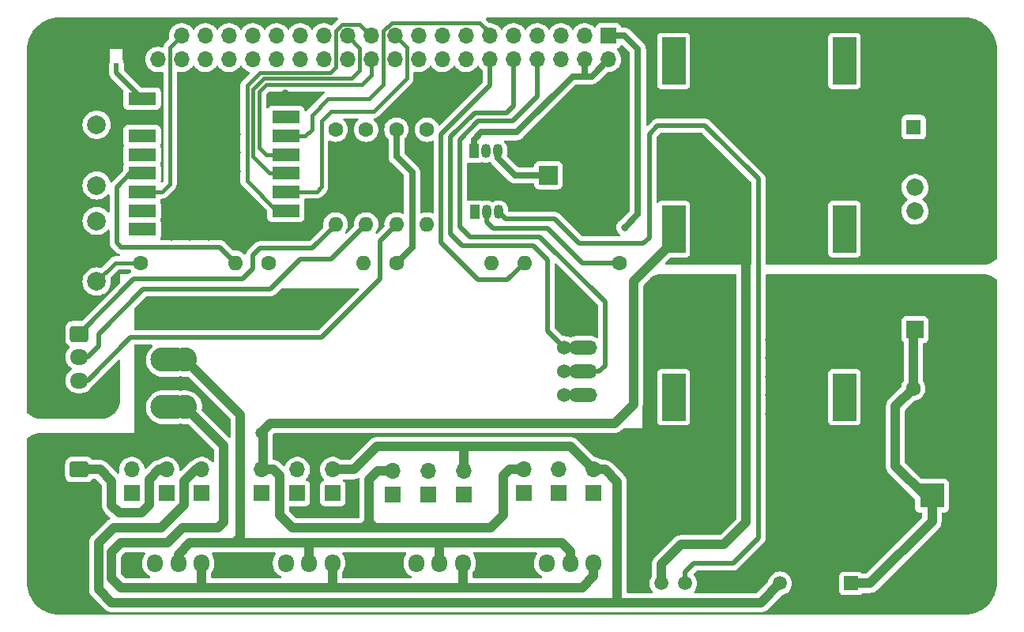
<source format=gbr>
%TF.GenerationSoftware,KiCad,Pcbnew,(6.0.5)*%
%TF.CreationDate,2022-07-22T00:32:43+07:00*%
%TF.ProjectId,MARUKO_RS485_Rev2,4d415255-4b4f-45f5-9253-3438355f5265,rev?*%
%TF.SameCoordinates,Original*%
%TF.FileFunction,Copper,L1,Top*%
%TF.FilePolarity,Positive*%
%FSLAX46Y46*%
G04 Gerber Fmt 4.6, Leading zero omitted, Abs format (unit mm)*
G04 Created by KiCad (PCBNEW (6.0.5)) date 2022-07-22 00:32:43*
%MOMM*%
%LPD*%
G01*
G04 APERTURE LIST*
G04 Aperture macros list*
%AMRoundRect*
0 Rectangle with rounded corners*
0 $1 Rounding radius*
0 $2 $3 $4 $5 $6 $7 $8 $9 X,Y pos of 4 corners*
0 Add a 4 corners polygon primitive as box body*
4,1,4,$2,$3,$4,$5,$6,$7,$8,$9,$2,$3,0*
0 Add four circle primitives for the rounded corners*
1,1,$1+$1,$2,$3*
1,1,$1+$1,$4,$5*
1,1,$1+$1,$6,$7*
1,1,$1+$1,$8,$9*
0 Add four rect primitives between the rounded corners*
20,1,$1+$1,$2,$3,$4,$5,0*
20,1,$1+$1,$4,$5,$6,$7,0*
20,1,$1+$1,$6,$7,$8,$9,0*
20,1,$1+$1,$8,$9,$2,$3,0*%
G04 Aperture macros list end*
%TA.AperFunction,ComponentPad*%
%ADD10R,2.500000X2.500000*%
%TD*%
%TA.AperFunction,ComponentPad*%
%ADD11C,1.600000*%
%TD*%
%TA.AperFunction,ComponentPad*%
%ADD12O,1.600000X1.600000*%
%TD*%
%TA.AperFunction,ComponentPad*%
%ADD13R,1.600000X1.600000*%
%TD*%
%TA.AperFunction,ComponentPad*%
%ADD14R,1.700000X1.700000*%
%TD*%
%TA.AperFunction,ComponentPad*%
%ADD15O,1.700000X1.700000*%
%TD*%
%TA.AperFunction,ComponentPad*%
%ADD16C,2.000000*%
%TD*%
%TA.AperFunction,ComponentPad*%
%ADD17C,0.800000*%
%TD*%
%TA.AperFunction,ComponentPad*%
%ADD18C,6.400000*%
%TD*%
%TA.AperFunction,SMDPad,CuDef*%
%ADD19R,0.600000X0.600000*%
%TD*%
%TA.AperFunction,SMDPad,CuDef*%
%ADD20R,0.580000X1.580000*%
%TD*%
%TA.AperFunction,SMDPad,CuDef*%
%ADD21R,0.500000X0.500000*%
%TD*%
%TA.AperFunction,ComponentPad*%
%ADD22RoundRect,0.250000X-0.725000X0.600000X-0.725000X-0.600000X0.725000X-0.600000X0.725000X0.600000X0*%
%TD*%
%TA.AperFunction,ComponentPad*%
%ADD23O,1.950000X1.700000*%
%TD*%
%TA.AperFunction,ComponentPad*%
%ADD24RoundRect,0.250000X-0.600000X-0.725000X0.600000X-0.725000X0.600000X0.725000X-0.600000X0.725000X0*%
%TD*%
%TA.AperFunction,ComponentPad*%
%ADD25O,1.700000X1.950000*%
%TD*%
%TA.AperFunction,ComponentPad*%
%ADD26RoundRect,0.250000X-0.750000X0.600000X-0.750000X-0.600000X0.750000X-0.600000X0.750000X0.600000X0*%
%TD*%
%TA.AperFunction,ComponentPad*%
%ADD27O,2.000000X1.700000*%
%TD*%
%TA.AperFunction,ComponentPad*%
%ADD28C,1.524000*%
%TD*%
%TA.AperFunction,SMDPad,CuDef*%
%ADD29O,3.000000X1.524000*%
%TD*%
%TA.AperFunction,ComponentPad*%
%ADD30C,2.600000*%
%TD*%
%TA.AperFunction,SMDPad,CuDef*%
%ADD31O,4.000000X2.600000*%
%TD*%
%TA.AperFunction,ComponentPad*%
%ADD32R,2.600000X2.600000*%
%TD*%
%TA.AperFunction,ComponentPad*%
%ADD33R,1.850000X1.850000*%
%TD*%
%TA.AperFunction,ComponentPad*%
%ADD34C,1.850000*%
%TD*%
%TA.AperFunction,ComponentPad*%
%ADD35R,1.050000X1.500000*%
%TD*%
%TA.AperFunction,ComponentPad*%
%ADD36O,1.050000X1.500000*%
%TD*%
%TA.AperFunction,SMDPad,CuDef*%
%ADD37R,3.000000X1.400000*%
%TD*%
%TA.AperFunction,ComponentPad*%
%ADD38R,1.508000X1.508000*%
%TD*%
%TA.AperFunction,ComponentPad*%
%ADD39C,1.508000*%
%TD*%
%TA.AperFunction,ComponentPad*%
%ADD40R,2.000000X2.000000*%
%TD*%
%TA.AperFunction,ViaPad*%
%ADD41C,0.800000*%
%TD*%
%TA.AperFunction,ViaPad*%
%ADD42C,1.200000*%
%TD*%
%TA.AperFunction,Conductor*%
%ADD43C,0.250000*%
%TD*%
%TA.AperFunction,Conductor*%
%ADD44C,0.700000*%
%TD*%
%TA.AperFunction,Conductor*%
%ADD45C,1.024000*%
%TD*%
%TA.AperFunction,Conductor*%
%ADD46C,0.512000*%
%TD*%
%TA.AperFunction,Conductor*%
%ADD47C,0.400000*%
%TD*%
%TA.AperFunction,Conductor*%
%ADD48C,0.500000*%
%TD*%
G04 APERTURE END LIST*
D10*
%TO.P,U4,1,IN-*%
%TO.N,GND*%
X198100000Y-102550000D03*
X198100000Y-105090000D03*
%TO.P,U4,2,IN+*%
%TO.N,+12V*%
X198120000Y-91910000D03*
X198120000Y-94450000D03*
%TO.P,U4,3,OUT+*%
%TO.N,+5V*%
X179820000Y-94450000D03*
X179820000Y-91910000D03*
%TO.P,U4,4,OUT-*%
%TO.N,GND*%
X179800000Y-102550000D03*
X179800000Y-105090000D03*
%TD*%
D11*
%TO.P,R2,1*%
%TO.N,Buzz*%
X153400000Y-82520000D03*
D12*
%TO.P,R2,2*%
%TO.N,Net-(Q1-Pad2)*%
X153400000Y-92680000D03*
%TD*%
D13*
%TO.P,C1,1*%
%TO.N,24V_System*%
X205544888Y-82250000D03*
D11*
%TO.P,C1,2*%
%TO.N,Earth*%
X208044888Y-82250000D03*
%TD*%
D14*
%TO.P,JP9,1,A*%
%TO.N,Net-(J3-Pad2)*%
X135700000Y-121500000D03*
D15*
%TO.P,JP9,2,B*%
%TO.N,+5V*%
X135700000Y-118960000D03*
%TD*%
D16*
%TO.P,SW2,1,1*%
%TO.N,Button_2*%
X118000000Y-92300000D03*
X118000000Y-98800000D03*
%TO.P,SW2,2,4*%
%TO.N,Earth*%
X113500000Y-92300000D03*
X113500000Y-98800000D03*
%TD*%
D11*
%TO.P,R7,1*%
%TO.N,Net-(Q2-Pad2)*%
X173986668Y-96800000D03*
D12*
%TO.P,R7,2*%
%TO.N,Auto_cut*%
X163826668Y-96800000D03*
%TD*%
D17*
%TO.P,H4,1,1*%
%TO.N,Earth*%
X209302944Y-75697056D03*
X211000000Y-71600000D03*
X212697056Y-72302944D03*
D18*
X211000000Y-74000000D03*
D17*
X212697056Y-75697056D03*
X208600000Y-74000000D03*
X209302944Y-72302944D03*
X213400000Y-74000000D03*
X211000000Y-76400000D03*
%TD*%
D19*
%TO.P,J7,1*%
%TO.N,Net-(AE1-Pad1)*%
X120100000Y-75626000D03*
D20*
%TO.P,J7,S1*%
%TO.N,Earth*%
X119140000Y-74626000D03*
D21*
%TO.P,J7,S2*%
X120100000Y-73626000D03*
D20*
%TO.P,J7,S3*%
X121060000Y-74626000D03*
%TD*%
D11*
%TO.P,R1,1*%
%TO.N,Button_1*%
X136413334Y-96800000D03*
D12*
%TO.P,R1,2*%
%TO.N,+3V3*%
X146573334Y-96800000D03*
%TD*%
D10*
%TO.P,U5,1,IN-*%
%TO.N,Earth*%
X198100000Y-87090000D03*
X198100000Y-84550000D03*
%TO.P,U5,2,IN+*%
%TO.N,24V_System*%
X198120000Y-73910000D03*
X198120000Y-76450000D03*
%TO.P,U5,3,OUT+*%
%TO.N,+5VP*%
X179820000Y-76450000D03*
X179820000Y-73910000D03*
%TO.P,U5,4,OUT-*%
%TO.N,Earth*%
X179800000Y-87090000D03*
X179800000Y-84550000D03*
%TD*%
D22*
%TO.P,J6,1,Pin_1*%
%TO.N,Net-(J6-Pad1)*%
X116125000Y-104400000D03*
D23*
%TO.P,J6,2,Pin_2*%
%TO.N,Net-(J6-Pad2)*%
X116125000Y-106900000D03*
%TO.P,J6,3,Pin_3*%
%TO.N,Net-(J6-Pad3)*%
X116125000Y-109400000D03*
%TO.P,J6,4,Pin_4*%
%TO.N,Earth*%
X116125000Y-111900000D03*
%TD*%
D24*
%TO.P,J4,1,Pin_1*%
%TO.N,GND*%
X121750000Y-128975000D03*
D25*
%TO.P,J4,2,Pin_2*%
%TO.N,Net-(J4-Pad2)*%
X124250000Y-128975000D03*
%TO.P,J4,3,Pin_3*%
%TO.N,RS485_B*%
X126750000Y-128975000D03*
%TO.P,J4,4,Pin_4*%
%TO.N,RS485_A*%
X129250000Y-128975000D03*
%TD*%
D11*
%TO.P,R8,1*%
%TO.N,+5VP*%
X150120000Y-96800000D03*
D12*
%TO.P,R8,2*%
%TO.N,Net-(Q2-Pad1)*%
X160280000Y-96800000D03*
%TD*%
D26*
%TO.P,J9,1,Pin_1*%
%TO.N,+12V*%
X116125000Y-118950000D03*
D27*
%TO.P,J9,2,Pin_2*%
%TO.N,GND*%
X116125000Y-121450000D03*
%TD*%
D28*
%TO.P,U1,1,Vcc*%
%TO.N,+3V3*%
X168130000Y-110995000D03*
D29*
X170130000Y-110995000D03*
D28*
%TO.P,U1,2,TXD*%
%TO.N,TX*%
X168130000Y-108455000D03*
D29*
X170130000Y-108455000D03*
D28*
%TO.P,U1,3,RXD*%
%TO.N,RX*%
X168130000Y-105915000D03*
D29*
X170130000Y-105915000D03*
D28*
%TO.P,U1,4,Gnd*%
%TO.N,Earth*%
X168130000Y-103375000D03*
D29*
X170130000Y-103375000D03*
D30*
%TO.P,U1,5,EARTH*%
%TO.N,GND*%
X127480000Y-102105000D03*
D31*
X125800000Y-102105000D03*
D30*
%TO.P,U1,6,B-*%
%TO.N,RS485_B*%
X127480000Y-107185000D03*
D31*
X125800000Y-107185000D03*
D30*
%TO.P,U1,7,A+*%
%TO.N,RS485_A*%
X127480000Y-112265000D03*
D31*
X125800000Y-112265000D03*
%TD*%
D14*
%TO.P,JP11,1,A*%
%TO.N,Net-(J2-Pad2)*%
X153500000Y-121612500D03*
D15*
%TO.P,JP11,2,B*%
%TO.N,+12V*%
X153500000Y-119072500D03*
%TD*%
D32*
%TO.P,J8,1,Pin_1*%
%TO.N,VCC*%
X207505000Y-121745000D03*
D30*
%TO.P,J8,2,Pin_2*%
%TO.N,GND*%
X207505000Y-116665000D03*
%TD*%
D16*
%TO.P,SW1,1,1*%
%TO.N,Button_1*%
X118000000Y-82000000D03*
X118000000Y-88500000D03*
%TO.P,SW1,2,4*%
%TO.N,Earth*%
X113500000Y-82000000D03*
X113500000Y-88500000D03*
%TD*%
D14*
%TO.P,JP8,1,A*%
%TO.N,Net-(J3-Pad2)*%
X139500000Y-121500000D03*
D15*
%TO.P,JP8,2,B*%
%TO.N,+12V*%
X139500000Y-118960000D03*
%TD*%
D33*
%TO.P,PS1,1,+Vin*%
%TO.N,VCC*%
X205690000Y-103960000D03*
D34*
%TO.P,PS1,2,-Vin*%
%TO.N,GND*%
X205690000Y-101420000D03*
%TO.P,PS1,4,-Vout*%
%TO.N,Earth*%
X205690000Y-93800000D03*
%TO.P,PS1,5,0V*%
%TO.N,unconnected-(PS1-Pad5)*%
X205690000Y-91260000D03*
%TO.P,PS1,6,+Vout*%
%TO.N,24V_System*%
X205690000Y-88720000D03*
%TD*%
D14*
%TO.P,JP4,1,A*%
%TO.N,Net-(J4-Pad2)*%
X129250000Y-121495000D03*
D15*
%TO.P,JP4,2,B*%
%TO.N,+24V*%
X129250000Y-118955000D03*
%TD*%
D17*
%TO.P,H3,1,1*%
%TO.N,GND*%
X208600000Y-131000000D03*
D18*
X211000000Y-131000000D03*
D17*
X211000000Y-133400000D03*
X209302944Y-132697056D03*
X211000000Y-128600000D03*
X213400000Y-131000000D03*
X212697056Y-129302944D03*
X212697056Y-132697056D03*
X209302944Y-129302944D03*
%TD*%
D14*
%TO.P,JP1,1,A*%
%TO.N,Net-(J1-Pad2)*%
X171250000Y-121500000D03*
D15*
%TO.P,JP1,2,B*%
%TO.N,+24V*%
X171250000Y-118960000D03*
%TD*%
D35*
%TO.P,Q1,1,C*%
%TO.N,+5VP*%
X158400000Y-84800000D03*
D36*
%TO.P,Q1,2,B*%
%TO.N,Net-(Q1-Pad2)*%
X159670000Y-84800000D03*
%TO.P,Q1,3,E*%
%TO.N,Net-(BZ1-Pad1)*%
X160940000Y-84800000D03*
%TD*%
D11*
%TO.P,R4,1*%
%TO.N,Led_2*%
X146866666Y-82520000D03*
D12*
%TO.P,R4,2*%
%TO.N,Net-(J6-Pad2)*%
X146866666Y-92680000D03*
%TD*%
D24*
%TO.P,J3,1,Pin_1*%
%TO.N,GND*%
X135750000Y-128975000D03*
D25*
%TO.P,J3,2,Pin_2*%
%TO.N,Net-(J3-Pad2)*%
X138250000Y-128975000D03*
%TO.P,J3,3,Pin_3*%
%TO.N,RS485_B*%
X140750000Y-128975000D03*
%TO.P,J3,4,Pin_4*%
%TO.N,RS485_A*%
X143250000Y-128975000D03*
%TD*%
D14*
%TO.P,J5,1,Pin_1*%
%TO.N,+3V3*%
X172825000Y-72460000D03*
D15*
%TO.P,J5,2,Pin_2*%
%TO.N,+5VP*%
X172825000Y-75000000D03*
%TO.P,J5,3,Pin_3*%
%TO.N,unconnected-(J5-Pad3)*%
X170285000Y-72460000D03*
%TO.P,J5,4,Pin_4*%
%TO.N,+5VP*%
X170285000Y-75000000D03*
%TO.P,J5,5,Pin_5*%
%TO.N,unconnected-(J5-Pad5)*%
X167745000Y-72460000D03*
%TO.P,J5,6,Pin_6*%
%TO.N,unconnected-(J5-Pad6)*%
X167745000Y-75000000D03*
%TO.P,J5,7,Pin_7*%
%TO.N,unconnected-(J5-Pad7)*%
X165205000Y-72460000D03*
%TO.P,J5,8,Pin_8*%
%TO.N,TX*%
X165205000Y-75000000D03*
%TO.P,J5,9,Pin_9*%
%TO.N,unconnected-(J5-Pad9)*%
X162665000Y-72460000D03*
%TO.P,J5,10,Pin_10*%
%TO.N,RX*%
X162665000Y-75000000D03*
%TO.P,J5,11,Pin_11*%
%TO.N,RESET*%
X160125000Y-72460000D03*
%TO.P,J5,12,Pin_12*%
%TO.N,Auto_cut*%
X160125000Y-75000000D03*
%TO.P,J5,13,Pin_13*%
%TO.N,unconnected-(J5-Pad13)*%
X157585000Y-72460000D03*
%TO.P,J5,14,Pin_14*%
%TO.N,unconnected-(J5-Pad14)*%
X157585000Y-75000000D03*
%TO.P,J5,15,Pin_15*%
%TO.N,unconnected-(J5-Pad15)*%
X155045000Y-72460000D03*
%TO.P,J5,16,Pin_16*%
%TO.N,unconnected-(J5-Pad16)*%
X155045000Y-75000000D03*
%TO.P,J5,17,Pin_17*%
%TO.N,unconnected-(J5-Pad17)*%
X152505000Y-72460000D03*
%TO.P,J5,18,Pin_18*%
%TO.N,unconnected-(J5-Pad18)*%
X152505000Y-75000000D03*
%TO.P,J5,19,Pin_19*%
%TO.N,MOSI*%
X149965000Y-72460000D03*
%TO.P,J5,20,Pin_20*%
%TO.N,unconnected-(J5-Pad20)*%
X149965000Y-75000000D03*
%TO.P,J5,21,Pin_21*%
%TO.N,MISO*%
X147425000Y-72460000D03*
%TO.P,J5,22,Pin_22*%
%TO.N,NSS*%
X147425000Y-75000000D03*
%TO.P,J5,23,Pin_23*%
%TO.N,SCK*%
X144885000Y-72460000D03*
%TO.P,J5,24,Pin_24*%
%TO.N,unconnected-(J5-Pad24)*%
X144885000Y-75000000D03*
%TO.P,J5,25,Pin_25*%
%TO.N,unconnected-(J5-Pad25)*%
X142345000Y-72460000D03*
%TO.P,J5,26,Pin_26*%
%TO.N,unconnected-(J5-Pad26)*%
X142345000Y-75000000D03*
%TO.P,J5,27,Pin_27*%
%TO.N,unconnected-(J5-Pad27)*%
X139805000Y-72460000D03*
%TO.P,J5,28,Pin_28*%
%TO.N,unconnected-(J5-Pad28)*%
X139805000Y-75000000D03*
%TO.P,J5,29,Pin_29*%
%TO.N,unconnected-(J5-Pad29)*%
X137265000Y-72460000D03*
%TO.P,J5,30,Pin_30*%
%TO.N,unconnected-(J5-Pad30)*%
X137265000Y-75000000D03*
%TO.P,J5,31,Pin_31*%
%TO.N,Buzz*%
X134725000Y-72460000D03*
%TO.P,J5,32,Pin_32*%
%TO.N,unconnected-(J5-Pad32)*%
X134725000Y-75000000D03*
%TO.P,J5,33,Pin_33*%
%TO.N,Led_2*%
X132185000Y-72460000D03*
%TO.P,J5,34,Pin_34*%
%TO.N,unconnected-(J5-Pad34)*%
X132185000Y-75000000D03*
%TO.P,J5,35,Pin_35*%
%TO.N,Led_1*%
X129645000Y-72460000D03*
%TO.P,J5,36,Pin_36*%
%TO.N,unconnected-(J5-Pad36)*%
X129645000Y-75000000D03*
%TO.P,J5,37,Pin_37*%
%TO.N,DIO0*%
X127105000Y-72460000D03*
%TO.P,J5,38,Pin_38*%
%TO.N,Button_2*%
X127105000Y-75000000D03*
%TO.P,J5,39,Pin_39*%
%TO.N,Earth*%
X124565000Y-72460000D03*
%TO.P,J5,40,Pin_40*%
%TO.N,Button_1*%
X124565000Y-75000000D03*
%TD*%
D11*
%TO.P,R5,1*%
%TO.N,+5VP*%
X150133332Y-82520000D03*
D12*
%TO.P,R5,2*%
%TO.N,Net-(J6-Pad3)*%
X150133332Y-92680000D03*
%TD*%
D17*
%TO.P,H2,1,1*%
%TO.N,GND*%
X111600000Y-131000000D03*
X116400000Y-131000000D03*
X114000000Y-128600000D03*
X115697056Y-129302944D03*
D18*
X114000000Y-131000000D03*
D17*
X115697056Y-132697056D03*
X114000000Y-133400000D03*
X112302944Y-129302944D03*
X112302944Y-132697056D03*
%TD*%
D14*
%TO.P,JP2,1,A*%
%TO.N,Net-(J1-Pad2)*%
X167500000Y-121500000D03*
D15*
%TO.P,JP2,2,B*%
%TO.N,+12V*%
X167500000Y-118960000D03*
%TD*%
D14*
%TO.P,JP7,1,A*%
%TO.N,Net-(J3-Pad2)*%
X143300000Y-121500000D03*
D15*
%TO.P,JP7,2,B*%
%TO.N,+24V*%
X143300000Y-118960000D03*
%TD*%
D37*
%TO.P,U2,1,GND*%
%TO.N,Earth*%
X138262500Y-93200000D03*
%TO.P,U2,2,MISO*%
%TO.N,MISO*%
X138262500Y-91200000D03*
%TO.P,U2,3,MOSI*%
%TO.N,MOSI*%
X138262500Y-89200000D03*
%TO.P,U2,4,SCK*%
%TO.N,SCK*%
X138262500Y-87200000D03*
%TO.P,U2,5,NSS*%
%TO.N,NSS*%
X138262500Y-85200000D03*
%TO.P,U2,6,RESET*%
%TO.N,RESET*%
X138262500Y-83200000D03*
%TO.P,U2,7,DIO5*%
%TO.N,unconnected-(U2-Pad7)*%
X138262500Y-81200000D03*
%TO.P,U2,8,GND*%
%TO.N,Earth*%
X138262500Y-79200000D03*
%TO.P,U2,9,ANT*%
%TO.N,Net-(AE1-Pad1)*%
X122862500Y-79200000D03*
%TO.P,U2,10,GND*%
%TO.N,Earth*%
X122862500Y-81200000D03*
%TO.P,U2,11,DIO3*%
%TO.N,unconnected-(U2-Pad11)*%
X122862500Y-83200000D03*
%TO.P,U2,12,DIO4*%
%TO.N,unconnected-(U2-Pad12)*%
X122862500Y-85200000D03*
%TO.P,U2,13,3.3V*%
%TO.N,+3V3*%
X122862500Y-87200000D03*
%TO.P,U2,14,DIO0*%
%TO.N,DIO0*%
X122862500Y-89200000D03*
%TO.P,U2,15,DIO1*%
%TO.N,unconnected-(U2-Pad15)*%
X122862500Y-91200000D03*
%TO.P,U2,16,DIO2*%
%TO.N,unconnected-(U2-Pad16)*%
X122862500Y-93200000D03*
%TD*%
D14*
%TO.P,JP5,1,A*%
%TO.N,Net-(J4-Pad2)*%
X125500000Y-121495000D03*
D15*
%TO.P,JP5,2,B*%
%TO.N,+12V*%
X125500000Y-118955000D03*
%TD*%
D38*
%TO.P,K1,1,L1*%
%TO.N,VCC*%
X198845500Y-131150000D03*
D39*
%TO.P,K1,2,L2*%
%TO.N,+24V*%
X191225500Y-131150000D03*
%TO.P,K1,3,+*%
%TO.N,Net-(K1-Pad3)*%
X181065500Y-131150000D03*
%TO.P,K1,4,-*%
%TO.N,Earth*%
X178525500Y-131150000D03*
%TD*%
D10*
%TO.P,U3,1,IN-*%
%TO.N,GND*%
X198100000Y-123090000D03*
X198100000Y-120550000D03*
%TO.P,U3,2,IN+*%
%TO.N,+24V*%
X198120000Y-109910000D03*
X198120000Y-112450000D03*
%TO.P,U3,3,OUT+*%
%TO.N,+12V*%
X179820000Y-109910000D03*
X179820000Y-112450000D03*
%TO.P,U3,4,OUT-*%
%TO.N,GND*%
X179800000Y-120550000D03*
X179800000Y-123090000D03*
%TD*%
D11*
%TO.P,R6,1*%
%TO.N,Button_2*%
X122706668Y-96800000D03*
D12*
%TO.P,R6,2*%
%TO.N,+3V3*%
X132866668Y-96800000D03*
%TD*%
D14*
%TO.P,JP10,1,A*%
%TO.N,Net-(J2-Pad2)*%
X157300000Y-121612500D03*
D15*
%TO.P,JP10,2,B*%
%TO.N,+24V*%
X157300000Y-119072500D03*
%TD*%
D24*
%TO.P,J2,1,Pin_1*%
%TO.N,GND*%
X149750000Y-128975000D03*
D25*
%TO.P,J2,2,Pin_2*%
%TO.N,Net-(J2-Pad2)*%
X152250000Y-128975000D03*
%TO.P,J2,3,Pin_3*%
%TO.N,RS485_B*%
X154750000Y-128975000D03*
%TO.P,J2,4,Pin_4*%
%TO.N,RS485_A*%
X157250000Y-128975000D03*
%TD*%
D17*
%TO.P,H1,1,1*%
%TO.N,Earth*%
X115697056Y-75697056D03*
X115697056Y-72302944D03*
X116400000Y-74000000D03*
X114000000Y-76400000D03*
X111600000Y-74000000D03*
X112302944Y-72302944D03*
X114000000Y-71600000D03*
X112302944Y-75697056D03*
D18*
X114000000Y-74000000D03*
%TD*%
D14*
%TO.P,JP12,1,A*%
%TO.N,Net-(J2-Pad2)*%
X149700000Y-121612500D03*
D15*
%TO.P,JP12,2,B*%
%TO.N,+5V*%
X149700000Y-119072500D03*
%TD*%
D14*
%TO.P,JP6,1,A*%
%TO.N,Net-(J4-Pad2)*%
X121750000Y-121495000D03*
D15*
%TO.P,JP6,2,B*%
%TO.N,+5V*%
X121750000Y-118955000D03*
%TD*%
D24*
%TO.P,J1,1,Pin_1*%
%TO.N,GND*%
X163750000Y-128975000D03*
D25*
%TO.P,J1,2,Pin_2*%
%TO.N,Net-(J1-Pad2)*%
X166250000Y-128975000D03*
%TO.P,J1,3,Pin_3*%
%TO.N,RS485_B*%
X168750000Y-128975000D03*
%TO.P,J1,4,Pin_4*%
%TO.N,RS485_A*%
X171250000Y-128975000D03*
%TD*%
D14*
%TO.P,JP3,1,A*%
%TO.N,Net-(J1-Pad2)*%
X163750000Y-121500000D03*
D15*
%TO.P,JP3,2,B*%
%TO.N,+5V*%
X163750000Y-118960000D03*
%TD*%
D11*
%TO.P,C2,1*%
%TO.N,VCC*%
X205500000Y-110250000D03*
%TO.P,C2,2*%
%TO.N,GND*%
X210500000Y-110250000D03*
%TD*%
%TO.P,R3,1*%
%TO.N,Led_1*%
X143600000Y-82520000D03*
D12*
%TO.P,R3,2*%
%TO.N,Net-(J6-Pad1)*%
X143600000Y-92680000D03*
%TD*%
D40*
%TO.P,BZ1,1,-*%
%TO.N,Net-(BZ1-Pad1)*%
X166400000Y-87400000D03*
D16*
%TO.P,BZ1,2,+*%
%TO.N,Earth*%
X174000000Y-87400000D03*
%TD*%
D35*
%TO.P,Q2,1,C*%
%TO.N,Net-(Q2-Pad1)*%
X158530000Y-91360000D03*
D36*
%TO.P,Q2,2,B*%
%TO.N,Net-(Q2-Pad2)*%
X159800000Y-91360000D03*
%TO.P,Q2,3,E*%
%TO.N,Net-(K1-Pad3)*%
X161070000Y-91360000D03*
%TD*%
D41*
%TO.N,Earth*%
X206000000Y-96000000D03*
X193000000Y-94000000D03*
X127000000Y-85000000D03*
X191000000Y-92000000D03*
X126000000Y-94000000D03*
X138200000Y-78600000D03*
X133000000Y-83000000D03*
X195000000Y-82000000D03*
X212000000Y-96000000D03*
X189000000Y-82000000D03*
X128000000Y-94000000D03*
X194000000Y-71000000D03*
X132000000Y-82000000D03*
X134000000Y-90000000D03*
X111000000Y-108000000D03*
X127000000Y-89000000D03*
X123000000Y-71000000D03*
X195000000Y-78000000D03*
X119000000Y-71000000D03*
X214000000Y-86000000D03*
X193000000Y-92000000D03*
X132000000Y-94000000D03*
X214000000Y-88000000D03*
X133000000Y-87000000D03*
X111000000Y-92000000D03*
X189000000Y-71000000D03*
X208000000Y-96000000D03*
X214000000Y-80000000D03*
X130000000Y-80000000D03*
X111000000Y-80000000D03*
X127000000Y-83000000D03*
X111000000Y-102000000D03*
X111000000Y-112000000D03*
X111000000Y-96000000D03*
X121000000Y-71000000D03*
X191000000Y-90000000D03*
X198000000Y-71000000D03*
X202000000Y-71000000D03*
X133000000Y-85000000D03*
X214000000Y-84000000D03*
X189000000Y-78000000D03*
X177000000Y-71000000D03*
X195000000Y-76000000D03*
X210000000Y-96000000D03*
X111000000Y-110000000D03*
X191000000Y-96000000D03*
X126000000Y-92000000D03*
X214000000Y-96000000D03*
X192000000Y-76000000D03*
X183000000Y-92000000D03*
X111000000Y-88000000D03*
X187000000Y-79000000D03*
X111000000Y-98000000D03*
X186000000Y-71000000D03*
X185000000Y-92000000D03*
X181000000Y-71000000D03*
X193000000Y-96000000D03*
X111000000Y-100000000D03*
X131000000Y-81000000D03*
X185000000Y-82000000D03*
X192000000Y-71000000D03*
X187000000Y-82000000D03*
X130000000Y-94000000D03*
X214000000Y-90000000D03*
X185000000Y-79000000D03*
X135000000Y-91000000D03*
X214000000Y-92000000D03*
X133000000Y-89000000D03*
X126000000Y-90000000D03*
X192000000Y-80000000D03*
X136000000Y-94000000D03*
X134000000Y-94000000D03*
X214000000Y-82000000D03*
X204000000Y-96000000D03*
X185000000Y-76000000D03*
X127000000Y-87000000D03*
X112000000Y-113000000D03*
X214000000Y-78000000D03*
X185000000Y-96000000D03*
X185000000Y-90000000D03*
X200000000Y-71000000D03*
X114000000Y-113000000D03*
X183000000Y-90000000D03*
X187000000Y-76000000D03*
X179000000Y-71000000D03*
X214000000Y-94000000D03*
X183000000Y-94000000D03*
X189000000Y-80000000D03*
X195000000Y-80000000D03*
X111000000Y-104000000D03*
X111000000Y-78000000D03*
X192000000Y-78000000D03*
X111000000Y-94000000D03*
X111000000Y-90000000D03*
X191000000Y-94000000D03*
X202000000Y-96000000D03*
X185000000Y-94000000D03*
X117000000Y-71000000D03*
X189000000Y-76000000D03*
X192000000Y-82000000D03*
X205000000Y-71000000D03*
X111000000Y-84000000D03*
X193000000Y-90000000D03*
X111000000Y-86000000D03*
X183000000Y-96000000D03*
X196000000Y-71000000D03*
X111000000Y-106000000D03*
X129000000Y-79000000D03*
X183000000Y-71000000D03*
X111000000Y-82000000D03*
%TO.N,GND*%
X194000000Y-101000000D03*
X204000000Y-122000000D03*
X185000000Y-122000000D03*
X193000000Y-119000000D03*
X202000000Y-107000000D03*
X185000000Y-120000000D03*
X135000000Y-102000000D03*
X133000000Y-102000000D03*
X214000000Y-111000000D03*
X176000000Y-124000000D03*
X176000000Y-122000000D03*
X202000000Y-101000000D03*
X202000000Y-115000000D03*
X203000000Y-121000000D03*
X194000000Y-105000000D03*
X176000000Y-130000000D03*
X202000000Y-99000000D03*
X185000000Y-104000000D03*
X198000000Y-99000000D03*
X176000000Y-128000000D03*
X214000000Y-101000000D03*
X214000000Y-119000000D03*
X214000000Y-115000000D03*
X111000000Y-126000000D03*
X202000000Y-103000000D03*
X196000000Y-99000000D03*
X214000000Y-105000000D03*
X202000000Y-120000000D03*
X214000000Y-107000000D03*
X111000000Y-124000000D03*
X192000000Y-134000000D03*
X141000000Y-102000000D03*
X214000000Y-113000000D03*
X204000000Y-99000000D03*
X207000000Y-128000000D03*
X176000000Y-126000000D03*
X206000000Y-134000000D03*
X185000000Y-118000000D03*
X206000000Y-129000000D03*
X190000000Y-111000000D03*
X214000000Y-117000000D03*
X131000000Y-102000000D03*
X205000000Y-130000000D03*
X198000000Y-134000000D03*
X214000000Y-99000000D03*
X208000000Y-134000000D03*
X190000000Y-109000000D03*
X190000000Y-113000000D03*
X214000000Y-127000000D03*
X139000000Y-102000000D03*
X202000000Y-105000000D03*
X111000000Y-120000000D03*
X214000000Y-121000000D03*
X111000000Y-122000000D03*
X119000000Y-116000000D03*
X185000000Y-116000000D03*
X193000000Y-123000000D03*
X185000000Y-114000000D03*
X185000000Y-100000000D03*
X185000000Y-112000000D03*
X193000000Y-121000000D03*
X185000000Y-124000000D03*
X214000000Y-125000000D03*
X115000000Y-116000000D03*
X121000000Y-116000000D03*
X137000000Y-102000000D03*
X176000000Y-120000000D03*
X214000000Y-109000000D03*
X202000000Y-109000000D03*
X176000000Y-118000000D03*
X206000000Y-99000000D03*
X202000000Y-134000000D03*
X214000000Y-103000000D03*
X204000000Y-131000000D03*
X193000000Y-129000000D03*
X194000000Y-134000000D03*
X111000000Y-116000000D03*
X202000000Y-117000000D03*
X208000000Y-127000000D03*
X214000000Y-123000000D03*
X190000000Y-107000000D03*
X200000000Y-99000000D03*
X204000000Y-134000000D03*
X194000000Y-103000000D03*
X193000000Y-127000000D03*
X193000000Y-125000000D03*
X183000000Y-100000000D03*
X111000000Y-118000000D03*
X117000000Y-116000000D03*
X185000000Y-102000000D03*
X212000000Y-99000000D03*
X200000000Y-134000000D03*
X193000000Y-117000000D03*
X196000000Y-134000000D03*
X181000000Y-100000000D03*
X192000000Y-103000000D03*
X210000000Y-99000000D03*
X208000000Y-99000000D03*
X192000000Y-105000000D03*
X190000000Y-105000000D03*
%TO.N,+3V3*%
X174600000Y-93000000D03*
D42*
%TO.N,+5V*%
X135600000Y-115000000D03*
%TD*%
D43*
%TO.N,+5V*%
X179820000Y-91910000D02*
X179820000Y-94450000D01*
D44*
%TO.N,Net-(BZ1-Pad1)*%
X160940000Y-85540000D02*
X162800000Y-87400000D01*
X160940000Y-84800000D02*
X160940000Y-85540000D01*
X162800000Y-87400000D02*
X166400000Y-87400000D01*
D45*
%TO.N,Earth*%
X185200000Y-127000000D02*
X187600000Y-124600000D01*
X187600000Y-124600000D02*
X187600000Y-88600000D01*
X178525500Y-131150000D02*
X178525500Y-129074500D01*
X180600000Y-127000000D02*
X185200000Y-127000000D01*
X186090000Y-87090000D02*
X179800000Y-87090000D01*
X187600000Y-88600000D02*
X186090000Y-87090000D01*
X178525500Y-129074500D02*
X180600000Y-127000000D01*
%TO.N,+24V*%
X168790000Y-116500000D02*
X171250000Y-118960000D01*
X157500000Y-116500000D02*
X168790000Y-116500000D01*
X119800000Y-125200000D02*
X118200000Y-126800000D01*
X189175500Y-133200000D02*
X191225500Y-131150000D01*
X127400000Y-122718022D02*
X124918022Y-125200000D01*
X173800000Y-120307919D02*
X173800000Y-133200000D01*
X148000000Y-116500000D02*
X157500000Y-116500000D01*
X172452081Y-118960000D02*
X173800000Y-120307919D01*
X124918022Y-125200000D02*
X119800000Y-125200000D01*
X157300000Y-119072500D02*
X157300000Y-116700000D01*
X128645000Y-118955000D02*
X127400000Y-120200000D01*
X143300000Y-118960000D02*
X145540000Y-118960000D01*
X157300000Y-116700000D02*
X157500000Y-116500000D01*
X145540000Y-118960000D02*
X148000000Y-116500000D01*
X118200000Y-131800000D02*
X119600000Y-133200000D01*
X129250000Y-118955000D02*
X128645000Y-118955000D01*
X173800000Y-133200000D02*
X189175500Y-133200000D01*
X171250000Y-118960000D02*
X172452081Y-118960000D01*
X119600000Y-133200000D02*
X173800000Y-133200000D01*
X118200000Y-126800000D02*
X118200000Y-131800000D01*
X127400000Y-120200000D02*
X127400000Y-122718022D01*
%TO.N,RS485_B*%
X140800000Y-126800000D02*
X154400000Y-126800000D01*
X140750000Y-126850000D02*
X140800000Y-126800000D01*
X167800000Y-126800000D02*
X168750000Y-127750000D01*
X133400000Y-113105000D02*
X133400000Y-126200000D01*
X127480000Y-107185000D02*
X133400000Y-113105000D01*
X126750000Y-128050000D02*
X126750000Y-128975000D01*
X168750000Y-127750000D02*
X168750000Y-128975000D01*
X132800000Y-126800000D02*
X128000000Y-126800000D01*
X133400000Y-126200000D02*
X132800000Y-126800000D01*
X140750000Y-128975000D02*
X140750000Y-126850000D01*
X132800000Y-126800000D02*
X140800000Y-126800000D01*
X154750000Y-128975000D02*
X154750000Y-127150000D01*
X154400000Y-126800000D02*
X167800000Y-126800000D01*
X128000000Y-126800000D02*
X126750000Y-128050000D01*
X125800000Y-107185000D02*
X124415000Y-107185000D01*
X154750000Y-127150000D02*
X154400000Y-126800000D01*
%TO.N,RS485_A*%
X131576480Y-124623520D02*
X131000000Y-125200000D01*
X170000000Y-131600000D02*
X171250000Y-130350000D01*
X119600000Y-127800000D02*
X119600000Y-130600000D01*
X119600000Y-130600000D02*
X120600000Y-131600000D01*
X129200000Y-131600000D02*
X129200000Y-131300000D01*
X143400000Y-131600000D02*
X129200000Y-131600000D01*
X171250000Y-130350000D02*
X171250000Y-128975000D01*
X157200000Y-131600000D02*
X170000000Y-131600000D01*
X157000000Y-131600000D02*
X157250000Y-131350000D01*
X131576480Y-116361480D02*
X131576480Y-124623520D01*
X131000000Y-125200000D02*
X127200000Y-125200000D01*
X120600000Y-126800000D02*
X119600000Y-127800000D01*
X143600000Y-131600000D02*
X157000000Y-131600000D01*
X127200000Y-125200000D02*
X125600000Y-126800000D01*
X120600000Y-131600000D02*
X129000000Y-131600000D01*
X143250000Y-131350000D02*
X143400000Y-131500000D01*
X125600000Y-126800000D02*
X120600000Y-126800000D01*
X129250000Y-131250000D02*
X129250000Y-128975000D01*
X129200000Y-131300000D02*
X129250000Y-131250000D01*
X127480000Y-112265000D02*
X131576480Y-116361480D01*
X143250000Y-128975000D02*
X143250000Y-131350000D01*
X157250000Y-131350000D02*
X157250000Y-128975000D01*
X143400000Y-131500000D02*
X143400000Y-131600000D01*
D46*
%TO.N,+3V3*%
X120600000Y-95100000D02*
X131166668Y-95100000D01*
X121650000Y-87200000D02*
X120150000Y-88700000D01*
X131166668Y-95100000D02*
X132866668Y-96800000D01*
D44*
X176000000Y-91300000D02*
X176000000Y-91600000D01*
X176000000Y-73900000D02*
X176000000Y-91300000D01*
X176000000Y-91600000D02*
X174600000Y-93000000D01*
X172825000Y-72460000D02*
X174560000Y-72460000D01*
D46*
X120150000Y-94650000D02*
X120600000Y-95100000D01*
X120150000Y-88700000D02*
X120150000Y-94650000D01*
D44*
X174560000Y-72460000D02*
X175200000Y-73100000D01*
D46*
X122862500Y-87200000D02*
X121650000Y-87200000D01*
D44*
X175200000Y-73100000D02*
X176000000Y-73900000D01*
%TO.N,+5VP*%
X151800000Y-95120000D02*
X151800000Y-87100000D01*
X170200000Y-76800000D02*
X171025000Y-76800000D01*
X151800000Y-87100000D02*
X150133332Y-85433332D01*
X170285000Y-75000000D02*
X170285000Y-76715000D01*
X150120000Y-96800000D02*
X151800000Y-95120000D01*
X150133332Y-85433332D02*
X150133332Y-82520000D01*
X158400000Y-83600000D02*
X159200000Y-82800000D01*
X158400000Y-84800000D02*
X158400000Y-83600000D01*
X169000000Y-76800000D02*
X170200000Y-76800000D01*
X171025000Y-76800000D02*
X172825000Y-75000000D01*
X159200000Y-82800000D02*
X163000000Y-82800000D01*
X170285000Y-76715000D02*
X170200000Y-76800000D01*
X163000000Y-82800000D02*
X169000000Y-76800000D01*
D46*
%TO.N,TX*%
X162600000Y-81600000D02*
X158900000Y-81600000D01*
X165205000Y-78995000D02*
X162600000Y-81600000D01*
X156900000Y-83600000D02*
X156900000Y-92900000D01*
X156900000Y-92900000D02*
X158000000Y-94000000D01*
X158000000Y-94000000D02*
X165500000Y-94000000D01*
X172500000Y-107800000D02*
X171845000Y-108455000D01*
X171845000Y-108455000D02*
X170130000Y-108455000D01*
X158900000Y-81600000D02*
X156900000Y-83600000D01*
X165500000Y-94000000D02*
X172500000Y-101000000D01*
X165205000Y-75000000D02*
X165205000Y-78995000D01*
X172500000Y-101000000D02*
X172500000Y-107800000D01*
%TO.N,RX*%
X158500000Y-80700000D02*
X155900000Y-83300000D01*
X166296879Y-96496879D02*
X166296879Y-104081879D01*
X164800000Y-95000000D02*
X166296879Y-96496879D01*
X166296879Y-104081879D02*
X168130000Y-105915000D01*
X162665000Y-75000000D02*
X162665000Y-79935000D01*
X155900000Y-93700000D02*
X157200000Y-95000000D01*
X162665000Y-79935000D02*
X161900000Y-80700000D01*
X155897000Y-83300000D02*
X155897000Y-93300000D01*
X155900000Y-93300000D02*
X155900000Y-93700000D01*
X161900000Y-80700000D02*
X158500000Y-80700000D01*
X157200000Y-95000000D02*
X164800000Y-95000000D01*
D47*
%TO.N,RESET*%
X148700000Y-71957924D02*
X149607924Y-71050000D01*
X147200000Y-79200000D02*
X148700000Y-77700000D01*
X148700000Y-77700000D02*
X148700000Y-71957924D01*
X159050000Y-71050000D02*
X160125000Y-72125000D01*
X140350000Y-83200000D02*
X141050000Y-82500000D01*
X141050000Y-80950000D02*
X142800000Y-79200000D01*
X138262500Y-83200000D02*
X140350000Y-83200000D01*
X142800000Y-79200000D02*
X147200000Y-79200000D01*
X149607924Y-71050000D02*
X159050000Y-71050000D01*
X141050000Y-82500000D02*
X141050000Y-80950000D01*
X160125000Y-72125000D02*
X160125000Y-72460000D01*
D48*
%TO.N,Auto_cut*%
X154900000Y-94600000D02*
X154900000Y-83000000D01*
X162026668Y-98600000D02*
X158900000Y-98600000D01*
X160125000Y-77775000D02*
X160125000Y-75000000D01*
X163826668Y-96800000D02*
X162026668Y-98600000D01*
X158900000Y-98600000D02*
X154900000Y-94600000D01*
X154900000Y-83000000D02*
X160125000Y-77775000D01*
D47*
%TO.N,MOSI*%
X142100000Y-88650000D02*
X142100000Y-81600000D01*
X141550000Y-89200000D02*
X142100000Y-88650000D01*
X138262500Y-89200000D02*
X141550000Y-89200000D01*
X147650000Y-80600000D02*
X151250000Y-77000000D01*
X143100000Y-80600000D02*
X147650000Y-80600000D01*
X151250000Y-73745000D02*
X149965000Y-72460000D01*
X151250000Y-77000000D02*
X151250000Y-73745000D01*
X142100000Y-81600000D02*
X143100000Y-80600000D01*
%TO.N,MISO*%
X143635489Y-75814511D02*
X143635489Y-71914511D01*
X143050000Y-76400000D02*
X143635489Y-75814511D01*
X144339511Y-71210489D02*
X146175489Y-71210489D01*
X137263478Y-91200000D02*
X134100000Y-88036522D01*
X134100000Y-77800000D02*
X135500000Y-76400000D01*
X146175489Y-71210489D02*
X147425000Y-72460000D01*
X143635489Y-71914511D02*
X144339511Y-71210489D01*
X138262500Y-91200000D02*
X137263478Y-91200000D01*
X134100000Y-88036522D02*
X134100000Y-77800000D01*
X135500000Y-76400000D02*
X143050000Y-76400000D01*
%TO.N,NSS*%
X136150000Y-85200000D02*
X135450000Y-84500000D01*
X135450000Y-84500000D02*
X135450000Y-78450000D01*
X135450000Y-78450000D02*
X136200000Y-77700000D01*
X136200000Y-77700000D02*
X146400000Y-77700000D01*
X147425000Y-76675000D02*
X147425000Y-75000000D01*
X146400000Y-77700000D02*
X147425000Y-76675000D01*
X138262500Y-85200000D02*
X136150000Y-85200000D01*
%TO.N,SCK*%
X145300480Y-77050000D02*
X146175489Y-76174991D01*
X134750000Y-85400000D02*
X134750000Y-78201075D01*
X146175489Y-76174991D02*
X146175489Y-73750489D01*
X136550000Y-87200000D02*
X134750000Y-85400000D01*
X146175489Y-73750489D02*
X144885000Y-72460000D01*
X134750000Y-78201075D02*
X135901075Y-77050000D01*
X138262500Y-87200000D02*
X136550000Y-87200000D01*
X135901075Y-77050000D02*
X145300480Y-77050000D01*
%TO.N,Button_2*%
X120000000Y-96800000D02*
X122706668Y-96800000D01*
X118000000Y-98800000D02*
X120000000Y-96800000D01*
%TO.N,DIO0*%
X125000000Y-89200000D02*
X125855489Y-88344511D01*
X122862500Y-89200000D02*
X125000000Y-89200000D01*
X125855489Y-88344511D02*
X125855489Y-73709511D01*
X125855489Y-73709511D02*
X127105000Y-72460000D01*
D46*
%TO.N,Net-(J6-Pad1)*%
X141100000Y-95250000D02*
X135500000Y-95250000D01*
X134750000Y-97400000D02*
X133600000Y-98550000D01*
X134750000Y-96000000D02*
X134750000Y-97400000D01*
X121975000Y-98550000D02*
X116125000Y-104400000D01*
X133600000Y-98550000D02*
X121975000Y-98550000D01*
X135500000Y-95250000D02*
X134750000Y-96000000D01*
X143600000Y-92680000D02*
X143600000Y-92750000D01*
X143600000Y-92750000D02*
X141100000Y-95250000D01*
%TO.N,Net-(J6-Pad2)*%
X118200000Y-105700000D02*
X118200000Y-104400000D01*
X116125000Y-106900000D02*
X117000000Y-106900000D01*
X136600000Y-99600000D02*
X139800000Y-96400000D01*
X123000000Y-99600000D02*
X136600000Y-99600000D01*
X139800000Y-96400000D02*
X143146666Y-96400000D01*
X117000000Y-106900000D02*
X118200000Y-105700000D01*
X118200000Y-104400000D02*
X123000000Y-99600000D01*
X143146666Y-96400000D02*
X146866666Y-92680000D01*
%TO.N,Net-(J6-Pad3)*%
X121600000Y-104800000D02*
X142100000Y-104800000D01*
X117000000Y-109400000D02*
X121600000Y-104800000D01*
X148400000Y-94413332D02*
X150133332Y-92680000D01*
X116125000Y-109400000D02*
X117000000Y-109400000D01*
X148400000Y-98500000D02*
X148400000Y-94413332D01*
X142100000Y-104800000D02*
X148400000Y-98500000D01*
%TO.N,Net-(AE1-Pad1)*%
X120100000Y-75626000D02*
X120100000Y-76437500D01*
X120100000Y-76437500D02*
X122862500Y-79200000D01*
D45*
%TO.N,VCC*%
X206745000Y-121745000D02*
X207505000Y-121745000D01*
X205500000Y-110250000D02*
X205500000Y-104150000D01*
X200850000Y-131150000D02*
X198845500Y-131150000D01*
X203600000Y-112150000D02*
X203600000Y-118600000D01*
X203600000Y-118600000D02*
X206745000Y-121745000D01*
X207505000Y-121745000D02*
X207505000Y-124495000D01*
X207505000Y-124495000D02*
X200850000Y-131150000D01*
X205500000Y-104150000D02*
X205690000Y-103960000D01*
X205500000Y-110250000D02*
X203600000Y-112150000D01*
%TO.N,+12V*%
X122768022Y-123600000D02*
X123600000Y-122768022D01*
X120400000Y-123600000D02*
X122768022Y-123600000D01*
X119600000Y-120200000D02*
X119600000Y-122800000D01*
X116125000Y-118950000D02*
X118350000Y-118950000D01*
X119600000Y-122800000D02*
X120400000Y-123600000D01*
X118350000Y-118950000D02*
X119600000Y-120200000D01*
X124645000Y-118955000D02*
X125500000Y-118955000D01*
X123600000Y-120000000D02*
X124645000Y-118955000D01*
X123600000Y-122768022D02*
X123600000Y-120000000D01*
%TO.N,+5V*%
X137600000Y-119600000D02*
X137600000Y-123800000D01*
X162240000Y-118960000D02*
X163750000Y-118960000D01*
X161600000Y-123800000D02*
X161600000Y-119600000D01*
X175500000Y-98770000D02*
X179820000Y-94450000D01*
X173500000Y-114000000D02*
X175500000Y-112000000D01*
X147800000Y-125200000D02*
X160200000Y-125200000D01*
X148127500Y-119072500D02*
X147200000Y-120000000D01*
X135700000Y-118960000D02*
X136960000Y-118960000D01*
X175500000Y-112000000D02*
X175500000Y-98770000D01*
X135800000Y-118860000D02*
X135700000Y-118960000D01*
X149700000Y-119072500D02*
X148127500Y-119072500D01*
X160200000Y-125200000D02*
X161600000Y-123800000D01*
X147200000Y-120000000D02*
X147200000Y-124600000D01*
X146600000Y-125200000D02*
X147200000Y-124600000D01*
X135600000Y-115000000D02*
X135800000Y-115200000D01*
X136960000Y-118960000D02*
X137600000Y-119600000D01*
X137600000Y-123800000D02*
X139000000Y-125200000D01*
X161600000Y-119600000D02*
X162240000Y-118960000D01*
X135800000Y-115200000D02*
X135800000Y-118860000D01*
X135600000Y-115000000D02*
X136600000Y-114000000D01*
X147200000Y-124600000D02*
X147800000Y-125200000D01*
X146600000Y-125200000D02*
X147800000Y-125200000D01*
X136600000Y-114000000D02*
X173500000Y-114000000D01*
X139000000Y-125200000D02*
X146600000Y-125200000D01*
D48*
%TO.N,Net-(K1-Pad3)*%
X182000000Y-129000000D02*
X186200000Y-129000000D01*
X181065500Y-129934500D02*
X182000000Y-129000000D01*
X177200000Y-94100000D02*
X176600000Y-94700000D01*
X167100000Y-92100000D02*
X161810000Y-92100000D01*
X186200000Y-129000000D02*
X188900000Y-126300000D01*
X181065500Y-131150000D02*
X181065500Y-129934500D01*
X169700000Y-94700000D02*
X167100000Y-92100000D01*
X161810000Y-92100000D02*
X161070000Y-91360000D01*
X177200000Y-83000000D02*
X177200000Y-94100000D01*
X188900000Y-126300000D02*
X188900000Y-87800000D01*
X188900000Y-87800000D02*
X183200000Y-82100000D01*
X178100000Y-82100000D02*
X177200000Y-83000000D01*
X176600000Y-94700000D02*
X169700000Y-94700000D01*
X183200000Y-82100000D02*
X178100000Y-82100000D01*
D46*
%TO.N,Net-(Q2-Pad2)*%
X159800000Y-92400000D02*
X159800000Y-91360000D01*
X173986668Y-96800000D02*
X170000000Y-96800000D01*
X160500000Y-93100000D02*
X159800000Y-92400000D01*
X170000000Y-96800000D02*
X166300000Y-93100000D01*
X166300000Y-93100000D02*
X160500000Y-93100000D01*
%TD*%
%TA.AperFunction,Conductor*%
%TO.N,GND*%
G36*
X213004487Y-98000321D02*
G01*
X213053871Y-98003853D01*
X213275650Y-98019715D01*
X213293433Y-98022272D01*
X213554658Y-98079098D01*
X213571900Y-98084160D01*
X213822393Y-98177589D01*
X213838740Y-98185055D01*
X214073375Y-98313176D01*
X214088498Y-98322895D01*
X214302510Y-98483103D01*
X214316096Y-98494876D01*
X214454595Y-98633375D01*
X214488621Y-98695687D01*
X214491500Y-98722470D01*
X214491500Y-130950633D01*
X214490000Y-130970018D01*
X214486309Y-130993724D01*
X214487473Y-131002627D01*
X214487473Y-131002628D01*
X214488839Y-131013076D01*
X214489751Y-131035594D01*
X214484131Y-131150000D01*
X214474991Y-131336045D01*
X214473779Y-131348345D01*
X214425321Y-131675031D01*
X214422909Y-131687159D01*
X214342661Y-132007523D01*
X214339072Y-132019355D01*
X214227810Y-132330311D01*
X214223078Y-132341735D01*
X214081874Y-132640288D01*
X214076045Y-132651193D01*
X213906256Y-132934467D01*
X213899386Y-132944748D01*
X213702650Y-133210017D01*
X213694823Y-133219556D01*
X213473020Y-133464277D01*
X213464282Y-133473015D01*
X213219556Y-133694823D01*
X213210017Y-133702650D01*
X213015517Y-133846901D01*
X212944748Y-133899386D01*
X212934467Y-133906256D01*
X212852686Y-133955274D01*
X212651188Y-134076047D01*
X212640292Y-134081872D01*
X212609277Y-134096541D01*
X212341735Y-134223078D01*
X212330311Y-134227810D01*
X212019355Y-134339072D01*
X212007523Y-134342661D01*
X211781196Y-134399354D01*
X211687156Y-134422910D01*
X211675034Y-134425320D01*
X211348345Y-134473779D01*
X211336051Y-134474990D01*
X211042961Y-134489390D01*
X211017402Y-134488042D01*
X211006276Y-134486309D01*
X210974714Y-134490436D01*
X210958379Y-134491500D01*
X114049367Y-134491500D01*
X114029982Y-134490000D01*
X114015148Y-134487690D01*
X114015145Y-134487690D01*
X114006276Y-134486309D01*
X113997373Y-134487473D01*
X113997372Y-134487473D01*
X113986924Y-134488839D01*
X113964406Y-134489751D01*
X113663949Y-134474990D01*
X113651655Y-134473779D01*
X113324966Y-134425320D01*
X113312844Y-134422910D01*
X113218804Y-134399354D01*
X112992477Y-134342661D01*
X112980645Y-134339072D01*
X112669689Y-134227810D01*
X112658265Y-134223078D01*
X112390723Y-134096541D01*
X112359708Y-134081872D01*
X112348812Y-134076047D01*
X112147314Y-133955274D01*
X112065533Y-133906256D01*
X112055252Y-133899386D01*
X111984483Y-133846901D01*
X111789983Y-133702650D01*
X111780444Y-133694823D01*
X111535718Y-133473015D01*
X111526980Y-133464277D01*
X111305177Y-133219556D01*
X111297350Y-133210017D01*
X111100614Y-132944748D01*
X111093744Y-132934467D01*
X110923955Y-132651193D01*
X110918126Y-132640288D01*
X110776922Y-132341735D01*
X110772190Y-132330311D01*
X110660928Y-132019355D01*
X110657339Y-132007523D01*
X110577091Y-131687159D01*
X110574679Y-131675031D01*
X110526220Y-131348343D01*
X110525009Y-131336045D01*
X110510795Y-131046695D01*
X110512387Y-131019619D01*
X110513576Y-131012552D01*
X110513729Y-131000000D01*
X110509773Y-130972376D01*
X110508500Y-130954514D01*
X110508500Y-115722470D01*
X110528502Y-115654349D01*
X110545405Y-115633375D01*
X110683904Y-115494876D01*
X110697490Y-115483103D01*
X110911502Y-115322895D01*
X110926625Y-115313176D01*
X111161260Y-115185055D01*
X111177607Y-115177589D01*
X111428100Y-115084160D01*
X111445342Y-115079098D01*
X111706567Y-115022272D01*
X111724350Y-115019715D01*
X111946129Y-115003853D01*
X111995513Y-115000321D01*
X112004501Y-115000000D01*
X122000000Y-115000000D01*
X122000000Y-105690500D01*
X122020002Y-105622379D01*
X122073658Y-105575886D01*
X122126000Y-105564500D01*
X123870901Y-105564500D01*
X123939022Y-105584502D01*
X123985515Y-105638158D01*
X123995619Y-105708432D01*
X123966125Y-105773012D01*
X123948906Y-105789450D01*
X123878443Y-105844998D01*
X123878438Y-105845003D01*
X123874769Y-105847895D01*
X123690591Y-106043683D01*
X123537374Y-106264543D01*
X123535307Y-106268733D01*
X123535306Y-106268736D01*
X123470486Y-106400179D01*
X123418486Y-106505624D01*
X123417064Y-106510067D01*
X123417063Y-106510069D01*
X123385963Y-106607227D01*
X123336538Y-106761630D01*
X123335788Y-106766237D01*
X123335787Y-106766240D01*
X123302089Y-106973154D01*
X123293330Y-107026937D01*
X123293269Y-107031613D01*
X123290325Y-107256560D01*
X123289812Y-107295716D01*
X123326060Y-107562063D01*
X123401278Y-107820126D01*
X123513815Y-108064237D01*
X123516378Y-108068146D01*
X123658631Y-108285119D01*
X123658635Y-108285124D01*
X123661197Y-108289032D01*
X123840188Y-108489574D01*
X124046854Y-108661456D01*
X124276656Y-108800904D01*
X124280970Y-108802713D01*
X124280974Y-108802715D01*
X124438556Y-108868794D01*
X124524545Y-108904852D01*
X124785077Y-108971019D01*
X125008334Y-108993500D01*
X126568237Y-108993500D01*
X126570562Y-108993327D01*
X126570568Y-108993327D01*
X126763408Y-108978996D01*
X126763409Y-108978996D01*
X126768063Y-108978650D01*
X126772616Y-108977620D01*
X126772621Y-108977619D01*
X126954663Y-108936428D01*
X127010471Y-108937521D01*
X127010613Y-108936775D01*
X127015010Y-108937610D01*
X127015011Y-108937610D01*
X127015191Y-108937644D01*
X127015194Y-108937645D01*
X127270109Y-108986042D01*
X127270112Y-108986042D01*
X127274698Y-108986913D01*
X127402370Y-108991929D01*
X127538625Y-108997283D01*
X127538630Y-108997283D01*
X127543293Y-108997466D01*
X127604227Y-108990793D01*
X127758984Y-108973845D01*
X127828878Y-108986312D01*
X127861796Y-109010001D01*
X132342595Y-113490800D01*
X132376621Y-113553112D01*
X132379500Y-113579895D01*
X132379500Y-115417105D01*
X132359498Y-115485226D01*
X132305842Y-115531719D01*
X132235568Y-115541823D01*
X132170988Y-115512329D01*
X132164405Y-115506200D01*
X129303975Y-112645770D01*
X129269949Y-112583458D01*
X129268077Y-112540776D01*
X129291086Y-112359915D01*
X129293571Y-112265000D01*
X129288940Y-112202685D01*
X129273996Y-112001592D01*
X129273996Y-112001591D01*
X129273650Y-111996937D01*
X129272619Y-111992379D01*
X129215361Y-111739331D01*
X129215360Y-111739326D01*
X129214327Y-111734763D01*
X129116902Y-111484238D01*
X128983518Y-111250864D01*
X128970325Y-111234128D01*
X128880570Y-111120275D01*
X128817105Y-111039769D01*
X128621317Y-110855591D01*
X128400457Y-110702374D01*
X128394108Y-110699243D01*
X128163564Y-110585551D01*
X128163561Y-110585550D01*
X128159376Y-110583486D01*
X127903370Y-110501538D01*
X127898763Y-110500788D01*
X127898760Y-110500787D01*
X127642674Y-110459081D01*
X127642675Y-110459081D01*
X127638063Y-110458330D01*
X127507719Y-110456624D01*
X127373961Y-110454873D01*
X127373958Y-110454873D01*
X127369284Y-110454812D01*
X127102937Y-110491060D01*
X127027619Y-110513013D01*
X127023955Y-110514081D01*
X126957683Y-110515237D01*
X126862484Y-110491060D01*
X126814923Y-110478981D01*
X126591666Y-110456500D01*
X125031763Y-110456500D01*
X125029438Y-110456673D01*
X125029432Y-110456673D01*
X124836592Y-110471004D01*
X124836591Y-110471004D01*
X124831937Y-110471350D01*
X124827384Y-110472380D01*
X124827379Y-110472381D01*
X124574331Y-110529639D01*
X124574326Y-110529640D01*
X124569763Y-110530673D01*
X124319238Y-110628098D01*
X124085864Y-110761482D01*
X124082198Y-110764372D01*
X124082195Y-110764374D01*
X124002014Y-110827584D01*
X123874769Y-110927895D01*
X123690591Y-111123683D01*
X123596470Y-111259357D01*
X123553614Y-111321134D01*
X123537374Y-111344543D01*
X123535307Y-111348733D01*
X123535306Y-111348736D01*
X123426102Y-111570181D01*
X123418486Y-111585624D01*
X123417064Y-111590067D01*
X123417063Y-111590069D01*
X123393911Y-111662395D01*
X123336538Y-111841630D01*
X123335788Y-111846237D01*
X123335787Y-111846240D01*
X123310163Y-112003579D01*
X123293330Y-112106937D01*
X123289812Y-112375716D01*
X123326060Y-112642063D01*
X123401278Y-112900126D01*
X123403238Y-112904379D01*
X123403239Y-112904380D01*
X123408709Y-112916246D01*
X123513815Y-113144237D01*
X123516378Y-113148146D01*
X123658631Y-113365119D01*
X123658635Y-113365124D01*
X123661197Y-113369032D01*
X123664314Y-113372524D01*
X123811065Y-113536944D01*
X123840188Y-113569574D01*
X124046854Y-113741456D01*
X124276656Y-113880904D01*
X124280970Y-113882713D01*
X124280974Y-113882715D01*
X124450711Y-113953891D01*
X124524545Y-113984852D01*
X124785077Y-114051019D01*
X125008334Y-114073500D01*
X126568237Y-114073500D01*
X126570562Y-114073327D01*
X126570568Y-114073327D01*
X126763408Y-114058996D01*
X126763409Y-114058996D01*
X126768063Y-114058650D01*
X126772616Y-114057620D01*
X126772621Y-114057619D01*
X126954663Y-114016428D01*
X127010471Y-114017521D01*
X127010613Y-114016775D01*
X127015010Y-114017610D01*
X127015011Y-114017610D01*
X127015191Y-114017644D01*
X127015194Y-114017645D01*
X127270109Y-114066042D01*
X127270112Y-114066042D01*
X127274698Y-114066913D01*
X127402370Y-114071929D01*
X127538625Y-114077283D01*
X127538630Y-114077283D01*
X127543293Y-114077466D01*
X127604227Y-114070793D01*
X127758984Y-114053845D01*
X127828878Y-114066312D01*
X127861796Y-114090001D01*
X130519075Y-116747280D01*
X130553101Y-116809592D01*
X130555980Y-116836375D01*
X130555980Y-118047271D01*
X130535978Y-118115392D01*
X130482322Y-118161885D01*
X130412048Y-118171989D01*
X130347468Y-118142495D01*
X130331507Y-118125584D01*
X130330014Y-118123277D01*
X130318837Y-118110993D01*
X130183145Y-117961870D01*
X130179670Y-117958051D01*
X130175619Y-117954852D01*
X130175615Y-117954848D01*
X130008414Y-117822800D01*
X130008410Y-117822798D01*
X130004359Y-117819598D01*
X129986270Y-117809612D01*
X129888908Y-117755866D01*
X129808789Y-117711638D01*
X129803920Y-117709914D01*
X129803916Y-117709912D01*
X129603087Y-117638795D01*
X129603083Y-117638794D01*
X129598212Y-117637069D01*
X129593119Y-117636162D01*
X129593116Y-117636161D01*
X129383373Y-117598800D01*
X129383367Y-117598799D01*
X129378284Y-117597894D01*
X129304452Y-117596992D01*
X129160081Y-117595228D01*
X129160079Y-117595228D01*
X129154911Y-117595165D01*
X128934091Y-117628955D01*
X128721756Y-117698357D01*
X128523607Y-117801507D01*
X128519474Y-117804610D01*
X128519471Y-117804612D01*
X128349100Y-117932530D01*
X128344965Y-117935635D01*
X128333655Y-117947470D01*
X128308908Y-117973366D01*
X128266825Y-118002128D01*
X128264186Y-118002895D01*
X128259400Y-118005376D01*
X128254236Y-118006935D01*
X128178662Y-118047119D01*
X128171190Y-118051092D01*
X128170035Y-118051699D01*
X128086507Y-118094995D01*
X128082293Y-118098359D01*
X128077531Y-118100891D01*
X128004481Y-118160469D01*
X128003771Y-118161041D01*
X127964021Y-118192774D01*
X127961519Y-118195276D01*
X127960697Y-118196011D01*
X127956347Y-118199726D01*
X127932824Y-118218911D01*
X127922441Y-118227379D01*
X127893431Y-118262446D01*
X127892813Y-118263193D01*
X127884823Y-118271972D01*
X127077426Y-119079369D01*
X127015114Y-119113395D01*
X126944299Y-119108330D01*
X126887463Y-119065783D01*
X126862652Y-118999263D01*
X126862369Y-118987195D01*
X126862554Y-118979652D01*
X126863156Y-118955000D01*
X126844852Y-118732361D01*
X126790431Y-118515702D01*
X126701354Y-118310840D01*
X126644845Y-118223490D01*
X126582822Y-118127617D01*
X126582820Y-118127614D01*
X126580014Y-118123277D01*
X126429670Y-117958051D01*
X126425619Y-117954852D01*
X126425615Y-117954848D01*
X126258414Y-117822800D01*
X126258410Y-117822798D01*
X126254359Y-117819598D01*
X126236270Y-117809612D01*
X126138908Y-117755866D01*
X126058789Y-117711638D01*
X126053920Y-117709914D01*
X126053916Y-117709912D01*
X125853087Y-117638795D01*
X125853083Y-117638794D01*
X125848212Y-117637069D01*
X125843119Y-117636162D01*
X125843116Y-117636161D01*
X125633373Y-117598800D01*
X125633367Y-117598799D01*
X125628284Y-117597894D01*
X125554452Y-117596992D01*
X125410081Y-117595228D01*
X125410079Y-117595228D01*
X125404911Y-117595165D01*
X125184091Y-117628955D01*
X124971756Y-117698357D01*
X124773607Y-117801507D01*
X124769474Y-117804610D01*
X124769471Y-117804612D01*
X124681740Y-117870483D01*
X124625936Y-117912382D01*
X124624982Y-117913098D01*
X124561623Y-117937737D01*
X124551372Y-117938742D01*
X124550059Y-117938864D01*
X124462505Y-117946523D01*
X124462503Y-117946523D01*
X124456369Y-117947060D01*
X124451188Y-117948565D01*
X124445825Y-117949091D01*
X124439923Y-117950873D01*
X124355760Y-117976283D01*
X124354496Y-117976658D01*
X124348700Y-117978342D01*
X124264185Y-118002896D01*
X124259402Y-118005375D01*
X124254236Y-118006935D01*
X124248792Y-118009829D01*
X124248791Y-118009830D01*
X124237853Y-118015646D01*
X124171104Y-118051137D01*
X124170039Y-118051696D01*
X124167306Y-118053113D01*
X124091982Y-118092156D01*
X124091978Y-118092159D01*
X124086506Y-118094995D01*
X124082290Y-118098361D01*
X124077531Y-118100891D01*
X124004496Y-118160457D01*
X124003786Y-118161029D01*
X123964021Y-118192774D01*
X123961519Y-118195276D01*
X123960697Y-118196011D01*
X123956347Y-118199726D01*
X123932824Y-118218911D01*
X123922441Y-118227379D01*
X123893431Y-118262446D01*
X123892813Y-118263193D01*
X123884823Y-118271972D01*
X123312268Y-118844527D01*
X123249956Y-118878553D01*
X123179141Y-118873488D01*
X123122305Y-118830941D01*
X123097597Y-118765754D01*
X123095276Y-118737523D01*
X123095276Y-118737522D01*
X123094852Y-118732361D01*
X123040431Y-118515702D01*
X122951354Y-118310840D01*
X122894845Y-118223490D01*
X122832822Y-118127617D01*
X122832820Y-118127614D01*
X122830014Y-118123277D01*
X122679670Y-117958051D01*
X122675619Y-117954852D01*
X122675615Y-117954848D01*
X122508414Y-117822800D01*
X122508410Y-117822798D01*
X122504359Y-117819598D01*
X122486270Y-117809612D01*
X122388908Y-117755866D01*
X122308789Y-117711638D01*
X122303920Y-117709914D01*
X122303916Y-117709912D01*
X122103087Y-117638795D01*
X122103083Y-117638794D01*
X122098212Y-117637069D01*
X122093119Y-117636162D01*
X122093116Y-117636161D01*
X121883373Y-117598800D01*
X121883367Y-117598799D01*
X121878284Y-117597894D01*
X121804452Y-117596992D01*
X121660081Y-117595228D01*
X121660079Y-117595228D01*
X121654911Y-117595165D01*
X121434091Y-117628955D01*
X121221756Y-117698357D01*
X121023607Y-117801507D01*
X121019474Y-117804610D01*
X121019471Y-117804612D01*
X120849100Y-117932530D01*
X120844965Y-117935635D01*
X120773541Y-118010376D01*
X120707609Y-118079370D01*
X120690629Y-118097138D01*
X120687715Y-118101410D01*
X120687714Y-118101411D01*
X120644101Y-118165345D01*
X120564743Y-118281680D01*
X120550905Y-118311492D01*
X120510202Y-118399180D01*
X120470688Y-118484305D01*
X120410989Y-118699570D01*
X120387251Y-118921695D01*
X120387548Y-118926848D01*
X120387548Y-118926851D01*
X120399786Y-119139090D01*
X120400110Y-119144715D01*
X120401247Y-119149761D01*
X120401248Y-119149767D01*
X120424368Y-119252355D01*
X120419832Y-119323207D01*
X120377710Y-119380358D01*
X120311377Y-119405664D01*
X120241892Y-119391091D01*
X120212356Y-119369151D01*
X119115794Y-118272589D01*
X119106693Y-118262446D01*
X119106434Y-118262124D01*
X119082647Y-118232539D01*
X119043747Y-118199898D01*
X119040099Y-118196715D01*
X119038177Y-118194972D01*
X119035991Y-118192786D01*
X119033609Y-118190830D01*
X119033602Y-118190823D01*
X119002333Y-118165138D01*
X119001437Y-118164395D01*
X118929339Y-118103897D01*
X118924613Y-118101299D01*
X118920447Y-118097877D01*
X118837427Y-118053362D01*
X118836445Y-118052829D01*
X118834403Y-118051706D01*
X118798554Y-118031998D01*
X118759361Y-118010451D01*
X118759356Y-118010449D01*
X118753963Y-118007484D01*
X118748825Y-118005854D01*
X118744071Y-118003305D01*
X118738190Y-118001507D01*
X118738185Y-118001505D01*
X118654143Y-117975812D01*
X118652881Y-117975419D01*
X118569068Y-117948831D01*
X118569066Y-117948831D01*
X118563201Y-117946970D01*
X118557838Y-117946368D01*
X118552685Y-117944793D01*
X118546554Y-117944170D01*
X118546553Y-117944170D01*
X118515455Y-117941011D01*
X118459102Y-117935287D01*
X118457896Y-117935159D01*
X118407450Y-117929500D01*
X118403923Y-117929500D01*
X118402795Y-117929437D01*
X118397111Y-117928990D01*
X118371922Y-117926431D01*
X118359705Y-117925190D01*
X118359702Y-117925190D01*
X118353579Y-117924568D01*
X118307318Y-117928941D01*
X118295460Y-117929500D01*
X117575987Y-117929500D01*
X117507866Y-117909498D01*
X117477285Y-117881804D01*
X117473478Y-117875652D01*
X117348303Y-117750695D01*
X117342072Y-117746854D01*
X117203968Y-117661725D01*
X117203966Y-117661724D01*
X117197738Y-117657885D01*
X117037254Y-117604655D01*
X117036389Y-117604368D01*
X117036387Y-117604368D01*
X117029861Y-117602203D01*
X117023025Y-117601503D01*
X117023022Y-117601502D01*
X116968812Y-117595948D01*
X116925400Y-117591500D01*
X115324600Y-117591500D01*
X115321354Y-117591837D01*
X115321350Y-117591837D01*
X115225692Y-117601762D01*
X115225688Y-117601763D01*
X115218834Y-117602474D01*
X115212298Y-117604655D01*
X115212296Y-117604655D01*
X115141805Y-117628173D01*
X115051054Y-117658450D01*
X114900652Y-117751522D01*
X114775695Y-117876697D01*
X114771855Y-117882927D01*
X114771854Y-117882928D01*
X114691120Y-118013903D01*
X114682885Y-118027262D01*
X114658430Y-118100993D01*
X114633122Y-118177295D01*
X114627203Y-118195139D01*
X114626503Y-118201975D01*
X114626502Y-118201978D01*
X114625690Y-118209902D01*
X114616500Y-118299600D01*
X114616500Y-119600400D01*
X114616837Y-119603646D01*
X114616837Y-119603650D01*
X114625001Y-119682329D01*
X114627474Y-119706166D01*
X114629655Y-119712702D01*
X114629655Y-119712704D01*
X114638742Y-119739940D01*
X114683450Y-119873946D01*
X114776522Y-120024348D01*
X114901697Y-120149305D01*
X114907927Y-120153145D01*
X114907928Y-120153146D01*
X115045090Y-120237694D01*
X115052262Y-120242115D01*
X115108460Y-120260755D01*
X115213611Y-120295632D01*
X115213613Y-120295632D01*
X115220139Y-120297797D01*
X115226975Y-120298497D01*
X115226978Y-120298498D01*
X115270031Y-120302909D01*
X115324600Y-120308500D01*
X116925400Y-120308500D01*
X116928646Y-120308163D01*
X116928650Y-120308163D01*
X117024308Y-120298238D01*
X117024312Y-120298237D01*
X117031166Y-120297526D01*
X117037702Y-120295345D01*
X117037704Y-120295345D01*
X117169806Y-120251272D01*
X117198946Y-120241550D01*
X117349348Y-120148478D01*
X117385174Y-120112590D01*
X117469135Y-120028482D01*
X117474305Y-120023303D01*
X117477502Y-120018116D01*
X117535010Y-119977345D01*
X117575973Y-119970500D01*
X117875105Y-119970500D01*
X117943226Y-119990502D01*
X117964200Y-120007405D01*
X118542595Y-120585800D01*
X118576621Y-120648112D01*
X118579500Y-120674895D01*
X118579500Y-122737507D01*
X118578763Y-122751114D01*
X118576056Y-122776036D01*
X118574619Y-122789262D01*
X118575156Y-122795398D01*
X118579043Y-122839836D01*
X118579372Y-122844663D01*
X118579500Y-122847278D01*
X118579500Y-122850362D01*
X118580262Y-122858131D01*
X118583742Y-122893627D01*
X118583864Y-122894941D01*
X118586118Y-122920707D01*
X118592060Y-122988631D01*
X118593565Y-122993811D01*
X118594091Y-122999175D01*
X118621314Y-123089342D01*
X118621636Y-123090429D01*
X118647896Y-123180814D01*
X118650375Y-123185596D01*
X118651935Y-123190764D01*
X118654829Y-123196206D01*
X118696131Y-123273884D01*
X118696745Y-123275054D01*
X118708557Y-123297841D01*
X118739995Y-123358493D01*
X118743359Y-123362707D01*
X118745891Y-123367469D01*
X118805469Y-123440519D01*
X118806041Y-123441229D01*
X118837774Y-123480979D01*
X118840276Y-123483481D01*
X118841011Y-123484303D01*
X118844726Y-123488653D01*
X118857677Y-123504532D01*
X118872379Y-123522559D01*
X118898262Y-123543971D01*
X118908193Y-123552187D01*
X118916972Y-123560177D01*
X119419073Y-124062278D01*
X119453099Y-124124590D01*
X119448034Y-124195405D01*
X119405487Y-124252241D01*
X119389133Y-124262624D01*
X119326101Y-124296139D01*
X119325036Y-124296698D01*
X119241507Y-124339995D01*
X119237293Y-124343359D01*
X119232531Y-124345891D01*
X119159481Y-124405469D01*
X119158771Y-124406041D01*
X119119021Y-124437774D01*
X119116519Y-124440276D01*
X119115697Y-124441011D01*
X119111347Y-124444726D01*
X119077441Y-124472379D01*
X119067577Y-124484303D01*
X119047813Y-124508193D01*
X119039823Y-124516972D01*
X117522589Y-126034206D01*
X117512446Y-126043307D01*
X117482539Y-126067353D01*
X117458148Y-126096421D01*
X117449902Y-126106248D01*
X117446715Y-126109901D01*
X117444972Y-126111823D01*
X117442786Y-126114009D01*
X117440830Y-126116391D01*
X117440823Y-126116398D01*
X117415138Y-126147667D01*
X117414395Y-126148563D01*
X117353897Y-126220661D01*
X117351299Y-126225387D01*
X117347877Y-126229553D01*
X117303362Y-126312573D01*
X117302829Y-126313555D01*
X117260451Y-126390639D01*
X117260449Y-126390644D01*
X117257484Y-126396037D01*
X117255854Y-126401175D01*
X117253305Y-126405929D01*
X117251507Y-126411810D01*
X117251505Y-126411815D01*
X117225812Y-126495857D01*
X117225419Y-126497119D01*
X117196970Y-126586799D01*
X117196368Y-126592162D01*
X117194793Y-126597315D01*
X117194170Y-126603446D01*
X117194170Y-126603447D01*
X117185292Y-126690852D01*
X117185159Y-126692104D01*
X117179500Y-126742550D01*
X117179500Y-126746077D01*
X117179437Y-126747205D01*
X117178990Y-126752889D01*
X117174568Y-126796421D01*
X117176262Y-126814337D01*
X117178941Y-126842682D01*
X117179500Y-126854540D01*
X117179500Y-131737507D01*
X117178763Y-131751114D01*
X117175769Y-131778680D01*
X117174619Y-131789262D01*
X117175156Y-131795398D01*
X117179043Y-131839836D01*
X117179372Y-131844663D01*
X117179500Y-131847278D01*
X117179500Y-131850362D01*
X117179801Y-131853429D01*
X117183742Y-131893627D01*
X117183864Y-131894941D01*
X117188176Y-131944233D01*
X117192060Y-131988631D01*
X117193565Y-131993811D01*
X117194091Y-131999175D01*
X117221314Y-132089342D01*
X117221636Y-132090429D01*
X117247896Y-132180814D01*
X117250375Y-132185596D01*
X117251935Y-132190764D01*
X117254829Y-132196206D01*
X117296131Y-132273884D01*
X117296745Y-132275054D01*
X117329669Y-132338571D01*
X117339995Y-132358493D01*
X117343359Y-132362707D01*
X117345891Y-132367469D01*
X117405469Y-132440519D01*
X117406041Y-132441229D01*
X117437774Y-132480979D01*
X117440276Y-132483481D01*
X117441011Y-132484303D01*
X117444726Y-132488653D01*
X117472379Y-132522559D01*
X117477119Y-132526480D01*
X117508193Y-132552187D01*
X117516972Y-132560177D01*
X118834206Y-133877411D01*
X118843307Y-133887554D01*
X118867353Y-133917461D01*
X118884096Y-133931510D01*
X118906248Y-133950098D01*
X118909901Y-133953285D01*
X118911823Y-133955028D01*
X118914009Y-133957214D01*
X118916391Y-133959170D01*
X118916398Y-133959177D01*
X118947667Y-133984862D01*
X118948563Y-133985605D01*
X119020661Y-134046103D01*
X119025387Y-134048701D01*
X119029553Y-134052123D01*
X119112573Y-134096638D01*
X119113522Y-134097153D01*
X119125193Y-134103569D01*
X119190639Y-134139549D01*
X119190644Y-134139551D01*
X119196037Y-134142516D01*
X119201175Y-134144146D01*
X119205929Y-134146695D01*
X119211810Y-134148493D01*
X119211815Y-134148495D01*
X119295857Y-134174188D01*
X119297119Y-134174581D01*
X119380932Y-134201169D01*
X119380934Y-134201169D01*
X119386799Y-134203030D01*
X119392162Y-134203632D01*
X119397315Y-134205207D01*
X119403446Y-134205830D01*
X119403447Y-134205830D01*
X119429507Y-134208477D01*
X119490898Y-134214713D01*
X119492104Y-134214841D01*
X119542550Y-134220500D01*
X119546077Y-134220500D01*
X119547205Y-134220563D01*
X119552889Y-134221010D01*
X119578078Y-134223569D01*
X119590295Y-134224810D01*
X119590298Y-134224810D01*
X119596421Y-134225432D01*
X119642683Y-134221059D01*
X119654540Y-134220500D01*
X173739491Y-134220500D01*
X173752661Y-134221190D01*
X173786712Y-134224769D01*
X173786714Y-134224769D01*
X173792841Y-134225413D01*
X173841124Y-134221019D01*
X173852543Y-134220500D01*
X189113007Y-134220500D01*
X189126614Y-134221237D01*
X189158637Y-134224716D01*
X189158641Y-134224716D01*
X189164762Y-134225381D01*
X189191088Y-134223078D01*
X189215336Y-134220957D01*
X189220163Y-134220628D01*
X189222778Y-134220500D01*
X189225862Y-134220500D01*
X189245894Y-134218536D01*
X189269127Y-134216258D01*
X189270441Y-134216136D01*
X189357992Y-134208477D01*
X189364131Y-134207940D01*
X189369311Y-134206435D01*
X189374675Y-134205909D01*
X189464842Y-134178686D01*
X189465929Y-134178364D01*
X189556314Y-134152104D01*
X189561096Y-134149625D01*
X189566264Y-134148065D01*
X189649384Y-134103869D01*
X189650554Y-134103255D01*
X189728520Y-134062842D01*
X189728521Y-134062841D01*
X189733993Y-134060005D01*
X189738207Y-134056641D01*
X189742969Y-134054109D01*
X189816019Y-133994531D01*
X189816729Y-133993959D01*
X189856479Y-133962226D01*
X189858981Y-133959724D01*
X189859803Y-133958989D01*
X189864153Y-133955274D01*
X189893291Y-133931510D01*
X189893293Y-133931508D01*
X189898059Y-133927621D01*
X189927687Y-133891807D01*
X189935677Y-133883028D01*
X191387796Y-132430909D01*
X191446219Y-132400498D01*
X191445568Y-132398070D01*
X191653640Y-132342317D01*
X191653642Y-132342316D01*
X191658950Y-132340894D01*
X191669147Y-132336139D01*
X191854175Y-132249860D01*
X191854180Y-132249857D01*
X191859162Y-132247534D01*
X191947619Y-132185596D01*
X192035609Y-132123985D01*
X192035612Y-132123983D01*
X192040120Y-132120826D01*
X192196326Y-131964620D01*
X192205069Y-131952134D01*
X197583000Y-131952134D01*
X197589755Y-132014316D01*
X197640885Y-132150705D01*
X197728239Y-132267261D01*
X197844795Y-132354615D01*
X197981184Y-132405745D01*
X198043366Y-132412500D01*
X199647634Y-132412500D01*
X199709816Y-132405745D01*
X199846205Y-132354615D01*
X199962761Y-132267261D01*
X199997480Y-132220935D01*
X200054338Y-132178420D01*
X200098306Y-132170500D01*
X200787507Y-132170500D01*
X200801114Y-132171237D01*
X200833137Y-132174716D01*
X200833141Y-132174716D01*
X200839262Y-132175381D01*
X200865525Y-132173083D01*
X200889836Y-132170957D01*
X200894663Y-132170628D01*
X200897278Y-132170500D01*
X200900362Y-132170500D01*
X200920394Y-132168536D01*
X200943627Y-132166258D01*
X200944941Y-132166136D01*
X201032492Y-132158477D01*
X201038631Y-132157940D01*
X201043811Y-132156435D01*
X201049175Y-132155909D01*
X201139342Y-132128686D01*
X201140429Y-132128364D01*
X201230814Y-132102104D01*
X201235596Y-132099625D01*
X201240764Y-132098065D01*
X201323884Y-132053869D01*
X201325054Y-132053255D01*
X201403020Y-132012842D01*
X201403021Y-132012841D01*
X201408493Y-132010005D01*
X201412707Y-132006641D01*
X201417469Y-132004109D01*
X201490519Y-131944531D01*
X201491229Y-131943959D01*
X201530979Y-131912226D01*
X201533481Y-131909724D01*
X201534303Y-131908989D01*
X201538653Y-131905274D01*
X201567791Y-131881510D01*
X201567793Y-131881508D01*
X201572559Y-131877621D01*
X201602187Y-131841807D01*
X201610177Y-131833028D01*
X208182411Y-125260794D01*
X208192554Y-125251693D01*
X208217656Y-125231510D01*
X208222461Y-125227647D01*
X208255102Y-125188747D01*
X208258285Y-125185099D01*
X208260028Y-125183177D01*
X208262214Y-125180991D01*
X208264170Y-125178609D01*
X208264177Y-125178602D01*
X208289862Y-125147333D01*
X208290605Y-125146437D01*
X208351103Y-125074339D01*
X208353701Y-125069613D01*
X208357123Y-125065447D01*
X208401638Y-124982427D01*
X208402171Y-124981445D01*
X208444549Y-124904361D01*
X208444551Y-124904356D01*
X208447516Y-124898963D01*
X208449146Y-124893825D01*
X208451695Y-124889071D01*
X208453493Y-124883190D01*
X208453495Y-124883185D01*
X208479188Y-124799143D01*
X208479581Y-124797881D01*
X208506169Y-124714068D01*
X208506169Y-124714066D01*
X208508030Y-124708201D01*
X208508632Y-124702838D01*
X208510207Y-124697685D01*
X208519719Y-124604051D01*
X208519840Y-124602916D01*
X208524545Y-124560968D01*
X208525108Y-124555948D01*
X208525108Y-124555942D01*
X208525500Y-124552450D01*
X208525500Y-124548924D01*
X208525563Y-124547795D01*
X208526012Y-124542088D01*
X208529810Y-124504706D01*
X208529810Y-124504703D01*
X208530432Y-124498580D01*
X208526059Y-124452318D01*
X208525500Y-124440461D01*
X208525500Y-123679500D01*
X208545502Y-123611379D01*
X208599158Y-123564886D01*
X208651500Y-123553500D01*
X208853134Y-123553500D01*
X208915316Y-123546745D01*
X209051705Y-123495615D01*
X209168261Y-123408261D01*
X209255615Y-123291705D01*
X209306745Y-123155316D01*
X209313500Y-123093134D01*
X209313500Y-120396866D01*
X209306745Y-120334684D01*
X209255615Y-120198295D01*
X209168261Y-120081739D01*
X209051705Y-119994385D01*
X208915316Y-119943255D01*
X208853134Y-119936500D01*
X206431895Y-119936500D01*
X206363774Y-119916498D01*
X206342800Y-119899595D01*
X204657405Y-118214200D01*
X204623379Y-118151888D01*
X204620500Y-118125105D01*
X204620500Y-112624895D01*
X204640502Y-112556774D01*
X204657405Y-112535800D01*
X205609714Y-111583491D01*
X205672026Y-111549465D01*
X205687826Y-111547065D01*
X205728087Y-111543543D01*
X205897637Y-111498112D01*
X205943933Y-111485707D01*
X205943935Y-111485706D01*
X205949243Y-111484284D01*
X205954225Y-111481961D01*
X206151762Y-111389849D01*
X206151767Y-111389846D01*
X206156749Y-111387523D01*
X206290629Y-111293779D01*
X206339789Y-111259357D01*
X206339792Y-111259355D01*
X206344300Y-111256198D01*
X206506198Y-111094300D01*
X206637523Y-110906749D01*
X206639846Y-110901767D01*
X206639849Y-110901762D01*
X206731961Y-110704225D01*
X206731961Y-110704224D01*
X206734284Y-110699243D01*
X206753348Y-110628098D01*
X206792119Y-110483402D01*
X206792119Y-110483400D01*
X206793543Y-110478087D01*
X206813498Y-110250000D01*
X206793543Y-110021913D01*
X206792119Y-110016598D01*
X206735707Y-109806067D01*
X206735706Y-109806065D01*
X206734284Y-109800757D01*
X206730103Y-109791791D01*
X206639849Y-109598238D01*
X206639846Y-109598233D01*
X206637523Y-109593251D01*
X206615005Y-109561091D01*
X206543287Y-109458668D01*
X206520500Y-109386397D01*
X206520500Y-105519500D01*
X206540502Y-105451379D01*
X206594158Y-105404886D01*
X206646500Y-105393500D01*
X206663134Y-105393500D01*
X206725316Y-105386745D01*
X206861705Y-105335615D01*
X206978261Y-105248261D01*
X207065615Y-105131705D01*
X207116745Y-104995316D01*
X207123500Y-104933134D01*
X207123500Y-102986866D01*
X207116745Y-102924684D01*
X207065615Y-102788295D01*
X206978261Y-102671739D01*
X206861705Y-102584385D01*
X206725316Y-102533255D01*
X206663134Y-102526500D01*
X204716866Y-102526500D01*
X204654684Y-102533255D01*
X204518295Y-102584385D01*
X204401739Y-102671739D01*
X204314385Y-102788295D01*
X204263255Y-102924684D01*
X204256500Y-102986866D01*
X204256500Y-104933134D01*
X204263255Y-104995316D01*
X204314385Y-105131705D01*
X204401739Y-105248261D01*
X204429067Y-105268742D01*
X204471580Y-105325601D01*
X204479500Y-105369567D01*
X204479500Y-109386397D01*
X204456713Y-109458668D01*
X204384996Y-109561091D01*
X204362477Y-109593251D01*
X204360154Y-109598233D01*
X204360151Y-109598238D01*
X204269897Y-109791791D01*
X204265716Y-109800757D01*
X204206457Y-110021913D01*
X204205978Y-110027392D01*
X204202935Y-110062172D01*
X204177072Y-110128290D01*
X204166509Y-110140286D01*
X202922589Y-111384206D01*
X202912446Y-111393307D01*
X202882539Y-111417353D01*
X202849902Y-111456248D01*
X202846715Y-111459901D01*
X202844972Y-111461823D01*
X202842786Y-111464009D01*
X202840830Y-111466391D01*
X202840823Y-111466398D01*
X202815138Y-111497667D01*
X202814395Y-111498563D01*
X202753897Y-111570661D01*
X202751299Y-111575387D01*
X202747877Y-111579553D01*
X202703362Y-111662573D01*
X202702829Y-111663555D01*
X202660451Y-111740639D01*
X202660449Y-111740644D01*
X202657484Y-111746037D01*
X202655854Y-111751175D01*
X202653305Y-111755929D01*
X202651507Y-111761810D01*
X202651505Y-111761815D01*
X202625812Y-111845857D01*
X202625419Y-111847119D01*
X202596970Y-111936799D01*
X202596368Y-111942162D01*
X202594793Y-111947315D01*
X202594170Y-111953446D01*
X202594170Y-111953447D01*
X202585292Y-112040852D01*
X202585159Y-112042104D01*
X202579500Y-112092550D01*
X202579500Y-112096077D01*
X202579437Y-112097205D01*
X202578990Y-112102889D01*
X202578104Y-112111613D01*
X202576114Y-112131206D01*
X202574568Y-112146421D01*
X202575148Y-112152552D01*
X202578941Y-112192682D01*
X202579500Y-112204540D01*
X202579500Y-118537507D01*
X202578763Y-118551114D01*
X202574619Y-118589262D01*
X202575156Y-118595398D01*
X202579043Y-118639836D01*
X202579372Y-118644663D01*
X202579500Y-118647278D01*
X202579500Y-118650362D01*
X202579801Y-118653429D01*
X202583742Y-118693627D01*
X202583864Y-118694941D01*
X202587136Y-118732342D01*
X202592060Y-118788631D01*
X202593565Y-118793811D01*
X202594091Y-118799175D01*
X202621314Y-118889342D01*
X202621636Y-118890429D01*
X202647896Y-118980814D01*
X202650375Y-118985596D01*
X202651935Y-118990764D01*
X202680428Y-119044351D01*
X202696131Y-119073884D01*
X202696745Y-119075054D01*
X202730175Y-119139547D01*
X202739995Y-119158493D01*
X202743359Y-119162707D01*
X202745891Y-119167469D01*
X202805469Y-119240519D01*
X202806041Y-119241229D01*
X202837774Y-119280979D01*
X202840276Y-119283481D01*
X202841011Y-119284303D01*
X202844726Y-119288653D01*
X202872379Y-119322559D01*
X202877119Y-119326480D01*
X202908193Y-119352187D01*
X202916972Y-119360177D01*
X205659595Y-122102800D01*
X205693621Y-122165112D01*
X205696500Y-122191895D01*
X205696500Y-123093134D01*
X205703255Y-123155316D01*
X205754385Y-123291705D01*
X205841739Y-123408261D01*
X205958295Y-123495615D01*
X206094684Y-123546745D01*
X206156866Y-123553500D01*
X206358500Y-123553500D01*
X206426621Y-123573502D01*
X206473114Y-123627158D01*
X206484500Y-123679500D01*
X206484500Y-124020105D01*
X206464498Y-124088226D01*
X206447595Y-124109200D01*
X200464200Y-130092595D01*
X200401888Y-130126621D01*
X200375105Y-130129500D01*
X200098306Y-130129500D01*
X200030185Y-130109498D01*
X199997479Y-130079064D01*
X199979912Y-130055623D01*
X199962761Y-130032739D01*
X199846205Y-129945385D01*
X199709816Y-129894255D01*
X199647634Y-129887500D01*
X198043366Y-129887500D01*
X197981184Y-129894255D01*
X197844795Y-129945385D01*
X197728239Y-130032739D01*
X197640885Y-130149295D01*
X197589755Y-130285684D01*
X197583000Y-130347866D01*
X197583000Y-131952134D01*
X192205069Y-131952134D01*
X192323034Y-131783661D01*
X192341375Y-131744330D01*
X192414071Y-131588432D01*
X192414072Y-131588431D01*
X192416394Y-131583450D01*
X192473570Y-131370068D01*
X192492823Y-131150000D01*
X192473570Y-130929932D01*
X192416394Y-130716550D01*
X192381305Y-130641301D01*
X192325357Y-130521320D01*
X192325355Y-130521317D01*
X192323034Y-130516339D01*
X192196326Y-130335380D01*
X192040120Y-130179174D01*
X192035612Y-130176017D01*
X192035609Y-130176015D01*
X191863671Y-130055623D01*
X191863668Y-130055621D01*
X191859162Y-130052466D01*
X191854180Y-130050143D01*
X191854175Y-130050140D01*
X191663932Y-129961429D01*
X191663931Y-129961429D01*
X191658950Y-129959106D01*
X191653642Y-129957684D01*
X191653640Y-129957683D01*
X191588248Y-129940161D01*
X191445568Y-129901930D01*
X191225500Y-129882677D01*
X191005432Y-129901930D01*
X190862752Y-129940161D01*
X190797360Y-129957683D01*
X190797358Y-129957684D01*
X190792050Y-129959106D01*
X190787069Y-129961428D01*
X190787068Y-129961429D01*
X190596820Y-130050143D01*
X190596817Y-130050145D01*
X190591839Y-130052466D01*
X190410880Y-130179174D01*
X190254674Y-130335380D01*
X190127966Y-130516339D01*
X190125645Y-130521317D01*
X190125643Y-130521320D01*
X190069695Y-130641301D01*
X190034606Y-130716550D01*
X189977430Y-130929932D01*
X189975002Y-130929281D01*
X189944591Y-130987704D01*
X188789700Y-132142595D01*
X188727388Y-132176621D01*
X188700605Y-132179500D01*
X182125601Y-132179500D01*
X182057480Y-132159498D01*
X182010987Y-132105842D01*
X182000883Y-132035568D01*
X182029081Y-131972507D01*
X182032431Y-131968515D01*
X182036326Y-131964620D01*
X182039486Y-131960108D01*
X182123700Y-131839836D01*
X182163034Y-131783661D01*
X182181375Y-131744330D01*
X182254071Y-131588432D01*
X182254072Y-131588431D01*
X182256394Y-131583450D01*
X182313570Y-131370068D01*
X182332823Y-131150000D01*
X182313570Y-130929932D01*
X182256394Y-130716550D01*
X182221305Y-130641301D01*
X182165357Y-130521320D01*
X182165355Y-130521317D01*
X182163034Y-130516339D01*
X182036326Y-130335380D01*
X181975909Y-130274963D01*
X181941883Y-130212651D01*
X181946948Y-130141836D01*
X181975909Y-130096773D01*
X182277277Y-129795405D01*
X182339589Y-129761379D01*
X182366372Y-129758500D01*
X186132930Y-129758500D01*
X186151880Y-129759933D01*
X186166115Y-129762099D01*
X186166119Y-129762099D01*
X186173349Y-129763199D01*
X186180641Y-129762606D01*
X186180644Y-129762606D01*
X186226018Y-129758915D01*
X186236233Y-129758500D01*
X186244293Y-129758500D01*
X186257583Y-129756951D01*
X186272507Y-129755211D01*
X186276882Y-129754778D01*
X186342339Y-129749454D01*
X186342342Y-129749453D01*
X186349637Y-129748860D01*
X186356601Y-129746604D01*
X186362560Y-129745413D01*
X186368415Y-129744029D01*
X186375681Y-129743182D01*
X186444327Y-129718265D01*
X186448455Y-129716848D01*
X186510936Y-129696607D01*
X186510938Y-129696606D01*
X186517899Y-129694351D01*
X186524154Y-129690555D01*
X186529628Y-129688049D01*
X186535058Y-129685330D01*
X186541937Y-129682833D01*
X186602976Y-129642814D01*
X186606680Y-129640477D01*
X186669107Y-129602595D01*
X186677484Y-129595197D01*
X186677508Y-129595224D01*
X186680500Y-129592571D01*
X186683733Y-129589868D01*
X186689852Y-129585856D01*
X186743128Y-129529617D01*
X186745506Y-129527175D01*
X189388911Y-126883770D01*
X189403323Y-126871384D01*
X189414918Y-126862851D01*
X189414923Y-126862846D01*
X189420818Y-126858508D01*
X189425557Y-126852930D01*
X189425560Y-126852927D01*
X189455035Y-126818232D01*
X189461965Y-126810716D01*
X189467661Y-126805020D01*
X189469924Y-126802159D01*
X189469929Y-126802154D01*
X189485285Y-126782744D01*
X189488074Y-126779342D01*
X189530596Y-126729291D01*
X189530597Y-126729290D01*
X189535333Y-126723715D01*
X189538661Y-126717198D01*
X189542027Y-126712150D01*
X189545190Y-126707028D01*
X189549735Y-126701284D01*
X189580664Y-126635105D01*
X189582563Y-126631221D01*
X189615769Y-126566192D01*
X189617510Y-126559077D01*
X189619613Y-126553422D01*
X189621522Y-126547683D01*
X189624622Y-126541050D01*
X189639491Y-126469565D01*
X189640461Y-126465282D01*
X189653544Y-126411815D01*
X189657808Y-126394390D01*
X189658500Y-126383236D01*
X189658535Y-126383238D01*
X189658775Y-126379266D01*
X189659152Y-126375045D01*
X189660641Y-126367885D01*
X189658546Y-126290458D01*
X189658500Y-126287050D01*
X189658500Y-113748134D01*
X196361500Y-113748134D01*
X196368255Y-113810316D01*
X196419385Y-113946705D01*
X196506739Y-114063261D01*
X196623295Y-114150615D01*
X196759684Y-114201745D01*
X196821866Y-114208500D01*
X199418134Y-114208500D01*
X199480316Y-114201745D01*
X199616705Y-114150615D01*
X199733261Y-114063261D01*
X199820615Y-113946705D01*
X199871745Y-113810316D01*
X199878500Y-113748134D01*
X199878500Y-108611866D01*
X199871745Y-108549684D01*
X199820615Y-108413295D01*
X199733261Y-108296739D01*
X199616705Y-108209385D01*
X199480316Y-108158255D01*
X199418134Y-108151500D01*
X196821866Y-108151500D01*
X196759684Y-108158255D01*
X196623295Y-108209385D01*
X196506739Y-108296739D01*
X196419385Y-108413295D01*
X196368255Y-108549684D01*
X196361500Y-108611866D01*
X196361500Y-113748134D01*
X189658500Y-113748134D01*
X189658500Y-98126000D01*
X189678502Y-98057879D01*
X189732158Y-98011386D01*
X189784500Y-98000000D01*
X212995499Y-98000000D01*
X213004487Y-98000321D01*
G37*
%TD.AperFunction*%
%TA.AperFunction,Conductor*%
G36*
X186521621Y-98020002D02*
G01*
X186568114Y-98073658D01*
X186579500Y-98126000D01*
X186579500Y-124125105D01*
X186559498Y-124193226D01*
X186542595Y-124214200D01*
X184814200Y-125942595D01*
X184751888Y-125976621D01*
X184725105Y-125979500D01*
X180662493Y-125979500D01*
X180648886Y-125978763D01*
X180616863Y-125975284D01*
X180616859Y-125975284D01*
X180610738Y-125974619D01*
X180587853Y-125976621D01*
X180560164Y-125979043D01*
X180555337Y-125979372D01*
X180552722Y-125979500D01*
X180549638Y-125979500D01*
X180529606Y-125981464D01*
X180506373Y-125983742D01*
X180505059Y-125983864D01*
X180417505Y-125991523D01*
X180417503Y-125991523D01*
X180411369Y-125992060D01*
X180406188Y-125993565D01*
X180400825Y-125994091D01*
X180394923Y-125995873D01*
X180310760Y-126021283D01*
X180309496Y-126021658D01*
X180305827Y-126022724D01*
X180219185Y-126047896D01*
X180214402Y-126050375D01*
X180209236Y-126051935D01*
X180203793Y-126054829D01*
X180203791Y-126054830D01*
X180126173Y-126096101D01*
X180125003Y-126096715D01*
X180046983Y-126137156D01*
X180046979Y-126137159D01*
X180041507Y-126139995D01*
X180037293Y-126143359D01*
X180032531Y-126145891D01*
X179959481Y-126205469D01*
X179958771Y-126206041D01*
X179919021Y-126237774D01*
X179916519Y-126240276D01*
X179915697Y-126241011D01*
X179911347Y-126244726D01*
X179877441Y-126272379D01*
X179873520Y-126277119D01*
X179847813Y-126308193D01*
X179839823Y-126316972D01*
X177848089Y-128308706D01*
X177837946Y-128317807D01*
X177808039Y-128341853D01*
X177775402Y-128380748D01*
X177772215Y-128384401D01*
X177770472Y-128386323D01*
X177768286Y-128388509D01*
X177766330Y-128390891D01*
X177766323Y-128390898D01*
X177740638Y-128422167D01*
X177739895Y-128423063D01*
X177679397Y-128495161D01*
X177676799Y-128499887D01*
X177673377Y-128504053D01*
X177628862Y-128587073D01*
X177628329Y-128588055D01*
X177585951Y-128665139D01*
X177585949Y-128665144D01*
X177582984Y-128670537D01*
X177581354Y-128675675D01*
X177578805Y-128680429D01*
X177577007Y-128686310D01*
X177577005Y-128686315D01*
X177551312Y-128770357D01*
X177550919Y-128771619D01*
X177522470Y-128861299D01*
X177521868Y-128866662D01*
X177520293Y-128871815D01*
X177519670Y-128877946D01*
X177519670Y-128877947D01*
X177510792Y-128965352D01*
X177510659Y-128966604D01*
X177505000Y-129017050D01*
X177505000Y-129020577D01*
X177504937Y-129021705D01*
X177504490Y-129027389D01*
X177500068Y-129070921D01*
X177500648Y-129077052D01*
X177504441Y-129117182D01*
X177505000Y-129129040D01*
X177505000Y-130366596D01*
X177482213Y-130438865D01*
X177427966Y-130516339D01*
X177425645Y-130521317D01*
X177425643Y-130521320D01*
X177369695Y-130641301D01*
X177334606Y-130716550D01*
X177277430Y-130929932D01*
X177258177Y-131150000D01*
X177277430Y-131370068D01*
X177334606Y-131583450D01*
X177336928Y-131588431D01*
X177336929Y-131588432D01*
X177409626Y-131744330D01*
X177427966Y-131783661D01*
X177467300Y-131839836D01*
X177551515Y-131960108D01*
X177554674Y-131964620D01*
X177558569Y-131968515D01*
X177561919Y-131972507D01*
X177590385Y-132037547D01*
X177579169Y-132107652D01*
X177531832Y-132160564D01*
X177465399Y-132179500D01*
X174946500Y-132179500D01*
X174878379Y-132159498D01*
X174831886Y-132105842D01*
X174820500Y-132053500D01*
X174820500Y-120370412D01*
X174821237Y-120356805D01*
X174824716Y-120324782D01*
X174824716Y-120324778D01*
X174825381Y-120318657D01*
X174820956Y-120268081D01*
X174820628Y-120263259D01*
X174820500Y-120260637D01*
X174820500Y-120257557D01*
X174820152Y-120254000D01*
X174816253Y-120214243D01*
X174816131Y-120212928D01*
X174811160Y-120156112D01*
X174807939Y-120119288D01*
X174806435Y-120114113D01*
X174805909Y-120108744D01*
X174797125Y-120079648D01*
X174781990Y-120029521D01*
X174778693Y-120018598D01*
X174778337Y-120017399D01*
X174778325Y-120017355D01*
X174752104Y-119927104D01*
X174749625Y-119922321D01*
X174748065Y-119917155D01*
X174745064Y-119911510D01*
X174732442Y-119887773D01*
X174703863Y-119834023D01*
X174703296Y-119832943D01*
X174662844Y-119754901D01*
X174662841Y-119754897D01*
X174660005Y-119749425D01*
X174656639Y-119745209D01*
X174654109Y-119740450D01*
X174594543Y-119667415D01*
X174593971Y-119666705D01*
X174562226Y-119626940D01*
X174559724Y-119624438D01*
X174558989Y-119623616D01*
X174555274Y-119619266D01*
X174531510Y-119590128D01*
X174531508Y-119590126D01*
X174527621Y-119585360D01*
X174491807Y-119555732D01*
X174483028Y-119547742D01*
X173217875Y-118282589D01*
X173208774Y-118272446D01*
X173188591Y-118247344D01*
X173184728Y-118242539D01*
X173145828Y-118209898D01*
X173142180Y-118206715D01*
X173140258Y-118204972D01*
X173138072Y-118202786D01*
X173135690Y-118200830D01*
X173135683Y-118200823D01*
X173104414Y-118175138D01*
X173103518Y-118174395D01*
X173031420Y-118113897D01*
X173026694Y-118111299D01*
X173022528Y-118107877D01*
X172939508Y-118063362D01*
X172938526Y-118062829D01*
X172927389Y-118056706D01*
X172915245Y-118050030D01*
X172861442Y-118020451D01*
X172861437Y-118020449D01*
X172856044Y-118017484D01*
X172850906Y-118015854D01*
X172846152Y-118013305D01*
X172840271Y-118011507D01*
X172840266Y-118011505D01*
X172756224Y-117985812D01*
X172754962Y-117985419D01*
X172671149Y-117958831D01*
X172671147Y-117958831D01*
X172665282Y-117956970D01*
X172659919Y-117956368D01*
X172654766Y-117954793D01*
X172648635Y-117954170D01*
X172648634Y-117954170D01*
X172616175Y-117950873D01*
X172561183Y-117945287D01*
X172559977Y-117945159D01*
X172509531Y-117939500D01*
X172506004Y-117939500D01*
X172504876Y-117939437D01*
X172499192Y-117938990D01*
X172474003Y-117936431D01*
X172461786Y-117935190D01*
X172461783Y-117935190D01*
X172455660Y-117934568D01*
X172409399Y-117938941D01*
X172397541Y-117939500D01*
X172193605Y-117939500D01*
X172125484Y-117919498D01*
X172115512Y-117912382D01*
X172008415Y-117827801D01*
X172008413Y-117827800D01*
X172004359Y-117824598D01*
X171999835Y-117822100D01*
X171999831Y-117822098D01*
X171916854Y-117776293D01*
X171808789Y-117716638D01*
X171803920Y-117714914D01*
X171803916Y-117714912D01*
X171603087Y-117643795D01*
X171603083Y-117643794D01*
X171598212Y-117642069D01*
X171593119Y-117641162D01*
X171593116Y-117641161D01*
X171500189Y-117624609D01*
X171378284Y-117602894D01*
X171376426Y-117602871D01*
X171311384Y-117576902D01*
X171300087Y-117566883D01*
X169555794Y-115822589D01*
X169546693Y-115812446D01*
X169526510Y-115787344D01*
X169522647Y-115782539D01*
X169483747Y-115749898D01*
X169480099Y-115746715D01*
X169478177Y-115744972D01*
X169475991Y-115742786D01*
X169473609Y-115740830D01*
X169473602Y-115740823D01*
X169442333Y-115715138D01*
X169441437Y-115714395D01*
X169369339Y-115653897D01*
X169364613Y-115651299D01*
X169360447Y-115647877D01*
X169277427Y-115603362D01*
X169276445Y-115602829D01*
X169199361Y-115560451D01*
X169199356Y-115560449D01*
X169193963Y-115557484D01*
X169188825Y-115555854D01*
X169184071Y-115553305D01*
X169178190Y-115551507D01*
X169178185Y-115551505D01*
X169094143Y-115525812D01*
X169092881Y-115525419D01*
X169009068Y-115498831D01*
X169009066Y-115498831D01*
X169003201Y-115496970D01*
X168997838Y-115496368D01*
X168992685Y-115494793D01*
X168986554Y-115494170D01*
X168986553Y-115494170D01*
X168955455Y-115491011D01*
X168899102Y-115485287D01*
X168897896Y-115485159D01*
X168847450Y-115479500D01*
X168843923Y-115479500D01*
X168842795Y-115479437D01*
X168837111Y-115478990D01*
X168811922Y-115476431D01*
X168799705Y-115475190D01*
X168799702Y-115475190D01*
X168793579Y-115474568D01*
X168749201Y-115478763D01*
X168747318Y-115478941D01*
X168735460Y-115479500D01*
X157562493Y-115479500D01*
X157548886Y-115478763D01*
X157516863Y-115475284D01*
X157516859Y-115475284D01*
X157510738Y-115474619D01*
X157465749Y-115478555D01*
X157460418Y-115479021D01*
X157449437Y-115479500D01*
X148062493Y-115479500D01*
X148048886Y-115478763D01*
X148016863Y-115475284D01*
X148016859Y-115475284D01*
X148010738Y-115474619D01*
X147960162Y-115479044D01*
X147955340Y-115479372D01*
X147952718Y-115479500D01*
X147949638Y-115479500D01*
X147946583Y-115479800D01*
X147946574Y-115479800D01*
X147906324Y-115483747D01*
X147905009Y-115483869D01*
X147870179Y-115486916D01*
X147811369Y-115492061D01*
X147806194Y-115493565D01*
X147800825Y-115494091D01*
X147794922Y-115495873D01*
X147794918Y-115495874D01*
X147760718Y-115506200D01*
X147710679Y-115521307D01*
X147709541Y-115521645D01*
X147619185Y-115547896D01*
X147614402Y-115550375D01*
X147609236Y-115551935D01*
X147603792Y-115554829D01*
X147603791Y-115554830D01*
X147593220Y-115560451D01*
X147526104Y-115596137D01*
X147525039Y-115596696D01*
X147441506Y-115639995D01*
X147437290Y-115643360D01*
X147432531Y-115645891D01*
X147427761Y-115649781D01*
X147427760Y-115649782D01*
X147422715Y-115653897D01*
X147359559Y-115705405D01*
X147358582Y-115706193D01*
X147321779Y-115735572D01*
X147321766Y-115735584D01*
X147319021Y-115737775D01*
X147316526Y-115740270D01*
X147315702Y-115741007D01*
X147311379Y-115744700D01*
X147277441Y-115772379D01*
X147269036Y-115782539D01*
X147247814Y-115808192D01*
X147239824Y-115816972D01*
X145154200Y-117902595D01*
X145091888Y-117936621D01*
X145065105Y-117939500D01*
X144243605Y-117939500D01*
X144175484Y-117919498D01*
X144165512Y-117912382D01*
X144058415Y-117827801D01*
X144058413Y-117827800D01*
X144054359Y-117824598D01*
X144049835Y-117822100D01*
X144049831Y-117822098D01*
X143966854Y-117776293D01*
X143858789Y-117716638D01*
X143853920Y-117714914D01*
X143853916Y-117714912D01*
X143653087Y-117643795D01*
X143653083Y-117643794D01*
X143648212Y-117642069D01*
X143643119Y-117641162D01*
X143643116Y-117641161D01*
X143433373Y-117603800D01*
X143433367Y-117603799D01*
X143428284Y-117602894D01*
X143354452Y-117601992D01*
X143210081Y-117600228D01*
X143210079Y-117600228D01*
X143204911Y-117600165D01*
X142984091Y-117633955D01*
X142771756Y-117703357D01*
X142741443Y-117719137D01*
X142669278Y-117756704D01*
X142573607Y-117806507D01*
X142569474Y-117809610D01*
X142569471Y-117809612D01*
X142399100Y-117937530D01*
X142394965Y-117940635D01*
X142352168Y-117985419D01*
X142244581Y-118098003D01*
X142240629Y-118102138D01*
X142237715Y-118106410D01*
X142237714Y-118106411D01*
X142200357Y-118161174D01*
X142114743Y-118286680D01*
X142020688Y-118489305D01*
X141960989Y-118704570D01*
X141937251Y-118926695D01*
X141937548Y-118931848D01*
X141937548Y-118931851D01*
X141945658Y-119072500D01*
X141950110Y-119149715D01*
X141951247Y-119154761D01*
X141951248Y-119154767D01*
X141972275Y-119248069D01*
X141999222Y-119367639D01*
X142043808Y-119477441D01*
X142081131Y-119569357D01*
X142083266Y-119574616D01*
X142113027Y-119623181D01*
X142191098Y-119750582D01*
X142199987Y-119765088D01*
X142346250Y-119933938D01*
X142352010Y-119938720D01*
X142354981Y-119941187D01*
X142394616Y-120000090D01*
X142396113Y-120071071D01*
X142358997Y-120131593D01*
X142318724Y-120156112D01*
X142203295Y-120199385D01*
X142086739Y-120286739D01*
X141999385Y-120403295D01*
X141948255Y-120539684D01*
X141941500Y-120601866D01*
X141941500Y-122398134D01*
X141948255Y-122460316D01*
X141999385Y-122596705D01*
X142086739Y-122713261D01*
X142203295Y-122800615D01*
X142339684Y-122851745D01*
X142401866Y-122858500D01*
X144198134Y-122858500D01*
X144260316Y-122851745D01*
X144396705Y-122800615D01*
X144513261Y-122713261D01*
X144600615Y-122596705D01*
X144651745Y-122460316D01*
X144658500Y-122398134D01*
X144658500Y-120601866D01*
X144651745Y-120539684D01*
X144600615Y-120403295D01*
X144513261Y-120286739D01*
X144474324Y-120257557D01*
X144407301Y-120207326D01*
X144364786Y-120150467D01*
X144359760Y-120079648D01*
X144393820Y-120017355D01*
X144456152Y-119983365D01*
X144482866Y-119980500D01*
X145477507Y-119980500D01*
X145491114Y-119981237D01*
X145523137Y-119984716D01*
X145523141Y-119984716D01*
X145529262Y-119985381D01*
X145555525Y-119983083D01*
X145579836Y-119980957D01*
X145584663Y-119980628D01*
X145587278Y-119980500D01*
X145590362Y-119980500D01*
X145610394Y-119978536D01*
X145633627Y-119976258D01*
X145634941Y-119976136D01*
X145722492Y-119968477D01*
X145728631Y-119967940D01*
X145733811Y-119966435D01*
X145739175Y-119965909D01*
X145829342Y-119938686D01*
X145830429Y-119938364D01*
X145920814Y-119912104D01*
X145925596Y-119909625D01*
X145930764Y-119908065D01*
X145983215Y-119880176D01*
X145990046Y-119876544D01*
X146059583Y-119862225D01*
X146125824Y-119887773D01*
X146167737Y-119945078D01*
X146175198Y-119988239D01*
X146175191Y-119990289D01*
X146174568Y-119996421D01*
X146176671Y-120018664D01*
X146178941Y-120042682D01*
X146179500Y-120054540D01*
X146179500Y-124053500D01*
X146159498Y-124121621D01*
X146105842Y-124168114D01*
X146053500Y-124179500D01*
X139474895Y-124179500D01*
X139406774Y-124159498D01*
X139385800Y-124142595D01*
X138657405Y-123414200D01*
X138623379Y-123351888D01*
X138620500Y-123325105D01*
X138620500Y-122984500D01*
X138640502Y-122916379D01*
X138694158Y-122869886D01*
X138746500Y-122858500D01*
X140398134Y-122858500D01*
X140460316Y-122851745D01*
X140596705Y-122800615D01*
X140713261Y-122713261D01*
X140800615Y-122596705D01*
X140851745Y-122460316D01*
X140858500Y-122398134D01*
X140858500Y-120601866D01*
X140851745Y-120539684D01*
X140800615Y-120403295D01*
X140713261Y-120286739D01*
X140596705Y-120199385D01*
X140569355Y-120189132D01*
X140478203Y-120154960D01*
X140421439Y-120112318D01*
X140396739Y-120045756D01*
X140411947Y-119976408D01*
X140433493Y-119947727D01*
X140437981Y-119943255D01*
X140538096Y-119843489D01*
X140555560Y-119819186D01*
X140665435Y-119666277D01*
X140668453Y-119662077D01*
X140678620Y-119641507D01*
X140765136Y-119466453D01*
X140765137Y-119466451D01*
X140767430Y-119461811D01*
X140811187Y-119317791D01*
X140830865Y-119253023D01*
X140830865Y-119253021D01*
X140832370Y-119248069D01*
X140861529Y-119026590D01*
X140862197Y-118999263D01*
X140863074Y-118963365D01*
X140863074Y-118963361D01*
X140863156Y-118960000D01*
X140844852Y-118737361D01*
X140790431Y-118520702D01*
X140701354Y-118315840D01*
X140638648Y-118218911D01*
X140582822Y-118132617D01*
X140582820Y-118132614D01*
X140580014Y-118128277D01*
X140429670Y-117963051D01*
X140425619Y-117959852D01*
X140425615Y-117959848D01*
X140258414Y-117827800D01*
X140258410Y-117827798D01*
X140254359Y-117824598D01*
X140249831Y-117822098D01*
X140202136Y-117795769D01*
X140058789Y-117716638D01*
X140053920Y-117714914D01*
X140053916Y-117714912D01*
X139853087Y-117643795D01*
X139853083Y-117643794D01*
X139848212Y-117642069D01*
X139843119Y-117641162D01*
X139843116Y-117641161D01*
X139633373Y-117603800D01*
X139633367Y-117603799D01*
X139628284Y-117602894D01*
X139554452Y-117601992D01*
X139410081Y-117600228D01*
X139410079Y-117600228D01*
X139404911Y-117600165D01*
X139184091Y-117633955D01*
X138971756Y-117703357D01*
X138941443Y-117719137D01*
X138869278Y-117756704D01*
X138773607Y-117806507D01*
X138769474Y-117809610D01*
X138769471Y-117809612D01*
X138599100Y-117937530D01*
X138594965Y-117940635D01*
X138552168Y-117985419D01*
X138444581Y-118098003D01*
X138440629Y-118102138D01*
X138437715Y-118106410D01*
X138437714Y-118106411D01*
X138400357Y-118161174D01*
X138314743Y-118286680D01*
X138220688Y-118489305D01*
X138215858Y-118506719D01*
X138178382Y-118567015D01*
X138114254Y-118597480D01*
X138043835Y-118588437D01*
X138005347Y-118562142D01*
X137725794Y-118282589D01*
X137716693Y-118272446D01*
X137696510Y-118247344D01*
X137692647Y-118242539D01*
X137653747Y-118209898D01*
X137650099Y-118206715D01*
X137648177Y-118204972D01*
X137645991Y-118202786D01*
X137643609Y-118200830D01*
X137643602Y-118200823D01*
X137612333Y-118175138D01*
X137611437Y-118174395D01*
X137539339Y-118113897D01*
X137534613Y-118111299D01*
X137530447Y-118107877D01*
X137447427Y-118063362D01*
X137446445Y-118062829D01*
X137435308Y-118056706D01*
X137423164Y-118050030D01*
X137369361Y-118020451D01*
X137369356Y-118020449D01*
X137363963Y-118017484D01*
X137358825Y-118015854D01*
X137354071Y-118013305D01*
X137348190Y-118011507D01*
X137348185Y-118011505D01*
X137264143Y-117985812D01*
X137262881Y-117985419D01*
X137179068Y-117958831D01*
X137179066Y-117958831D01*
X137173201Y-117956970D01*
X137167838Y-117956368D01*
X137162685Y-117954793D01*
X137156554Y-117954170D01*
X137156553Y-117954170D01*
X137124094Y-117950873D01*
X137069102Y-117945287D01*
X137067896Y-117945159D01*
X137017450Y-117939500D01*
X137013923Y-117939500D01*
X137012795Y-117939437D01*
X137007111Y-117938990D01*
X136981922Y-117936431D01*
X136969705Y-117935190D01*
X136969702Y-117935190D01*
X136963579Y-117934568D01*
X136957449Y-117935147D01*
X136951280Y-117935126D01*
X136951285Y-117933689D01*
X136888667Y-117921564D01*
X136837326Y-117872527D01*
X136820500Y-117809621D01*
X136820500Y-115274895D01*
X136840502Y-115206774D01*
X136857405Y-115185800D01*
X136985800Y-115057405D01*
X137048112Y-115023379D01*
X137074895Y-115020500D01*
X173437507Y-115020500D01*
X173451114Y-115021237D01*
X173483137Y-115024716D01*
X173483141Y-115024716D01*
X173489262Y-115025381D01*
X173515525Y-115023083D01*
X173539836Y-115020957D01*
X173544663Y-115020628D01*
X173547278Y-115020500D01*
X173550362Y-115020500D01*
X173570394Y-115018536D01*
X173593627Y-115016258D01*
X173594941Y-115016136D01*
X173682492Y-115008477D01*
X173688631Y-115007940D01*
X173693811Y-115006435D01*
X173699175Y-115005909D01*
X173789342Y-114978686D01*
X173790429Y-114978364D01*
X173880814Y-114952104D01*
X173885596Y-114949625D01*
X173890764Y-114948065D01*
X173973884Y-114903869D01*
X173975054Y-114903255D01*
X174053020Y-114862842D01*
X174053021Y-114862841D01*
X174058493Y-114860005D01*
X174062707Y-114856641D01*
X174067469Y-114854109D01*
X174140519Y-114794531D01*
X174141229Y-114793959D01*
X174180979Y-114762226D01*
X174183481Y-114759724D01*
X174184303Y-114758989D01*
X174188653Y-114755274D01*
X174217791Y-114731510D01*
X174217793Y-114731508D01*
X174222559Y-114727621D01*
X174252187Y-114691807D01*
X174260177Y-114683028D01*
X174406300Y-114536905D01*
X174468612Y-114502879D01*
X174495395Y-114500000D01*
X176500000Y-114500000D01*
X176500000Y-113748134D01*
X178061500Y-113748134D01*
X178068255Y-113810316D01*
X178119385Y-113946705D01*
X178206739Y-114063261D01*
X178323295Y-114150615D01*
X178459684Y-114201745D01*
X178521866Y-114208500D01*
X181118134Y-114208500D01*
X181180316Y-114201745D01*
X181316705Y-114150615D01*
X181433261Y-114063261D01*
X181520615Y-113946705D01*
X181571745Y-113810316D01*
X181578500Y-113748134D01*
X181578500Y-108611866D01*
X181571745Y-108549684D01*
X181520615Y-108413295D01*
X181433261Y-108296739D01*
X181316705Y-108209385D01*
X181180316Y-108158255D01*
X181118134Y-108151500D01*
X178521866Y-108151500D01*
X178459684Y-108158255D01*
X178323295Y-108209385D01*
X178206739Y-108296739D01*
X178119385Y-108413295D01*
X178068255Y-108549684D01*
X178061500Y-108611866D01*
X178061500Y-113748134D01*
X176500000Y-113748134D01*
X176500000Y-112238047D01*
X176502228Y-112215729D01*
X176503030Y-112213201D01*
X176503632Y-112207838D01*
X176505207Y-112202685D01*
X176514713Y-112109102D01*
X176514848Y-112107835D01*
X176515785Y-112099488D01*
X176520500Y-112057450D01*
X176520500Y-112053923D01*
X176520563Y-112052795D01*
X176521010Y-112047111D01*
X176525432Y-112003579D01*
X176521059Y-111957317D01*
X176520500Y-111945460D01*
X176520500Y-99728257D01*
X176523378Y-99701482D01*
X176579101Y-99445329D01*
X176584161Y-99428097D01*
X176677589Y-99177607D01*
X176685055Y-99161260D01*
X176813176Y-98926625D01*
X176822895Y-98911502D01*
X176880598Y-98834420D01*
X176892371Y-98820834D01*
X177320834Y-98392371D01*
X177334420Y-98380598D01*
X177411502Y-98322895D01*
X177426625Y-98313176D01*
X177661260Y-98185055D01*
X177677607Y-98177589D01*
X177928100Y-98084160D01*
X177945342Y-98079098D01*
X178206567Y-98022272D01*
X178224350Y-98019715D01*
X178446129Y-98003853D01*
X178495513Y-98000321D01*
X178504501Y-98000000D01*
X186453500Y-98000000D01*
X186521621Y-98020002D01*
G37*
%TD.AperFunction*%
%TA.AperFunction,Conductor*%
G36*
X165139179Y-127840502D02*
G01*
X165185672Y-127894158D01*
X165195776Y-127964432D01*
X165168492Y-128026391D01*
X165129760Y-128073627D01*
X165129756Y-128073633D01*
X165126376Y-128077755D01*
X165123738Y-128082390D01*
X165123735Y-128082394D01*
X165075095Y-128167842D01*
X165012325Y-128278114D01*
X164933663Y-128494825D01*
X164932714Y-128500074D01*
X164932713Y-128500077D01*
X164893377Y-128717608D01*
X164893376Y-128717615D01*
X164892639Y-128721692D01*
X164891500Y-128745844D01*
X164891500Y-129157890D01*
X164906080Y-129329720D01*
X164907418Y-129334875D01*
X164907419Y-129334881D01*
X164962657Y-129547703D01*
X164963999Y-129552872D01*
X164966191Y-129557738D01*
X164966192Y-129557741D01*
X164985829Y-129601334D01*
X165058688Y-129763075D01*
X165187441Y-129954319D01*
X165191120Y-129958176D01*
X165191122Y-129958178D01*
X165195889Y-129963175D01*
X165346576Y-130121135D01*
X165531542Y-130258754D01*
X165536293Y-130261170D01*
X165536297Y-130261172D01*
X165693668Y-130341183D01*
X165745326Y-130389886D01*
X165762452Y-130458786D01*
X165739610Y-130526008D01*
X165684051Y-130570209D01*
X165636563Y-130579500D01*
X158396500Y-130579500D01*
X158328379Y-130559498D01*
X158281886Y-130505842D01*
X158270500Y-130453500D01*
X158270500Y-130043066D01*
X158290502Y-129974945D01*
X158299066Y-129963175D01*
X158302403Y-129959106D01*
X158316238Y-129942233D01*
X158370240Y-129876373D01*
X158370244Y-129876367D01*
X158373624Y-129872245D01*
X158383296Y-129855255D01*
X158485032Y-129676529D01*
X158487675Y-129671886D01*
X158566337Y-129455175D01*
X158567287Y-129449923D01*
X158606623Y-129232392D01*
X158606624Y-129232385D01*
X158607361Y-129228308D01*
X158608500Y-129204156D01*
X158608500Y-128792110D01*
X158598678Y-128676350D01*
X158594371Y-128625591D01*
X158594370Y-128625587D01*
X158593920Y-128620280D01*
X158592582Y-128615125D01*
X158592581Y-128615119D01*
X158537343Y-128402297D01*
X158537342Y-128402293D01*
X158536001Y-128397128D01*
X158532119Y-128388509D01*
X158443507Y-128191798D01*
X158441312Y-128186925D01*
X158326822Y-128016866D01*
X158305371Y-127949189D01*
X158323915Y-127880657D01*
X158376566Y-127833029D01*
X158431342Y-127820500D01*
X165071058Y-127820500D01*
X165139179Y-127840502D01*
G37*
%TD.AperFunction*%
%TA.AperFunction,Conductor*%
G36*
X132751114Y-127821237D02*
G01*
X132783137Y-127824716D01*
X132783141Y-127824716D01*
X132789262Y-127825381D01*
X132834251Y-127821445D01*
X132839582Y-127820979D01*
X132850563Y-127820500D01*
X137071058Y-127820500D01*
X137139179Y-127840502D01*
X137185672Y-127894158D01*
X137195776Y-127964432D01*
X137168492Y-128026391D01*
X137129760Y-128073627D01*
X137129756Y-128073633D01*
X137126376Y-128077755D01*
X137123738Y-128082390D01*
X137123735Y-128082394D01*
X137075095Y-128167842D01*
X137012325Y-128278114D01*
X136933663Y-128494825D01*
X136932714Y-128500074D01*
X136932713Y-128500077D01*
X136893377Y-128717608D01*
X136893376Y-128717615D01*
X136892639Y-128721692D01*
X136891500Y-128745844D01*
X136891500Y-129157890D01*
X136906080Y-129329720D01*
X136907418Y-129334875D01*
X136907419Y-129334881D01*
X136962657Y-129547703D01*
X136963999Y-129552872D01*
X136966191Y-129557738D01*
X136966192Y-129557741D01*
X136985829Y-129601334D01*
X137058688Y-129763075D01*
X137187441Y-129954319D01*
X137191120Y-129958176D01*
X137191122Y-129958178D01*
X137195889Y-129963175D01*
X137346576Y-130121135D01*
X137531542Y-130258754D01*
X137536293Y-130261170D01*
X137536297Y-130261172D01*
X137693668Y-130341183D01*
X137745326Y-130389886D01*
X137762452Y-130458786D01*
X137739610Y-130526008D01*
X137684051Y-130570209D01*
X137636563Y-130579500D01*
X130396500Y-130579500D01*
X130328379Y-130559498D01*
X130281886Y-130505842D01*
X130270500Y-130453500D01*
X130270500Y-130043066D01*
X130290502Y-129974945D01*
X130299066Y-129963175D01*
X130302403Y-129959106D01*
X130316238Y-129942233D01*
X130370240Y-129876373D01*
X130370244Y-129876367D01*
X130373624Y-129872245D01*
X130383296Y-129855255D01*
X130485032Y-129676529D01*
X130487675Y-129671886D01*
X130566337Y-129455175D01*
X130567287Y-129449923D01*
X130606623Y-129232392D01*
X130606624Y-129232385D01*
X130607361Y-129228308D01*
X130608500Y-129204156D01*
X130608500Y-128792110D01*
X130598678Y-128676350D01*
X130594371Y-128625591D01*
X130594370Y-128625587D01*
X130593920Y-128620280D01*
X130592582Y-128615125D01*
X130592581Y-128615119D01*
X130537343Y-128402297D01*
X130537342Y-128402293D01*
X130536001Y-128397128D01*
X130532119Y-128388509D01*
X130443507Y-128191798D01*
X130441312Y-128186925D01*
X130326822Y-128016866D01*
X130305371Y-127949189D01*
X130323915Y-127880657D01*
X130376566Y-127833029D01*
X130431342Y-127820500D01*
X132737507Y-127820500D01*
X132751114Y-127821237D01*
G37*
%TD.AperFunction*%
%TA.AperFunction,Conductor*%
G36*
X151139179Y-127840502D02*
G01*
X151185672Y-127894158D01*
X151195776Y-127964432D01*
X151168492Y-128026391D01*
X151129760Y-128073627D01*
X151129756Y-128073633D01*
X151126376Y-128077755D01*
X151123738Y-128082390D01*
X151123735Y-128082394D01*
X151075095Y-128167842D01*
X151012325Y-128278114D01*
X150933663Y-128494825D01*
X150932714Y-128500074D01*
X150932713Y-128500077D01*
X150893377Y-128717608D01*
X150893376Y-128717615D01*
X150892639Y-128721692D01*
X150891500Y-128745844D01*
X150891500Y-129157890D01*
X150906080Y-129329720D01*
X150907418Y-129334875D01*
X150907419Y-129334881D01*
X150962657Y-129547703D01*
X150963999Y-129552872D01*
X150966191Y-129557738D01*
X150966192Y-129557741D01*
X150985829Y-129601334D01*
X151058688Y-129763075D01*
X151187441Y-129954319D01*
X151191120Y-129958176D01*
X151191122Y-129958178D01*
X151195889Y-129963175D01*
X151346576Y-130121135D01*
X151531542Y-130258754D01*
X151536293Y-130261170D01*
X151536297Y-130261172D01*
X151693668Y-130341183D01*
X151745326Y-130389886D01*
X151762452Y-130458786D01*
X151739610Y-130526008D01*
X151684051Y-130570209D01*
X151636563Y-130579500D01*
X144396500Y-130579500D01*
X144328379Y-130559498D01*
X144281886Y-130505842D01*
X144270500Y-130453500D01*
X144270500Y-130043066D01*
X144290502Y-129974945D01*
X144299066Y-129963175D01*
X144302403Y-129959106D01*
X144316238Y-129942233D01*
X144370240Y-129876373D01*
X144370244Y-129876367D01*
X144373624Y-129872245D01*
X144383296Y-129855255D01*
X144485032Y-129676529D01*
X144487675Y-129671886D01*
X144566337Y-129455175D01*
X144567287Y-129449923D01*
X144606623Y-129232392D01*
X144606624Y-129232385D01*
X144607361Y-129228308D01*
X144608500Y-129204156D01*
X144608500Y-128792110D01*
X144598678Y-128676350D01*
X144594371Y-128625591D01*
X144594370Y-128625587D01*
X144593920Y-128620280D01*
X144592582Y-128615125D01*
X144592581Y-128615119D01*
X144537343Y-128402297D01*
X144537342Y-128402293D01*
X144536001Y-128397128D01*
X144532119Y-128388509D01*
X144443507Y-128191798D01*
X144441312Y-128186925D01*
X144326822Y-128016866D01*
X144305371Y-127949189D01*
X144323915Y-127880657D01*
X144376566Y-127833029D01*
X144431342Y-127820500D01*
X151071058Y-127820500D01*
X151139179Y-127840502D01*
G37*
%TD.AperFunction*%
%TA.AperFunction,Conductor*%
G36*
X123139179Y-127840502D02*
G01*
X123185672Y-127894158D01*
X123195776Y-127964432D01*
X123168492Y-128026391D01*
X123129760Y-128073627D01*
X123129756Y-128073633D01*
X123126376Y-128077755D01*
X123123738Y-128082390D01*
X123123735Y-128082394D01*
X123075095Y-128167842D01*
X123012325Y-128278114D01*
X122933663Y-128494825D01*
X122932714Y-128500074D01*
X122932713Y-128500077D01*
X122893377Y-128717608D01*
X122893376Y-128717615D01*
X122892639Y-128721692D01*
X122891500Y-128745844D01*
X122891500Y-129157890D01*
X122906080Y-129329720D01*
X122907418Y-129334875D01*
X122907419Y-129334881D01*
X122962657Y-129547703D01*
X122963999Y-129552872D01*
X122966191Y-129557738D01*
X122966192Y-129557741D01*
X122985829Y-129601334D01*
X123058688Y-129763075D01*
X123187441Y-129954319D01*
X123191120Y-129958176D01*
X123191122Y-129958178D01*
X123195889Y-129963175D01*
X123346576Y-130121135D01*
X123531542Y-130258754D01*
X123536293Y-130261170D01*
X123536297Y-130261172D01*
X123693668Y-130341183D01*
X123745326Y-130389886D01*
X123762452Y-130458786D01*
X123739610Y-130526008D01*
X123684051Y-130570209D01*
X123636563Y-130579500D01*
X121074895Y-130579500D01*
X121006774Y-130559498D01*
X120985800Y-130542595D01*
X120657405Y-130214200D01*
X120623379Y-130151888D01*
X120620500Y-130125105D01*
X120620500Y-128274895D01*
X120640502Y-128206774D01*
X120657405Y-128185800D01*
X120985800Y-127857405D01*
X121048112Y-127823379D01*
X121074895Y-127820500D01*
X123071058Y-127820500D01*
X123139179Y-127840502D01*
G37*
%TD.AperFunction*%
%TA.AperFunction,Conductor*%
G36*
X146082765Y-99520002D02*
G01*
X146129258Y-99573658D01*
X146139362Y-99643932D01*
X146109868Y-99708512D01*
X146103743Y-99715091D01*
X143818833Y-102000000D01*
X141820238Y-103998595D01*
X141757926Y-104032621D01*
X141731143Y-104035500D01*
X122126000Y-104035500D01*
X122057879Y-104015498D01*
X122011386Y-103961842D01*
X122000000Y-103909500D01*
X122000000Y-101733356D01*
X122020002Y-101665235D01*
X122036905Y-101644261D01*
X123279761Y-100401405D01*
X123342073Y-100367379D01*
X123368856Y-100364500D01*
X136532482Y-100364500D01*
X136551432Y-100365933D01*
X136565904Y-100368135D01*
X136565908Y-100368135D01*
X136573138Y-100369235D01*
X136580430Y-100368642D01*
X136580433Y-100368642D01*
X136626251Y-100364915D01*
X136636466Y-100364500D01*
X136644636Y-100364500D01*
X136673112Y-100361180D01*
X136677460Y-100360750D01*
X136750820Y-100354783D01*
X136757786Y-100352526D01*
X136763822Y-100351320D01*
X136769797Y-100349908D01*
X136777070Y-100349060D01*
X136846268Y-100323942D01*
X136850423Y-100322516D01*
X136913447Y-100302100D01*
X136913450Y-100302099D01*
X136920413Y-100299843D01*
X136926672Y-100296045D01*
X136932263Y-100293485D01*
X136937763Y-100290731D01*
X136944642Y-100288234D01*
X137006189Y-100247881D01*
X137009875Y-100245557D01*
X137068012Y-100210279D01*
X137068018Y-100210275D01*
X137072818Y-100207362D01*
X137081267Y-100199899D01*
X137081294Y-100199929D01*
X137084201Y-100197349D01*
X137087603Y-100194504D01*
X137093726Y-100190490D01*
X137147412Y-100133818D01*
X137149789Y-100131377D01*
X137744261Y-99536905D01*
X137806573Y-99502879D01*
X137833356Y-99500000D01*
X146014644Y-99500000D01*
X146082765Y-99520002D01*
G37*
%TD.AperFunction*%
%TD*%
%TA.AperFunction,Conductor*%
%TO.N,Earth*%
G36*
X143803097Y-70528502D02*
G01*
X143849590Y-70582158D01*
X143859694Y-70652432D01*
X143829051Y-70718320D01*
X143826061Y-70721675D01*
X143821095Y-70726935D01*
X143246318Y-71301712D01*
X143184006Y-71335738D01*
X143113191Y-71330673D01*
X143096330Y-71322926D01*
X143057901Y-71301712D01*
X142903789Y-71216638D01*
X142898920Y-71214914D01*
X142898916Y-71214912D01*
X142698087Y-71143795D01*
X142698083Y-71143794D01*
X142693212Y-71142069D01*
X142688119Y-71141162D01*
X142688116Y-71141161D01*
X142478373Y-71103800D01*
X142478367Y-71103799D01*
X142473284Y-71102894D01*
X142399452Y-71101992D01*
X142255081Y-71100228D01*
X142255079Y-71100228D01*
X142249911Y-71100165D01*
X142029091Y-71133955D01*
X141816756Y-71203357D01*
X141786443Y-71219137D01*
X141629121Y-71301034D01*
X141618607Y-71306507D01*
X141614474Y-71309610D01*
X141614471Y-71309612D01*
X141478680Y-71411567D01*
X141439965Y-71440635D01*
X141400525Y-71481907D01*
X141346280Y-71538671D01*
X141285629Y-71602138D01*
X141178201Y-71759621D01*
X141123293Y-71804621D01*
X141052768Y-71812792D01*
X140989021Y-71781538D01*
X140968324Y-71757054D01*
X140887822Y-71632617D01*
X140887820Y-71632614D01*
X140885014Y-71628277D01*
X140734670Y-71463051D01*
X140730619Y-71459852D01*
X140730615Y-71459848D01*
X140563414Y-71327800D01*
X140563410Y-71327798D01*
X140559359Y-71324598D01*
X140537723Y-71312654D01*
X140507136Y-71295769D01*
X140363789Y-71216638D01*
X140358920Y-71214914D01*
X140358916Y-71214912D01*
X140158087Y-71143795D01*
X140158083Y-71143794D01*
X140153212Y-71142069D01*
X140148119Y-71141162D01*
X140148116Y-71141161D01*
X139938373Y-71103800D01*
X139938367Y-71103799D01*
X139933284Y-71102894D01*
X139859452Y-71101992D01*
X139715081Y-71100228D01*
X139715079Y-71100228D01*
X139709911Y-71100165D01*
X139489091Y-71133955D01*
X139276756Y-71203357D01*
X139246443Y-71219137D01*
X139089121Y-71301034D01*
X139078607Y-71306507D01*
X139074474Y-71309610D01*
X139074471Y-71309612D01*
X138938680Y-71411567D01*
X138899965Y-71440635D01*
X138860525Y-71481907D01*
X138806280Y-71538671D01*
X138745629Y-71602138D01*
X138638201Y-71759621D01*
X138583293Y-71804621D01*
X138512768Y-71812792D01*
X138449021Y-71781538D01*
X138428324Y-71757054D01*
X138347822Y-71632617D01*
X138347820Y-71632614D01*
X138345014Y-71628277D01*
X138194670Y-71463051D01*
X138190619Y-71459852D01*
X138190615Y-71459848D01*
X138023414Y-71327800D01*
X138023410Y-71327798D01*
X138019359Y-71324598D01*
X137997723Y-71312654D01*
X137967136Y-71295769D01*
X137823789Y-71216638D01*
X137818920Y-71214914D01*
X137818916Y-71214912D01*
X137618087Y-71143795D01*
X137618083Y-71143794D01*
X137613212Y-71142069D01*
X137608119Y-71141162D01*
X137608116Y-71141161D01*
X137398373Y-71103800D01*
X137398367Y-71103799D01*
X137393284Y-71102894D01*
X137319452Y-71101992D01*
X137175081Y-71100228D01*
X137175079Y-71100228D01*
X137169911Y-71100165D01*
X136949091Y-71133955D01*
X136736756Y-71203357D01*
X136706443Y-71219137D01*
X136549121Y-71301034D01*
X136538607Y-71306507D01*
X136534474Y-71309610D01*
X136534471Y-71309612D01*
X136398680Y-71411567D01*
X136359965Y-71440635D01*
X136320525Y-71481907D01*
X136266280Y-71538671D01*
X136205629Y-71602138D01*
X136098201Y-71759621D01*
X136043293Y-71804621D01*
X135972768Y-71812792D01*
X135909021Y-71781538D01*
X135888324Y-71757054D01*
X135807822Y-71632617D01*
X135807820Y-71632614D01*
X135805014Y-71628277D01*
X135654670Y-71463051D01*
X135650619Y-71459852D01*
X135650615Y-71459848D01*
X135483414Y-71327800D01*
X135483410Y-71327798D01*
X135479359Y-71324598D01*
X135457723Y-71312654D01*
X135427136Y-71295769D01*
X135283789Y-71216638D01*
X135278920Y-71214914D01*
X135278916Y-71214912D01*
X135078087Y-71143795D01*
X135078083Y-71143794D01*
X135073212Y-71142069D01*
X135068119Y-71141162D01*
X135068116Y-71141161D01*
X134858373Y-71103800D01*
X134858367Y-71103799D01*
X134853284Y-71102894D01*
X134779452Y-71101992D01*
X134635081Y-71100228D01*
X134635079Y-71100228D01*
X134629911Y-71100165D01*
X134409091Y-71133955D01*
X134196756Y-71203357D01*
X134166443Y-71219137D01*
X134009121Y-71301034D01*
X133998607Y-71306507D01*
X133994474Y-71309610D01*
X133994471Y-71309612D01*
X133858680Y-71411567D01*
X133819965Y-71440635D01*
X133780525Y-71481907D01*
X133726280Y-71538671D01*
X133665629Y-71602138D01*
X133558201Y-71759621D01*
X133503293Y-71804621D01*
X133432768Y-71812792D01*
X133369021Y-71781538D01*
X133348324Y-71757054D01*
X133267822Y-71632617D01*
X133267820Y-71632614D01*
X133265014Y-71628277D01*
X133114670Y-71463051D01*
X133110619Y-71459852D01*
X133110615Y-71459848D01*
X132943414Y-71327800D01*
X132943410Y-71327798D01*
X132939359Y-71324598D01*
X132917723Y-71312654D01*
X132887136Y-71295769D01*
X132743789Y-71216638D01*
X132738920Y-71214914D01*
X132738916Y-71214912D01*
X132538087Y-71143795D01*
X132538083Y-71143794D01*
X132533212Y-71142069D01*
X132528119Y-71141162D01*
X132528116Y-71141161D01*
X132318373Y-71103800D01*
X132318367Y-71103799D01*
X132313284Y-71102894D01*
X132239452Y-71101992D01*
X132095081Y-71100228D01*
X132095079Y-71100228D01*
X132089911Y-71100165D01*
X131869091Y-71133955D01*
X131656756Y-71203357D01*
X131626443Y-71219137D01*
X131469121Y-71301034D01*
X131458607Y-71306507D01*
X131454474Y-71309610D01*
X131454471Y-71309612D01*
X131318680Y-71411567D01*
X131279965Y-71440635D01*
X131240525Y-71481907D01*
X131186280Y-71538671D01*
X131125629Y-71602138D01*
X131018201Y-71759621D01*
X130963293Y-71804621D01*
X130892768Y-71812792D01*
X130829021Y-71781538D01*
X130808324Y-71757054D01*
X130727822Y-71632617D01*
X130727820Y-71632614D01*
X130725014Y-71628277D01*
X130574670Y-71463051D01*
X130570619Y-71459852D01*
X130570615Y-71459848D01*
X130403414Y-71327800D01*
X130403410Y-71327798D01*
X130399359Y-71324598D01*
X130377723Y-71312654D01*
X130347136Y-71295769D01*
X130203789Y-71216638D01*
X130198920Y-71214914D01*
X130198916Y-71214912D01*
X129998087Y-71143795D01*
X129998083Y-71143794D01*
X129993212Y-71142069D01*
X129988119Y-71141162D01*
X129988116Y-71141161D01*
X129778373Y-71103800D01*
X129778367Y-71103799D01*
X129773284Y-71102894D01*
X129699452Y-71101992D01*
X129555081Y-71100228D01*
X129555079Y-71100228D01*
X129549911Y-71100165D01*
X129329091Y-71133955D01*
X129116756Y-71203357D01*
X129086443Y-71219137D01*
X128929121Y-71301034D01*
X128918607Y-71306507D01*
X128914474Y-71309610D01*
X128914471Y-71309612D01*
X128778680Y-71411567D01*
X128739965Y-71440635D01*
X128700525Y-71481907D01*
X128646280Y-71538671D01*
X128585629Y-71602138D01*
X128478201Y-71759621D01*
X128423293Y-71804621D01*
X128352768Y-71812792D01*
X128289021Y-71781538D01*
X128268324Y-71757054D01*
X128187822Y-71632617D01*
X128187820Y-71632614D01*
X128185014Y-71628277D01*
X128034670Y-71463051D01*
X128030619Y-71459852D01*
X128030615Y-71459848D01*
X127863414Y-71327800D01*
X127863410Y-71327798D01*
X127859359Y-71324598D01*
X127837723Y-71312654D01*
X127807136Y-71295769D01*
X127663789Y-71216638D01*
X127658920Y-71214914D01*
X127658916Y-71214912D01*
X127458087Y-71143795D01*
X127458083Y-71143794D01*
X127453212Y-71142069D01*
X127448119Y-71141162D01*
X127448116Y-71141161D01*
X127238373Y-71103800D01*
X127238367Y-71103799D01*
X127233284Y-71102894D01*
X127159452Y-71101992D01*
X127015081Y-71100228D01*
X127015079Y-71100228D01*
X127009911Y-71100165D01*
X126789091Y-71133955D01*
X126576756Y-71203357D01*
X126546443Y-71219137D01*
X126389121Y-71301034D01*
X126378607Y-71306507D01*
X126374474Y-71309610D01*
X126374471Y-71309612D01*
X126238680Y-71411567D01*
X126199965Y-71440635D01*
X126160525Y-71481907D01*
X126106280Y-71538671D01*
X126045629Y-71602138D01*
X126042720Y-71606403D01*
X126042714Y-71606411D01*
X125988174Y-71686364D01*
X125919743Y-71786680D01*
X125825688Y-71989305D01*
X125765989Y-72204570D01*
X125742251Y-72426695D01*
X125755110Y-72649715D01*
X125756247Y-72654761D01*
X125756248Y-72654767D01*
X125768946Y-72711110D01*
X125764410Y-72781962D01*
X125735124Y-72827906D01*
X125374969Y-73188061D01*
X125368704Y-73193915D01*
X125325104Y-73231950D01*
X125320737Y-73238164D01*
X125288361Y-73284230D01*
X125284428Y-73289525D01*
X125245013Y-73339793D01*
X125241890Y-73346709D01*
X125240506Y-73348995D01*
X125232132Y-73363676D01*
X125230867Y-73366036D01*
X125226499Y-73372250D01*
X125223739Y-73379329D01*
X125223738Y-73379331D01*
X125203287Y-73431786D01*
X125200736Y-73437855D01*
X125174444Y-73496084D01*
X125173060Y-73503551D01*
X125172259Y-73506106D01*
X125167630Y-73522359D01*
X125166967Y-73524939D01*
X125164207Y-73532020D01*
X125163216Y-73539551D01*
X125163215Y-73539553D01*
X125155868Y-73595363D01*
X125154840Y-73601858D01*
X125152892Y-73612369D01*
X125120810Y-73675703D01*
X125059579Y-73711639D01*
X124986943Y-73708178D01*
X124918091Y-73683796D01*
X124918083Y-73683794D01*
X124913212Y-73682069D01*
X124908119Y-73681162D01*
X124908116Y-73681161D01*
X124698373Y-73643800D01*
X124698367Y-73643799D01*
X124693284Y-73642894D01*
X124619452Y-73641992D01*
X124475081Y-73640228D01*
X124475079Y-73640228D01*
X124469911Y-73640165D01*
X124249091Y-73673955D01*
X124036756Y-73743357D01*
X123838607Y-73846507D01*
X123834474Y-73849610D01*
X123834471Y-73849612D01*
X123664100Y-73977530D01*
X123659965Y-73980635D01*
X123505629Y-74142138D01*
X123379743Y-74326680D01*
X123285688Y-74529305D01*
X123225989Y-74744570D01*
X123202251Y-74966695D01*
X123202548Y-74971848D01*
X123202548Y-74971851D01*
X123208011Y-75066590D01*
X123215110Y-75189715D01*
X123216247Y-75194761D01*
X123216248Y-75194767D01*
X123219295Y-75208285D01*
X123264222Y-75407639D01*
X123348266Y-75614616D01*
X123395380Y-75691500D01*
X123462291Y-75800688D01*
X123464987Y-75805088D01*
X123611250Y-75973938D01*
X123783126Y-76116632D01*
X123976000Y-76229338D01*
X123980825Y-76231180D01*
X123980826Y-76231181D01*
X124004727Y-76240308D01*
X124184692Y-76309030D01*
X124189760Y-76310061D01*
X124189763Y-76310062D01*
X124288116Y-76330072D01*
X124403597Y-76353567D01*
X124408772Y-76353757D01*
X124408774Y-76353757D01*
X124621673Y-76361564D01*
X124621677Y-76361564D01*
X124626837Y-76361753D01*
X124631957Y-76361097D01*
X124631959Y-76361097D01*
X124843288Y-76334025D01*
X124843289Y-76334025D01*
X124848416Y-76333368D01*
X124853913Y-76331719D01*
X124914612Y-76313508D01*
X124984782Y-76292456D01*
X125055777Y-76292039D01*
X125115727Y-76330072D01*
X125145599Y-76394478D01*
X125146989Y-76413142D01*
X125146989Y-87998851D01*
X125126987Y-88066972D01*
X125110084Y-88087946D01*
X125076604Y-88121426D01*
X125014292Y-88155452D01*
X124943477Y-88150387D01*
X124886641Y-88107840D01*
X124861830Y-88041320D01*
X124864347Y-88010327D01*
X124864245Y-88010316D01*
X124864652Y-88006567D01*
X124865099Y-88002460D01*
X124870631Y-87951531D01*
X124871000Y-87948134D01*
X124871000Y-86451866D01*
X124864245Y-86389684D01*
X124813115Y-86253295D01*
X124813966Y-86252976D01*
X124800445Y-86191151D01*
X124813458Y-86146834D01*
X124813115Y-86146705D01*
X124814872Y-86142019D01*
X124814873Y-86142015D01*
X124816750Y-86137010D01*
X124852258Y-86042290D01*
X124864245Y-86010316D01*
X124871000Y-85948134D01*
X124871000Y-84451866D01*
X124864245Y-84389684D01*
X124846524Y-84342414D01*
X124816266Y-84261699D01*
X124816264Y-84261696D01*
X124813115Y-84253295D01*
X124813966Y-84252976D01*
X124800445Y-84191151D01*
X124813458Y-84146834D01*
X124813115Y-84146705D01*
X124814872Y-84142019D01*
X124814873Y-84142015D01*
X124864245Y-84010316D01*
X124871000Y-83948134D01*
X124871000Y-82451866D01*
X124864245Y-82389684D01*
X124813115Y-82253295D01*
X124725761Y-82136739D01*
X124609205Y-82049385D01*
X124472816Y-81998255D01*
X124410634Y-81991500D01*
X121314366Y-81991500D01*
X121252184Y-81998255D01*
X121115795Y-82049385D01*
X120999239Y-82136739D01*
X120911885Y-82253295D01*
X120860755Y-82389684D01*
X120854000Y-82451866D01*
X120854000Y-83948134D01*
X120860755Y-84010316D01*
X120911885Y-84146705D01*
X120911034Y-84147024D01*
X120924555Y-84208849D01*
X120911542Y-84253166D01*
X120911885Y-84253295D01*
X120908736Y-84261696D01*
X120908734Y-84261699D01*
X120878476Y-84342414D01*
X120860755Y-84389684D01*
X120854000Y-84451866D01*
X120854000Y-85948134D01*
X120860755Y-86010316D01*
X120872742Y-86042290D01*
X120908251Y-86137010D01*
X120911662Y-86146109D01*
X120911885Y-86146705D01*
X120911034Y-86147024D01*
X120924555Y-86208849D01*
X120911542Y-86253166D01*
X120911885Y-86253295D01*
X120860755Y-86389684D01*
X120854000Y-86451866D01*
X120854000Y-86862644D01*
X120833998Y-86930765D01*
X120817095Y-86951739D01*
X120217288Y-87551545D01*
X119657160Y-88111673D01*
X119642717Y-88124082D01*
X119641239Y-88125169D01*
X119574511Y-88149416D01*
X119505267Y-88133737D01*
X119455492Y-88083111D01*
X119444068Y-88053078D01*
X119440261Y-88037221D01*
X119440260Y-88037218D01*
X119439105Y-88032406D01*
X119437211Y-88027833D01*
X119350135Y-87817611D01*
X119350133Y-87817607D01*
X119348240Y-87813037D01*
X119343799Y-87805790D01*
X119226759Y-87614798D01*
X119226755Y-87614792D01*
X119224176Y-87610584D01*
X119069969Y-87430031D01*
X118889416Y-87275824D01*
X118885208Y-87273245D01*
X118885202Y-87273241D01*
X118691183Y-87154346D01*
X118686963Y-87151760D01*
X118682393Y-87149867D01*
X118682389Y-87149865D01*
X118472167Y-87062789D01*
X118472165Y-87062788D01*
X118467594Y-87060895D01*
X118387391Y-87041640D01*
X118241524Y-87006620D01*
X118241518Y-87006619D01*
X118236711Y-87005465D01*
X118000000Y-86986835D01*
X117763289Y-87005465D01*
X117758482Y-87006619D01*
X117758476Y-87006620D01*
X117612609Y-87041640D01*
X117532406Y-87060895D01*
X117527835Y-87062788D01*
X117527833Y-87062789D01*
X117317611Y-87149865D01*
X117317607Y-87149867D01*
X117313037Y-87151760D01*
X117308817Y-87154346D01*
X117114798Y-87273241D01*
X117114792Y-87273245D01*
X117110584Y-87275824D01*
X116930031Y-87430031D01*
X116775824Y-87610584D01*
X116773245Y-87614792D01*
X116773241Y-87614798D01*
X116656201Y-87805790D01*
X116651760Y-87813037D01*
X116649867Y-87817607D01*
X116649865Y-87817611D01*
X116562789Y-88027833D01*
X116560895Y-88032406D01*
X116550739Y-88074710D01*
X116506633Y-88258426D01*
X116505465Y-88263289D01*
X116486835Y-88500000D01*
X116505465Y-88736711D01*
X116506619Y-88741518D01*
X116506620Y-88741524D01*
X116537549Y-88870352D01*
X116560895Y-88967594D01*
X116562788Y-88972165D01*
X116562789Y-88972167D01*
X116642904Y-89165582D01*
X116651760Y-89186963D01*
X116654346Y-89191183D01*
X116773241Y-89385202D01*
X116773245Y-89385208D01*
X116775824Y-89389416D01*
X116840411Y-89465037D01*
X116925902Y-89565134D01*
X116930031Y-89569969D01*
X117110584Y-89724176D01*
X117114792Y-89726755D01*
X117114798Y-89726759D01*
X117291714Y-89835173D01*
X117313037Y-89848240D01*
X117317607Y-89850133D01*
X117317611Y-89850135D01*
X117527833Y-89937211D01*
X117532406Y-89939105D01*
X117570015Y-89948134D01*
X117758476Y-89993380D01*
X117758482Y-89993381D01*
X117763289Y-89994535D01*
X118000000Y-90013165D01*
X118236711Y-89994535D01*
X118241518Y-89993381D01*
X118241524Y-89993380D01*
X118429985Y-89948134D01*
X118467594Y-89939105D01*
X118472167Y-89937211D01*
X118682389Y-89850135D01*
X118682393Y-89850133D01*
X118686963Y-89848240D01*
X118708286Y-89835173D01*
X118885202Y-89726759D01*
X118885208Y-89726755D01*
X118889416Y-89724176D01*
X119069969Y-89569969D01*
X119073177Y-89566213D01*
X119073182Y-89566208D01*
X119163689Y-89460238D01*
X119223139Y-89421428D01*
X119294134Y-89420922D01*
X119354133Y-89458878D01*
X119384086Y-89523246D01*
X119385500Y-89542068D01*
X119385500Y-91257932D01*
X119365498Y-91326053D01*
X119311842Y-91372546D01*
X119241568Y-91382650D01*
X119176988Y-91353156D01*
X119163689Y-91339762D01*
X119073182Y-91233792D01*
X119073177Y-91233787D01*
X119069969Y-91230031D01*
X118889416Y-91075824D01*
X118885208Y-91073245D01*
X118885202Y-91073241D01*
X118691183Y-90954346D01*
X118686963Y-90951760D01*
X118682393Y-90949867D01*
X118682389Y-90949865D01*
X118472167Y-90862789D01*
X118472165Y-90862788D01*
X118467594Y-90860895D01*
X118387391Y-90841640D01*
X118241524Y-90806620D01*
X118241518Y-90806619D01*
X118236711Y-90805465D01*
X118000000Y-90786835D01*
X117763289Y-90805465D01*
X117758482Y-90806619D01*
X117758476Y-90806620D01*
X117612609Y-90841640D01*
X117532406Y-90860895D01*
X117527835Y-90862788D01*
X117527833Y-90862789D01*
X117317611Y-90949865D01*
X117317607Y-90949867D01*
X117313037Y-90951760D01*
X117308817Y-90954346D01*
X117114798Y-91073241D01*
X117114792Y-91073245D01*
X117110584Y-91075824D01*
X116930031Y-91230031D01*
X116775824Y-91410584D01*
X116773245Y-91414792D01*
X116773241Y-91414798D01*
X116675412Y-91574440D01*
X116651760Y-91613037D01*
X116649867Y-91617607D01*
X116649865Y-91617611D01*
X116578661Y-91789515D01*
X116560895Y-91832406D01*
X116559740Y-91837218D01*
X116516160Y-92018743D01*
X116505465Y-92063289D01*
X116486835Y-92300000D01*
X116505465Y-92536711D01*
X116506619Y-92541518D01*
X116506620Y-92541524D01*
X116523479Y-92611745D01*
X116560895Y-92767594D01*
X116562788Y-92772165D01*
X116562789Y-92772167D01*
X116636824Y-92950903D01*
X116651760Y-92986963D01*
X116654346Y-92991183D01*
X116773241Y-93185202D01*
X116773245Y-93185208D01*
X116775824Y-93189416D01*
X116836312Y-93260238D01*
X116926019Y-93365271D01*
X116930031Y-93369969D01*
X117110584Y-93524176D01*
X117114792Y-93526755D01*
X117114798Y-93526759D01*
X117308817Y-93645654D01*
X117313037Y-93648240D01*
X117317607Y-93650133D01*
X117317611Y-93650135D01*
X117527833Y-93737211D01*
X117532406Y-93739105D01*
X117611859Y-93758180D01*
X117758476Y-93793380D01*
X117758482Y-93793381D01*
X117763289Y-93794535D01*
X118000000Y-93813165D01*
X118236711Y-93794535D01*
X118241518Y-93793381D01*
X118241524Y-93793380D01*
X118388141Y-93758180D01*
X118467594Y-93739105D01*
X118472167Y-93737211D01*
X118682389Y-93650135D01*
X118682393Y-93650133D01*
X118686963Y-93648240D01*
X118691183Y-93645654D01*
X118885202Y-93526759D01*
X118885208Y-93526755D01*
X118889416Y-93524176D01*
X119069969Y-93369969D01*
X119073177Y-93366213D01*
X119073182Y-93366208D01*
X119163689Y-93260238D01*
X119223139Y-93221428D01*
X119294134Y-93220922D01*
X119354133Y-93258878D01*
X119384086Y-93323246D01*
X119385500Y-93342068D01*
X119385500Y-94582482D01*
X119384067Y-94601432D01*
X119382104Y-94614337D01*
X119380765Y-94623138D01*
X119381358Y-94630430D01*
X119381358Y-94630433D01*
X119385085Y-94676251D01*
X119385500Y-94686466D01*
X119385500Y-94694636D01*
X119388818Y-94723095D01*
X119389250Y-94727460D01*
X119395217Y-94800820D01*
X119397474Y-94807786D01*
X119398680Y-94813822D01*
X119400092Y-94819797D01*
X119400940Y-94827070D01*
X119403437Y-94833948D01*
X119426056Y-94896262D01*
X119427481Y-94900415D01*
X119450157Y-94970413D01*
X119453955Y-94976672D01*
X119456515Y-94982263D01*
X119459269Y-94987763D01*
X119461766Y-94994642D01*
X119502119Y-95056189D01*
X119504443Y-95059875D01*
X119539721Y-95118012D01*
X119539725Y-95118018D01*
X119542638Y-95122818D01*
X119546352Y-95127023D01*
X119546353Y-95127024D01*
X119550101Y-95131267D01*
X119550071Y-95131294D01*
X119552651Y-95134201D01*
X119555496Y-95137603D01*
X119559510Y-95143726D01*
X119564825Y-95148761D01*
X119616181Y-95197411D01*
X119618623Y-95199789D01*
X120011671Y-95592837D01*
X120024057Y-95607249D01*
X120037074Y-95624937D01*
X120064945Y-95648615D01*
X120077695Y-95659447D01*
X120085211Y-95666377D01*
X120090979Y-95672145D01*
X120093840Y-95674408D01*
X120093845Y-95674413D01*
X120113456Y-95689928D01*
X120116857Y-95692717D01*
X120164078Y-95732834D01*
X120172934Y-95740358D01*
X120179456Y-95743688D01*
X120184572Y-95747100D01*
X120189794Y-95750326D01*
X120195542Y-95754873D01*
X120220319Y-95766453D01*
X120262214Y-95786034D01*
X120266164Y-95787965D01*
X120325180Y-95818100D01*
X120325186Y-95818102D01*
X120331703Y-95821430D01*
X120338814Y-95823170D01*
X120344575Y-95825312D01*
X120350411Y-95827254D01*
X120357044Y-95830354D01*
X120364209Y-95831844D01*
X120364211Y-95831845D01*
X120413707Y-95842140D01*
X120476327Y-95875596D01*
X120510919Y-95937595D01*
X120506500Y-96008454D01*
X120464474Y-96065675D01*
X120398183Y-96091092D01*
X120388048Y-96091500D01*
X120028912Y-96091500D01*
X120020342Y-96091208D01*
X119970224Y-96087791D01*
X119970220Y-96087791D01*
X119962648Y-96087275D01*
X119955171Y-96088580D01*
X119955170Y-96088580D01*
X119928692Y-96093201D01*
X119899697Y-96098262D01*
X119893179Y-96099223D01*
X119829758Y-96106898D01*
X119822657Y-96109581D01*
X119820048Y-96110222D01*
X119803738Y-96114685D01*
X119801202Y-96115450D01*
X119793716Y-96116757D01*
X119786759Y-96119811D01*
X119735205Y-96142442D01*
X119729101Y-96144933D01*
X119669344Y-96167513D01*
X119663081Y-96171817D01*
X119660715Y-96173054D01*
X119645903Y-96181299D01*
X119643649Y-96182632D01*
X119636695Y-96185685D01*
X119585998Y-96224587D01*
X119580668Y-96228459D01*
X119534280Y-96260339D01*
X119534275Y-96260344D01*
X119528019Y-96264643D01*
X119522968Y-96270313D01*
X119522966Y-96270314D01*
X119486565Y-96311170D01*
X119481584Y-96316446D01*
X118492928Y-97305102D01*
X118430616Y-97339128D01*
X118374421Y-97338526D01*
X118312648Y-97323696D01*
X118241524Y-97306620D01*
X118241518Y-97306619D01*
X118236711Y-97305465D01*
X118000000Y-97286835D01*
X117763289Y-97305465D01*
X117758482Y-97306619D01*
X117758476Y-97306620D01*
X117625580Y-97338526D01*
X117532406Y-97360895D01*
X117527835Y-97362788D01*
X117527833Y-97362789D01*
X117317611Y-97449865D01*
X117317607Y-97449867D01*
X117313037Y-97451760D01*
X117308817Y-97454346D01*
X117114798Y-97573241D01*
X117114792Y-97573245D01*
X117110584Y-97575824D01*
X116930031Y-97730031D01*
X116775824Y-97910584D01*
X116773245Y-97914792D01*
X116773241Y-97914798D01*
X116669548Y-98084009D01*
X116651760Y-98113037D01*
X116649867Y-98117607D01*
X116649865Y-98117611D01*
X116571388Y-98307073D01*
X116560895Y-98332406D01*
X116551425Y-98371850D01*
X116507222Y-98555971D01*
X116505465Y-98563289D01*
X116486835Y-98800000D01*
X116505465Y-99036711D01*
X116506619Y-99041518D01*
X116506620Y-99041524D01*
X116519616Y-99095655D01*
X116560895Y-99267594D01*
X116562788Y-99272165D01*
X116562789Y-99272167D01*
X116600496Y-99363199D01*
X116651760Y-99486963D01*
X116654346Y-99491183D01*
X116773241Y-99685202D01*
X116773245Y-99685208D01*
X116775824Y-99689416D01*
X116930031Y-99869969D01*
X117110584Y-100024176D01*
X117114792Y-100026755D01*
X117114798Y-100026759D01*
X117220446Y-100091500D01*
X117313037Y-100148240D01*
X117317607Y-100150133D01*
X117317611Y-100150135D01*
X117490905Y-100221915D01*
X117532406Y-100239105D01*
X117612609Y-100258360D01*
X117758476Y-100293380D01*
X117758482Y-100293381D01*
X117763289Y-100294535D01*
X118000000Y-100313165D01*
X118236711Y-100294535D01*
X118241518Y-100293381D01*
X118241524Y-100293380D01*
X118387391Y-100258360D01*
X118467594Y-100239105D01*
X118509095Y-100221915D01*
X118682389Y-100150135D01*
X118682393Y-100150133D01*
X118686963Y-100148240D01*
X118779554Y-100091500D01*
X118885202Y-100026759D01*
X118885208Y-100026755D01*
X118889416Y-100024176D01*
X119069969Y-99869969D01*
X119224176Y-99689416D01*
X119226755Y-99685208D01*
X119226759Y-99685202D01*
X119345654Y-99491183D01*
X119348240Y-99486963D01*
X119399505Y-99363199D01*
X119437211Y-99272167D01*
X119437212Y-99272165D01*
X119439105Y-99267594D01*
X119480384Y-99095655D01*
X119493380Y-99041524D01*
X119493381Y-99041518D01*
X119494535Y-99036711D01*
X119513165Y-98800000D01*
X119494535Y-98563289D01*
X119461474Y-98425580D01*
X119465021Y-98354675D01*
X119494898Y-98307073D01*
X120256566Y-97545405D01*
X120318878Y-97511379D01*
X120345661Y-97508500D01*
X121539790Y-97508500D01*
X121607911Y-97528502D01*
X121643003Y-97562229D01*
X121662191Y-97589632D01*
X121700470Y-97644300D01*
X121704367Y-97648197D01*
X121707227Y-97651605D01*
X121735695Y-97716645D01*
X121724480Y-97786750D01*
X121677144Y-97839663D01*
X121663160Y-97847165D01*
X121661551Y-97847901D01*
X121654586Y-97850158D01*
X121648326Y-97853957D01*
X121642734Y-97856517D01*
X121637241Y-97859268D01*
X121630358Y-97861766D01*
X121624238Y-97865779D01*
X121624237Y-97865779D01*
X121568814Y-97902116D01*
X121565110Y-97904453D01*
X121502182Y-97942639D01*
X121493733Y-97950101D01*
X121493706Y-97950070D01*
X121490803Y-97952647D01*
X121487393Y-97955498D01*
X121481274Y-97959510D01*
X121476241Y-97964822D01*
X121476242Y-97964822D01*
X121447515Y-97995147D01*
X121442917Y-98000000D01*
X120500000Y-98000000D01*
X120500000Y-98943834D01*
X118443833Y-101000000D01*
X116439238Y-103004595D01*
X116376926Y-103038621D01*
X116350143Y-103041500D01*
X115349600Y-103041500D01*
X115346354Y-103041837D01*
X115346350Y-103041837D01*
X115250692Y-103051762D01*
X115250688Y-103051763D01*
X115243834Y-103052474D01*
X115237298Y-103054655D01*
X115237296Y-103054655D01*
X115126859Y-103091500D01*
X115076054Y-103108450D01*
X114925652Y-103201522D01*
X114800695Y-103326697D01*
X114796855Y-103332927D01*
X114796854Y-103332928D01*
X114749609Y-103409574D01*
X114707885Y-103477262D01*
X114652203Y-103645139D01*
X114641500Y-103749600D01*
X114641500Y-105050400D01*
X114652474Y-105156166D01*
X114708450Y-105323946D01*
X114801522Y-105474348D01*
X114926697Y-105599305D01*
X115072340Y-105689081D01*
X115119832Y-105741852D01*
X115131256Y-105811924D01*
X115102982Y-105877048D01*
X115093195Y-105887510D01*
X114978865Y-105996576D01*
X114841246Y-106181542D01*
X114838830Y-106186293D01*
X114838828Y-106186297D01*
X114827275Y-106209021D01*
X114736760Y-106387051D01*
X114735178Y-106392145D01*
X114735177Y-106392148D01*
X114699942Y-106505624D01*
X114668393Y-106607227D01*
X114638102Y-106835774D01*
X114638302Y-106841103D01*
X114638302Y-106841105D01*
X114641149Y-106916937D01*
X114646751Y-107066158D01*
X114694093Y-107291791D01*
X114696051Y-107296750D01*
X114696052Y-107296752D01*
X114716365Y-107348186D01*
X114778776Y-107506221D01*
X114898377Y-107703317D01*
X114901874Y-107707347D01*
X115019094Y-107842431D01*
X115049477Y-107877445D01*
X115057335Y-107883888D01*
X115223627Y-108020240D01*
X115223633Y-108020244D01*
X115227755Y-108023624D01*
X115259250Y-108041552D01*
X115308555Y-108092632D01*
X115322417Y-108162262D01*
X115296434Y-108228333D01*
X115267284Y-108255573D01*
X115145681Y-108337441D01*
X114978865Y-108496576D01*
X114841246Y-108681542D01*
X114736760Y-108887051D01*
X114735178Y-108892145D01*
X114735177Y-108892148D01*
X114705912Y-108986396D01*
X114668393Y-109107227D01*
X114667692Y-109112516D01*
X114646784Y-109270270D01*
X114638102Y-109335774D01*
X114646751Y-109566158D01*
X114694093Y-109791791D01*
X114696051Y-109796750D01*
X114696052Y-109796752D01*
X114766817Y-109975938D01*
X114778776Y-110006221D01*
X114781543Y-110010780D01*
X114781544Y-110010783D01*
X114854619Y-110131206D01*
X114898377Y-110203317D01*
X114901874Y-110207347D01*
X114996561Y-110316464D01*
X115049477Y-110377445D01*
X115053608Y-110380832D01*
X115223627Y-110520240D01*
X115223633Y-110520244D01*
X115227755Y-110523624D01*
X115232391Y-110526263D01*
X115232394Y-110526265D01*
X115341422Y-110588327D01*
X115428114Y-110637675D01*
X115644825Y-110716337D01*
X115650074Y-110717286D01*
X115650077Y-110717287D01*
X115867608Y-110756623D01*
X115867615Y-110756624D01*
X115871692Y-110757361D01*
X115889414Y-110758197D01*
X115894356Y-110758430D01*
X115894363Y-110758430D01*
X115895844Y-110758500D01*
X116307890Y-110758500D01*
X116374809Y-110752822D01*
X116474409Y-110744371D01*
X116474413Y-110744370D01*
X116479720Y-110743920D01*
X116484875Y-110742582D01*
X116484881Y-110742581D01*
X116697703Y-110687343D01*
X116697707Y-110687342D01*
X116702872Y-110686001D01*
X116707738Y-110683809D01*
X116707741Y-110683808D01*
X116908202Y-110593507D01*
X116913075Y-110591312D01*
X117104319Y-110462559D01*
X117110671Y-110456500D01*
X117252570Y-110321134D01*
X117271135Y-110303424D01*
X117408754Y-110118458D01*
X117448168Y-110040935D01*
X117477072Y-110003605D01*
X117481267Y-109999899D01*
X117481270Y-109999896D01*
X117481297Y-109999927D01*
X117484201Y-109997349D01*
X117487603Y-109994504D01*
X117493726Y-109990490D01*
X117547412Y-109933818D01*
X117549789Y-109931377D01*
X120284905Y-107196261D01*
X120347217Y-107162235D01*
X120418032Y-107167300D01*
X120474868Y-107209847D01*
X120499679Y-107276367D01*
X120500000Y-107285356D01*
X120500000Y-111495499D01*
X120499679Y-111504487D01*
X120490189Y-111637185D01*
X120480286Y-111775645D01*
X120477728Y-111793433D01*
X120420903Y-112054654D01*
X120415840Y-112071900D01*
X120322411Y-112322393D01*
X120314945Y-112338740D01*
X120186824Y-112573375D01*
X120177105Y-112588498D01*
X120016897Y-112802510D01*
X120005124Y-112816096D01*
X119816096Y-113005124D01*
X119802510Y-113016897D01*
X119588498Y-113177105D01*
X119573375Y-113186824D01*
X119338740Y-113314945D01*
X119322393Y-113322411D01*
X119071900Y-113415840D01*
X119054658Y-113420902D01*
X118793433Y-113477728D01*
X118775650Y-113480285D01*
X118553871Y-113496147D01*
X118504487Y-113499679D01*
X118495499Y-113500000D01*
X112004501Y-113500000D01*
X111995513Y-113499679D01*
X111946129Y-113496147D01*
X111724350Y-113480285D01*
X111706567Y-113477728D01*
X111445342Y-113420902D01*
X111428100Y-113415840D01*
X111177607Y-113322411D01*
X111161260Y-113314945D01*
X110926625Y-113186824D01*
X110911502Y-113177105D01*
X110697490Y-113016897D01*
X110683904Y-113005124D01*
X110545405Y-112866625D01*
X110511379Y-112804313D01*
X110508500Y-112777530D01*
X110508500Y-82000000D01*
X116486835Y-82000000D01*
X116505465Y-82236711D01*
X116506619Y-82241518D01*
X116506620Y-82241524D01*
X116540414Y-82382285D01*
X116560895Y-82467594D01*
X116651760Y-82686963D01*
X116654346Y-82691183D01*
X116773241Y-82885202D01*
X116773245Y-82885208D01*
X116775824Y-82889416D01*
X116930031Y-83069969D01*
X117110584Y-83224176D01*
X117114792Y-83226755D01*
X117114798Y-83226759D01*
X117302105Y-83341541D01*
X117313037Y-83348240D01*
X117317607Y-83350133D01*
X117317611Y-83350135D01*
X117527833Y-83437211D01*
X117532406Y-83439105D01*
X117601417Y-83455673D01*
X117758476Y-83493380D01*
X117758482Y-83493381D01*
X117763289Y-83494535D01*
X118000000Y-83513165D01*
X118236711Y-83494535D01*
X118241518Y-83493381D01*
X118241524Y-83493380D01*
X118398583Y-83455673D01*
X118467594Y-83439105D01*
X118472167Y-83437211D01*
X118682389Y-83350135D01*
X118682393Y-83350133D01*
X118686963Y-83348240D01*
X118697895Y-83341541D01*
X118885202Y-83226759D01*
X118885208Y-83226755D01*
X118889416Y-83224176D01*
X119069969Y-83069969D01*
X119224176Y-82889416D01*
X119226755Y-82885208D01*
X119226759Y-82885202D01*
X119345654Y-82691183D01*
X119348240Y-82686963D01*
X119439105Y-82467594D01*
X119459586Y-82382285D01*
X119493380Y-82241524D01*
X119493381Y-82241518D01*
X119494535Y-82236711D01*
X119513165Y-82000000D01*
X119494535Y-81763289D01*
X119439105Y-81532406D01*
X119437211Y-81527833D01*
X119350135Y-81317611D01*
X119350133Y-81317607D01*
X119348240Y-81313037D01*
X119295483Y-81226946D01*
X119226759Y-81114798D01*
X119226755Y-81114792D01*
X119224176Y-81110584D01*
X119080080Y-80941869D01*
X119073177Y-80933787D01*
X119069969Y-80930031D01*
X118889416Y-80775824D01*
X118885208Y-80773245D01*
X118885202Y-80773241D01*
X118691183Y-80654346D01*
X118686963Y-80651760D01*
X118682393Y-80649867D01*
X118682389Y-80649865D01*
X118472167Y-80562789D01*
X118472165Y-80562788D01*
X118467594Y-80560895D01*
X118387391Y-80541640D01*
X118241524Y-80506620D01*
X118241518Y-80506619D01*
X118236711Y-80505465D01*
X118000000Y-80486835D01*
X117763289Y-80505465D01*
X117758482Y-80506619D01*
X117758476Y-80506620D01*
X117612609Y-80541640D01*
X117532406Y-80560895D01*
X117527835Y-80562788D01*
X117527833Y-80562789D01*
X117317611Y-80649865D01*
X117317607Y-80649867D01*
X117313037Y-80651760D01*
X117308817Y-80654346D01*
X117114798Y-80773241D01*
X117114792Y-80773245D01*
X117110584Y-80775824D01*
X116930031Y-80930031D01*
X116926823Y-80933787D01*
X116919920Y-80941869D01*
X116775824Y-81110584D01*
X116773245Y-81114792D01*
X116773241Y-81114798D01*
X116704517Y-81226946D01*
X116651760Y-81313037D01*
X116649867Y-81317607D01*
X116649865Y-81317611D01*
X116562789Y-81527833D01*
X116560895Y-81532406D01*
X116505465Y-81763289D01*
X116486835Y-82000000D01*
X110508500Y-82000000D01*
X110508500Y-75974134D01*
X119291500Y-75974134D01*
X119291869Y-75977531D01*
X119293188Y-75989668D01*
X119298255Y-76036316D01*
X119301026Y-76043707D01*
X119301027Y-76043711D01*
X119327482Y-76114279D01*
X119335500Y-76158508D01*
X119335500Y-76369982D01*
X119334067Y-76388932D01*
X119333422Y-76393175D01*
X119330765Y-76410638D01*
X119331358Y-76417930D01*
X119331358Y-76417933D01*
X119335085Y-76463751D01*
X119335500Y-76473966D01*
X119335500Y-76482136D01*
X119335968Y-76486147D01*
X119338818Y-76510595D01*
X119339250Y-76514960D01*
X119345217Y-76588320D01*
X119347474Y-76595286D01*
X119348680Y-76601322D01*
X119350092Y-76607297D01*
X119350940Y-76614570D01*
X119353437Y-76621448D01*
X119376056Y-76683762D01*
X119377481Y-76687915D01*
X119400157Y-76757913D01*
X119403955Y-76764172D01*
X119406515Y-76769763D01*
X119409269Y-76775263D01*
X119411766Y-76782142D01*
X119452119Y-76843689D01*
X119454443Y-76847375D01*
X119489721Y-76905512D01*
X119489725Y-76905518D01*
X119492638Y-76910318D01*
X119496352Y-76914523D01*
X119496353Y-76914524D01*
X119500101Y-76918767D01*
X119500071Y-76918794D01*
X119502651Y-76921701D01*
X119505496Y-76925103D01*
X119509510Y-76931226D01*
X119514825Y-76936261D01*
X119566181Y-76984911D01*
X119568623Y-76987289D01*
X120833456Y-78252122D01*
X120867482Y-78314434D01*
X120863168Y-78374080D01*
X120865356Y-78374600D01*
X120863529Y-78382284D01*
X120860755Y-78389684D01*
X120854000Y-78451866D01*
X120854000Y-79948134D01*
X120860755Y-80010316D01*
X120911885Y-80146705D01*
X120999239Y-80263261D01*
X121115795Y-80350615D01*
X121252184Y-80401745D01*
X121314366Y-80408500D01*
X124410634Y-80408500D01*
X124472816Y-80401745D01*
X124609205Y-80350615D01*
X124725761Y-80263261D01*
X124813115Y-80146705D01*
X124864245Y-80010316D01*
X124871000Y-79948134D01*
X124871000Y-78451866D01*
X124864245Y-78389684D01*
X124813115Y-78253295D01*
X124725761Y-78136739D01*
X124609205Y-78049385D01*
X124472816Y-77998255D01*
X124410634Y-77991500D01*
X122787357Y-77991500D01*
X122719236Y-77971498D01*
X122698262Y-77954595D01*
X120925908Y-76182241D01*
X120891882Y-76119929D01*
X120897021Y-76048918D01*
X120901745Y-76036316D01*
X120906813Y-75989668D01*
X120908131Y-75977531D01*
X120908500Y-75974134D01*
X120908500Y-75277866D01*
X120901745Y-75215684D01*
X120850615Y-75079295D01*
X120838583Y-75063240D01*
X120795174Y-75005320D01*
X120770326Y-74938813D01*
X120770000Y-74929755D01*
X120770000Y-73876000D01*
X119430000Y-73876000D01*
X119430000Y-74929755D01*
X119409998Y-74997876D01*
X119404826Y-75005320D01*
X119361418Y-75063240D01*
X119349385Y-75079295D01*
X119298255Y-75215684D01*
X119291500Y-75277866D01*
X119291500Y-75974134D01*
X110508500Y-75974134D01*
X110508500Y-74053250D01*
X110510246Y-74032345D01*
X110512770Y-74017344D01*
X110512770Y-74017341D01*
X110513576Y-74012552D01*
X110513729Y-74000000D01*
X110513040Y-73995185D01*
X110513039Y-73995177D01*
X110511550Y-73984781D01*
X110510429Y-73960735D01*
X110511380Y-73941390D01*
X110525010Y-73663949D01*
X110526221Y-73651650D01*
X110527386Y-73643800D01*
X110574680Y-73324966D01*
X110577091Y-73312841D01*
X110579882Y-73301701D01*
X110614856Y-73162077D01*
X110657339Y-72992477D01*
X110660928Y-72980645D01*
X110772190Y-72669689D01*
X110776922Y-72658265D01*
X110918126Y-72359712D01*
X110923955Y-72348807D01*
X111093744Y-72065533D01*
X111100614Y-72055252D01*
X111234705Y-71874450D01*
X111297350Y-71789983D01*
X111305177Y-71780444D01*
X111526985Y-71535718D01*
X111535718Y-71526985D01*
X111780444Y-71305177D01*
X111789983Y-71297350D01*
X112008130Y-71135562D01*
X112055252Y-71100614D01*
X112065533Y-71093744D01*
X112207899Y-71008412D01*
X112348812Y-70923953D01*
X112359708Y-70918128D01*
X112590500Y-70808972D01*
X112658265Y-70776922D01*
X112669689Y-70772190D01*
X112980645Y-70660928D01*
X112992477Y-70657339D01*
X113259438Y-70590468D01*
X113312844Y-70577090D01*
X113324966Y-70574680D01*
X113651655Y-70526221D01*
X113663949Y-70525010D01*
X113957039Y-70510610D01*
X113982598Y-70511958D01*
X113993724Y-70513691D01*
X114025286Y-70509564D01*
X114041621Y-70508500D01*
X143734976Y-70508500D01*
X143803097Y-70528502D01*
G37*
%TD.AperFunction*%
%TA.AperFunction,Conductor*%
G36*
X167269891Y-96851511D02*
G01*
X167276473Y-96857639D01*
X169500421Y-99081588D01*
X171698595Y-101279762D01*
X171732621Y-101342074D01*
X171735500Y-101368857D01*
X171735500Y-104731520D01*
X171715498Y-104799641D01*
X171661842Y-104846134D01*
X171591568Y-104856238D01*
X171542547Y-104838258D01*
X171447126Y-104778401D01*
X171236699Y-104693810D01*
X171014618Y-104647819D01*
X171010007Y-104647553D01*
X171010006Y-104647553D01*
X170958879Y-104644605D01*
X170958875Y-104644605D01*
X170957056Y-104644500D01*
X169334465Y-104644500D01*
X169331678Y-104644749D01*
X169331672Y-104644749D01*
X169261494Y-104651013D01*
X169166105Y-104659526D01*
X168947349Y-104719370D01*
X168942291Y-104721782D01*
X168942287Y-104721784D01*
X168815543Y-104782238D01*
X168745447Y-104793511D01*
X168708050Y-104782707D01*
X168566196Y-104716560D01*
X168560888Y-104715138D01*
X168560886Y-104715137D01*
X168489115Y-104695906D01*
X168351463Y-104659022D01*
X168130000Y-104639647D01*
X168124525Y-104640126D01*
X168009965Y-104650148D01*
X167940360Y-104636158D01*
X167909888Y-104613722D01*
X167505677Y-104209510D01*
X167098283Y-103802116D01*
X167064258Y-103739804D01*
X167061379Y-103713021D01*
X167061379Y-96946735D01*
X167081381Y-96878614D01*
X167135037Y-96832121D01*
X167205311Y-96822017D01*
X167269891Y-96851511D01*
G37*
%TD.AperFunction*%
%TA.AperFunction,Conductor*%
G36*
X182901750Y-82878502D02*
G01*
X182922724Y-82895405D01*
X188104595Y-88077276D01*
X188138621Y-88139588D01*
X188141500Y-88166371D01*
X188141500Y-96874000D01*
X188121498Y-96942121D01*
X188067842Y-96988614D01*
X188015500Y-97000000D01*
X179017395Y-97000000D01*
X178949274Y-96979998D01*
X178902781Y-96926342D01*
X178892677Y-96856068D01*
X178922171Y-96791488D01*
X178928300Y-96784905D01*
X179467800Y-96245405D01*
X179530112Y-96211379D01*
X179556895Y-96208500D01*
X181118134Y-96208500D01*
X181180316Y-96201745D01*
X181316705Y-96150615D01*
X181433261Y-96063261D01*
X181520615Y-95946705D01*
X181571745Y-95810316D01*
X181578500Y-95748134D01*
X181578500Y-90611866D01*
X181571745Y-90549684D01*
X181520615Y-90413295D01*
X181433261Y-90296739D01*
X181316705Y-90209385D01*
X181180316Y-90158255D01*
X181118134Y-90151500D01*
X178521866Y-90151500D01*
X178459684Y-90158255D01*
X178323295Y-90209385D01*
X178206739Y-90296739D01*
X178185325Y-90325312D01*
X178128466Y-90367825D01*
X178057648Y-90372850D01*
X177995355Y-90338790D01*
X177961364Y-90276459D01*
X177958500Y-90249745D01*
X177958500Y-83366371D01*
X177978502Y-83298250D01*
X177995405Y-83277276D01*
X178377276Y-82895405D01*
X178439588Y-82861379D01*
X178466371Y-82858500D01*
X182833629Y-82858500D01*
X182901750Y-82878502D01*
G37*
%TD.AperFunction*%
%TA.AperFunction,Conductor*%
G36*
X210970018Y-70510000D02*
G01*
X210984852Y-70512310D01*
X210984855Y-70512310D01*
X210993724Y-70513691D01*
X211002627Y-70512527D01*
X211002628Y-70512527D01*
X211013076Y-70511161D01*
X211035594Y-70510249D01*
X211336051Y-70525010D01*
X211348345Y-70526221D01*
X211675034Y-70574680D01*
X211687156Y-70577090D01*
X211740562Y-70590468D01*
X212007523Y-70657339D01*
X212019355Y-70660928D01*
X212330311Y-70772190D01*
X212341735Y-70776922D01*
X212409500Y-70808972D01*
X212640292Y-70918128D01*
X212651188Y-70923953D01*
X212792101Y-71008412D01*
X212934467Y-71093744D01*
X212944748Y-71100614D01*
X212991870Y-71135562D01*
X213210017Y-71297350D01*
X213219556Y-71305177D01*
X213464282Y-71526985D01*
X213473015Y-71535718D01*
X213694823Y-71780444D01*
X213702650Y-71789983D01*
X213765295Y-71874450D01*
X213899386Y-72055252D01*
X213906256Y-72065533D01*
X214076045Y-72348807D01*
X214081874Y-72359712D01*
X214223078Y-72658265D01*
X214227810Y-72669689D01*
X214339072Y-72980645D01*
X214342661Y-72992477D01*
X214385144Y-73162077D01*
X214420119Y-73301701D01*
X214422909Y-73312841D01*
X214425320Y-73324966D01*
X214472615Y-73643800D01*
X214473779Y-73651650D01*
X214474990Y-73663949D01*
X214488683Y-73942642D01*
X214489390Y-73957034D01*
X214488042Y-73982598D01*
X214486309Y-73993724D01*
X214487474Y-74002630D01*
X214490436Y-74025283D01*
X214491500Y-74041621D01*
X214491500Y-96277530D01*
X214471498Y-96345651D01*
X214454595Y-96366625D01*
X214316096Y-96505124D01*
X214302510Y-96516897D01*
X214088498Y-96677105D01*
X214073375Y-96686824D01*
X213838740Y-96814945D01*
X213822393Y-96822411D01*
X213571900Y-96915840D01*
X213554658Y-96920902D01*
X213293433Y-96977728D01*
X213275650Y-96980285D01*
X213053871Y-96996147D01*
X213004487Y-96999679D01*
X212995499Y-97000000D01*
X189784500Y-97000000D01*
X189716379Y-96979998D01*
X189669886Y-96926342D01*
X189658500Y-96874000D01*
X189658500Y-95748134D01*
X196361500Y-95748134D01*
X196368255Y-95810316D01*
X196419385Y-95946705D01*
X196506739Y-96063261D01*
X196623295Y-96150615D01*
X196759684Y-96201745D01*
X196821866Y-96208500D01*
X199418134Y-96208500D01*
X199480316Y-96201745D01*
X199616705Y-96150615D01*
X199733261Y-96063261D01*
X199820615Y-95946705D01*
X199871745Y-95810316D01*
X199878500Y-95748134D01*
X199878500Y-91224856D01*
X204252016Y-91224856D01*
X204252313Y-91230008D01*
X204252313Y-91230012D01*
X204265288Y-91455029D01*
X204265289Y-91455035D01*
X204265586Y-91460188D01*
X204317408Y-91690144D01*
X204319352Y-91694930D01*
X204319353Y-91694935D01*
X204359643Y-91794157D01*
X204406093Y-91908548D01*
X204529258Y-92109535D01*
X204683595Y-92287707D01*
X204864960Y-92438279D01*
X204869412Y-92440881D01*
X204869417Y-92440884D01*
X205041642Y-92541524D01*
X205068482Y-92557208D01*
X205288696Y-92641299D01*
X205293762Y-92642330D01*
X205293763Y-92642330D01*
X205300163Y-92643632D01*
X205519686Y-92688294D01*
X205652389Y-92693160D01*
X205750087Y-92696743D01*
X205750091Y-92696743D01*
X205755251Y-92696932D01*
X205760371Y-92696276D01*
X205760373Y-92696276D01*
X205844687Y-92685475D01*
X205989063Y-92666980D01*
X205994012Y-92665495D01*
X205994018Y-92665494D01*
X206136587Y-92622721D01*
X206214844Y-92599243D01*
X206426529Y-92495539D01*
X206430732Y-92492541D01*
X206430737Y-92492538D01*
X206614231Y-92361653D01*
X206614233Y-92361651D01*
X206618435Y-92358654D01*
X206785407Y-92192264D01*
X206818145Y-92146705D01*
X206919943Y-92005037D01*
X206922961Y-92000837D01*
X206949009Y-91948134D01*
X207025109Y-91794157D01*
X207025110Y-91794155D01*
X207027403Y-91789515D01*
X207084429Y-91601820D01*
X207094426Y-91568916D01*
X207094426Y-91568915D01*
X207095928Y-91563972D01*
X207099751Y-91534936D01*
X207126259Y-91333587D01*
X207126259Y-91333583D01*
X207126696Y-91330266D01*
X207126927Y-91320819D01*
X207128331Y-91263365D01*
X207128331Y-91263361D01*
X207128413Y-91260000D01*
X207113271Y-91075824D01*
X207109522Y-91030221D01*
X207109521Y-91030215D01*
X207109098Y-91025070D01*
X207051673Y-90796449D01*
X206957678Y-90580277D01*
X206829640Y-90382359D01*
X206820988Y-90372850D01*
X206674473Y-90211833D01*
X206674471Y-90211832D01*
X206670995Y-90208011D01*
X206666944Y-90204812D01*
X206666940Y-90204808D01*
X206518705Y-90087739D01*
X206477642Y-90029822D01*
X206474410Y-89958899D01*
X206510036Y-89897487D01*
X206523629Y-89886278D01*
X206618435Y-89818654D01*
X206785407Y-89652264D01*
X206922961Y-89460837D01*
X206942689Y-89420922D01*
X207025109Y-89254157D01*
X207025110Y-89254155D01*
X207027403Y-89249515D01*
X207095928Y-89023972D01*
X207097889Y-89009080D01*
X207126259Y-88793587D01*
X207126259Y-88793583D01*
X207126696Y-88790266D01*
X207127196Y-88769811D01*
X207128331Y-88723365D01*
X207128331Y-88723361D01*
X207128413Y-88720000D01*
X207119875Y-88616153D01*
X207109522Y-88490221D01*
X207109521Y-88490215D01*
X207109098Y-88485070D01*
X207051673Y-88256449D01*
X206957678Y-88040277D01*
X206829640Y-87842359D01*
X206821928Y-87833883D01*
X206674473Y-87671833D01*
X206674471Y-87671832D01*
X206670995Y-87668011D01*
X206666944Y-87664812D01*
X206666940Y-87664808D01*
X206490061Y-87525117D01*
X206490057Y-87525115D01*
X206486006Y-87521915D01*
X206279639Y-87407995D01*
X206274770Y-87406271D01*
X206274766Y-87406269D01*
X206062311Y-87331035D01*
X206062307Y-87331034D01*
X206057436Y-87329309D01*
X206052343Y-87328402D01*
X206052340Y-87328401D01*
X205830456Y-87288877D01*
X205830450Y-87288876D01*
X205825367Y-87287971D01*
X205734523Y-87286861D01*
X205594830Y-87285154D01*
X205594828Y-87285154D01*
X205589661Y-87285091D01*
X205356651Y-87320747D01*
X205132593Y-87393980D01*
X205100870Y-87410494D01*
X204949939Y-87489064D01*
X204923504Y-87502825D01*
X204919371Y-87505928D01*
X204919368Y-87505930D01*
X204739135Y-87641253D01*
X204735000Y-87644358D01*
X204712397Y-87668011D01*
X204577839Y-87808817D01*
X204572143Y-87814777D01*
X204439307Y-88009508D01*
X204437133Y-88014192D01*
X204437131Y-88014195D01*
X204342765Y-88217490D01*
X204340059Y-88223319D01*
X204277065Y-88450468D01*
X204276516Y-88455605D01*
X204256992Y-88638297D01*
X204252016Y-88684856D01*
X204252313Y-88690008D01*
X204252313Y-88690012D01*
X204265288Y-88915029D01*
X204265289Y-88915035D01*
X204265586Y-88920188D01*
X204284162Y-89002617D01*
X204313444Y-89132552D01*
X204317408Y-89150144D01*
X204319352Y-89154930D01*
X204319353Y-89154935D01*
X204359643Y-89254157D01*
X204406093Y-89368548D01*
X204529258Y-89569535D01*
X204683595Y-89747707D01*
X204861437Y-89895354D01*
X204901070Y-89954254D01*
X204902568Y-90025235D01*
X204865454Y-90085758D01*
X204856606Y-90093053D01*
X204823767Y-90117710D01*
X204740040Y-90180574D01*
X204735000Y-90184358D01*
X204714096Y-90206233D01*
X204587421Y-90338790D01*
X204572143Y-90354777D01*
X204439307Y-90549508D01*
X204437133Y-90554192D01*
X204437131Y-90554195D01*
X204351228Y-90739258D01*
X204340059Y-90763319D01*
X204277065Y-90990468D01*
X204276516Y-90995605D01*
X204253016Y-91215500D01*
X204252016Y-91224856D01*
X199878500Y-91224856D01*
X199878500Y-90611866D01*
X199871745Y-90549684D01*
X199820615Y-90413295D01*
X199733261Y-90296739D01*
X199616705Y-90209385D01*
X199480316Y-90158255D01*
X199418134Y-90151500D01*
X196821866Y-90151500D01*
X196759684Y-90158255D01*
X196623295Y-90209385D01*
X196506739Y-90296739D01*
X196419385Y-90413295D01*
X196368255Y-90549684D01*
X196361500Y-90611866D01*
X196361500Y-95748134D01*
X189658500Y-95748134D01*
X189658500Y-87867069D01*
X189659933Y-87848118D01*
X189660149Y-87846702D01*
X189663199Y-87826651D01*
X189662581Y-87819046D01*
X189658915Y-87773982D01*
X189658500Y-87763767D01*
X189658500Y-87755707D01*
X189655211Y-87727493D01*
X189654778Y-87723118D01*
X189649454Y-87657661D01*
X189649453Y-87657658D01*
X189648860Y-87650363D01*
X189646604Y-87643399D01*
X189645413Y-87637440D01*
X189644029Y-87631585D01*
X189643182Y-87624319D01*
X189618265Y-87555673D01*
X189616848Y-87551545D01*
X189596607Y-87489064D01*
X189596606Y-87489062D01*
X189594351Y-87482101D01*
X189590555Y-87475846D01*
X189588049Y-87470372D01*
X189585330Y-87464942D01*
X189582833Y-87458063D01*
X189542809Y-87397016D01*
X189540472Y-87393312D01*
X189539903Y-87392373D01*
X189528229Y-87373135D01*
X189505509Y-87335693D01*
X189505505Y-87335688D01*
X189502595Y-87330892D01*
X189495197Y-87322516D01*
X189495223Y-87322493D01*
X189492574Y-87319503D01*
X189489866Y-87316264D01*
X189485856Y-87310148D01*
X189480549Y-87305121D01*
X189480546Y-87305117D01*
X189429617Y-87256872D01*
X189427175Y-87254494D01*
X185270815Y-83098134D01*
X204236388Y-83098134D01*
X204243143Y-83160316D01*
X204294273Y-83296705D01*
X204381627Y-83413261D01*
X204498183Y-83500615D01*
X204634572Y-83551745D01*
X204696754Y-83558500D01*
X206393022Y-83558500D01*
X206455204Y-83551745D01*
X206591593Y-83500615D01*
X206708149Y-83413261D01*
X206795503Y-83296705D01*
X206846633Y-83160316D01*
X206853388Y-83098134D01*
X206853388Y-81401866D01*
X206846633Y-81339684D01*
X206795503Y-81203295D01*
X206708149Y-81086739D01*
X206591593Y-80999385D01*
X206455204Y-80948255D01*
X206393022Y-80941500D01*
X204696754Y-80941500D01*
X204634572Y-80948255D01*
X204498183Y-80999385D01*
X204381627Y-81086739D01*
X204294273Y-81203295D01*
X204243143Y-81339684D01*
X204236388Y-81401866D01*
X204236388Y-83098134D01*
X185270815Y-83098134D01*
X183783770Y-81611089D01*
X183771384Y-81596677D01*
X183762851Y-81585082D01*
X183762846Y-81585077D01*
X183758508Y-81579182D01*
X183752930Y-81574443D01*
X183752927Y-81574440D01*
X183718232Y-81544965D01*
X183710716Y-81538035D01*
X183705021Y-81532340D01*
X183698880Y-81527482D01*
X183682749Y-81514719D01*
X183679345Y-81511928D01*
X183629297Y-81469409D01*
X183629295Y-81469408D01*
X183623715Y-81464667D01*
X183617199Y-81461339D01*
X183612150Y-81457972D01*
X183607021Y-81454805D01*
X183601284Y-81450266D01*
X183535125Y-81419345D01*
X183531225Y-81417439D01*
X183466192Y-81384231D01*
X183459084Y-81382492D01*
X183453441Y-81380393D01*
X183447678Y-81378476D01*
X183441050Y-81375378D01*
X183369583Y-81360513D01*
X183365299Y-81359543D01*
X183330958Y-81351140D01*
X183294390Y-81342192D01*
X183288788Y-81341844D01*
X183288785Y-81341844D01*
X183283236Y-81341500D01*
X183283238Y-81341464D01*
X183279245Y-81341225D01*
X183275053Y-81340851D01*
X183267885Y-81339360D01*
X183204120Y-81341085D01*
X183190479Y-81341454D01*
X183187072Y-81341500D01*
X178167069Y-81341500D01*
X178148121Y-81340067D01*
X178140780Y-81338950D01*
X178133883Y-81337901D01*
X178133881Y-81337901D01*
X178126651Y-81336801D01*
X178119359Y-81337394D01*
X178119356Y-81337394D01*
X178073982Y-81341085D01*
X178063767Y-81341500D01*
X178055707Y-81341500D01*
X178042417Y-81343049D01*
X178027493Y-81344789D01*
X178023118Y-81345222D01*
X177957661Y-81350546D01*
X177957658Y-81350547D01*
X177950363Y-81351140D01*
X177943399Y-81353396D01*
X177937440Y-81354587D01*
X177931585Y-81355971D01*
X177924319Y-81356818D01*
X177855673Y-81381735D01*
X177851545Y-81383152D01*
X177789064Y-81403393D01*
X177789062Y-81403394D01*
X177782101Y-81405649D01*
X177775846Y-81409445D01*
X177770372Y-81411951D01*
X177764942Y-81414670D01*
X177758063Y-81417167D01*
X177697016Y-81457191D01*
X177693327Y-81459518D01*
X177684843Y-81464667D01*
X177635693Y-81494491D01*
X177635688Y-81494495D01*
X177630892Y-81497405D01*
X177622516Y-81504803D01*
X177622493Y-81504777D01*
X177619503Y-81507426D01*
X177616264Y-81510134D01*
X177610148Y-81514144D01*
X177605121Y-81519451D01*
X177605117Y-81519454D01*
X177556872Y-81570383D01*
X177554494Y-81572825D01*
X177073595Y-82053724D01*
X177011283Y-82087750D01*
X176940468Y-82082685D01*
X176883632Y-82040138D01*
X176858821Y-81973618D01*
X176858500Y-81964629D01*
X176858500Y-77748134D01*
X178061500Y-77748134D01*
X178068255Y-77810316D01*
X178119385Y-77946705D01*
X178206739Y-78063261D01*
X178323295Y-78150615D01*
X178459684Y-78201745D01*
X178521866Y-78208500D01*
X181118134Y-78208500D01*
X181180316Y-78201745D01*
X181316705Y-78150615D01*
X181433261Y-78063261D01*
X181520615Y-77946705D01*
X181571745Y-77810316D01*
X181578500Y-77748134D01*
X196361500Y-77748134D01*
X196368255Y-77810316D01*
X196419385Y-77946705D01*
X196506739Y-78063261D01*
X196623295Y-78150615D01*
X196759684Y-78201745D01*
X196821866Y-78208500D01*
X199418134Y-78208500D01*
X199480316Y-78201745D01*
X199616705Y-78150615D01*
X199733261Y-78063261D01*
X199820615Y-77946705D01*
X199871745Y-77810316D01*
X199878500Y-77748134D01*
X199878500Y-72611866D01*
X199871745Y-72549684D01*
X199820615Y-72413295D01*
X199733261Y-72296739D01*
X199616705Y-72209385D01*
X199480316Y-72158255D01*
X199418134Y-72151500D01*
X196821866Y-72151500D01*
X196759684Y-72158255D01*
X196623295Y-72209385D01*
X196506739Y-72296739D01*
X196419385Y-72413295D01*
X196368255Y-72549684D01*
X196361500Y-72611866D01*
X196361500Y-77748134D01*
X181578500Y-77748134D01*
X181578500Y-72611866D01*
X181571745Y-72549684D01*
X181520615Y-72413295D01*
X181433261Y-72296739D01*
X181316705Y-72209385D01*
X181180316Y-72158255D01*
X181118134Y-72151500D01*
X178521866Y-72151500D01*
X178459684Y-72158255D01*
X178323295Y-72209385D01*
X178206739Y-72296739D01*
X178119385Y-72413295D01*
X178068255Y-72549684D01*
X178061500Y-72611866D01*
X178061500Y-77748134D01*
X176858500Y-77748134D01*
X176858500Y-73941390D01*
X176858942Y-73930847D01*
X176862733Y-73885699D01*
X176863304Y-73878901D01*
X176858663Y-73844118D01*
X176852563Y-73798398D01*
X176852193Y-73795343D01*
X176847835Y-73755229D01*
X176843417Y-73714563D01*
X176841242Y-73708099D01*
X176840522Y-73704824D01*
X176840452Y-73704428D01*
X176840329Y-73704004D01*
X176839538Y-73700784D01*
X176838634Y-73694011D01*
X176810851Y-73617677D01*
X176809844Y-73614802D01*
X176792710Y-73563891D01*
X176783922Y-73537777D01*
X176780404Y-73531923D01*
X176779015Y-73528916D01*
X176778848Y-73528511D01*
X176778643Y-73528135D01*
X176777173Y-73525148D01*
X176774838Y-73518732D01*
X176731270Y-73450080D01*
X176729745Y-73447611D01*
X176687853Y-73377891D01*
X176683166Y-73372934D01*
X176681149Y-73370277D01*
X176680639Y-73369543D01*
X176677661Y-73365605D01*
X176674891Y-73361241D01*
X176671071Y-73356968D01*
X176617075Y-73302972D01*
X176614621Y-73300450D01*
X176601828Y-73286922D01*
X176559692Y-73242364D01*
X176554044Y-73238526D01*
X176548852Y-73234107D01*
X176549192Y-73233707D01*
X176541203Y-73227100D01*
X175196320Y-71882217D01*
X175189177Y-71874450D01*
X175159935Y-71839847D01*
X175155529Y-71834633D01*
X175091031Y-71785321D01*
X175088615Y-71783427D01*
X175084893Y-71780434D01*
X175025262Y-71732490D01*
X175019143Y-71729453D01*
X175016348Y-71727665D01*
X175015987Y-71727412D01*
X175015620Y-71727210D01*
X175012762Y-71725479D01*
X175007348Y-71721340D01*
X174933736Y-71687014D01*
X174930964Y-71685680D01*
X174864296Y-71652586D01*
X174858186Y-71649553D01*
X174851565Y-71647902D01*
X174848437Y-71646751D01*
X174848044Y-71646587D01*
X174847639Y-71646468D01*
X174844475Y-71645391D01*
X174838296Y-71642510D01*
X174759000Y-71624785D01*
X174756002Y-71624076D01*
X174683821Y-71606079D01*
X174683820Y-71606079D01*
X174677199Y-71604428D01*
X174670378Y-71604237D01*
X174667075Y-71603785D01*
X174666191Y-71603626D01*
X174661308Y-71602948D01*
X174656260Y-71601820D01*
X174650537Y-71601500D01*
X174574156Y-71601500D01*
X174570637Y-71601451D01*
X174490743Y-71599219D01*
X174484039Y-71600498D01*
X174477238Y-71601045D01*
X174477196Y-71600525D01*
X174466875Y-71601500D01*
X174299493Y-71601500D01*
X174231372Y-71581498D01*
X174184879Y-71527842D01*
X174177457Y-71506237D01*
X174176745Y-71499684D01*
X174164446Y-71466875D01*
X174128767Y-71371703D01*
X174125615Y-71363295D01*
X174038261Y-71246739D01*
X173921705Y-71159385D01*
X173785316Y-71108255D01*
X173723134Y-71101500D01*
X171926866Y-71101500D01*
X171864684Y-71108255D01*
X171728295Y-71159385D01*
X171611739Y-71246739D01*
X171524385Y-71363295D01*
X171521233Y-71371703D01*
X171479919Y-71481907D01*
X171437277Y-71538671D01*
X171370716Y-71563371D01*
X171301367Y-71548163D01*
X171268743Y-71522476D01*
X171218151Y-71466875D01*
X171218142Y-71466866D01*
X171214670Y-71463051D01*
X171210619Y-71459852D01*
X171210615Y-71459848D01*
X171043414Y-71327800D01*
X171043410Y-71327798D01*
X171039359Y-71324598D01*
X171017723Y-71312654D01*
X170987136Y-71295769D01*
X170843789Y-71216638D01*
X170838920Y-71214914D01*
X170838916Y-71214912D01*
X170638087Y-71143795D01*
X170638083Y-71143794D01*
X170633212Y-71142069D01*
X170628119Y-71141162D01*
X170628116Y-71141161D01*
X170418373Y-71103800D01*
X170418367Y-71103799D01*
X170413284Y-71102894D01*
X170339452Y-71101992D01*
X170195081Y-71100228D01*
X170195079Y-71100228D01*
X170189911Y-71100165D01*
X169969091Y-71133955D01*
X169756756Y-71203357D01*
X169726443Y-71219137D01*
X169569121Y-71301034D01*
X169558607Y-71306507D01*
X169554474Y-71309610D01*
X169554471Y-71309612D01*
X169418680Y-71411567D01*
X169379965Y-71440635D01*
X169340525Y-71481907D01*
X169286280Y-71538671D01*
X169225629Y-71602138D01*
X169118201Y-71759621D01*
X169063293Y-71804621D01*
X168992768Y-71812792D01*
X168929021Y-71781538D01*
X168908324Y-71757054D01*
X168827822Y-71632617D01*
X168827820Y-71632614D01*
X168825014Y-71628277D01*
X168674670Y-71463051D01*
X168670619Y-71459852D01*
X168670615Y-71459848D01*
X168503414Y-71327800D01*
X168503410Y-71327798D01*
X168499359Y-71324598D01*
X168477723Y-71312654D01*
X168447136Y-71295769D01*
X168303789Y-71216638D01*
X168298920Y-71214914D01*
X168298916Y-71214912D01*
X168098087Y-71143795D01*
X168098083Y-71143794D01*
X168093212Y-71142069D01*
X168088119Y-71141162D01*
X168088116Y-71141161D01*
X167878373Y-71103800D01*
X167878367Y-71103799D01*
X167873284Y-71102894D01*
X167799452Y-71101992D01*
X167655081Y-71100228D01*
X167655079Y-71100228D01*
X167649911Y-71100165D01*
X167429091Y-71133955D01*
X167216756Y-71203357D01*
X167186443Y-71219137D01*
X167029121Y-71301034D01*
X167018607Y-71306507D01*
X167014474Y-71309610D01*
X167014471Y-71309612D01*
X166878680Y-71411567D01*
X166839965Y-71440635D01*
X166800525Y-71481907D01*
X166746280Y-71538671D01*
X166685629Y-71602138D01*
X166578201Y-71759621D01*
X166523293Y-71804621D01*
X166452768Y-71812792D01*
X166389021Y-71781538D01*
X166368324Y-71757054D01*
X166287822Y-71632617D01*
X166287820Y-71632614D01*
X166285014Y-71628277D01*
X166134670Y-71463051D01*
X166130619Y-71459852D01*
X166130615Y-71459848D01*
X165963414Y-71327800D01*
X165963410Y-71327798D01*
X165959359Y-71324598D01*
X165937723Y-71312654D01*
X165907136Y-71295769D01*
X165763789Y-71216638D01*
X165758920Y-71214914D01*
X165758916Y-71214912D01*
X165558087Y-71143795D01*
X165558083Y-71143794D01*
X165553212Y-71142069D01*
X165548119Y-71141162D01*
X165548116Y-71141161D01*
X165338373Y-71103800D01*
X165338367Y-71103799D01*
X165333284Y-71102894D01*
X165259452Y-71101992D01*
X165115081Y-71100228D01*
X165115079Y-71100228D01*
X165109911Y-71100165D01*
X164889091Y-71133955D01*
X164676756Y-71203357D01*
X164646443Y-71219137D01*
X164489121Y-71301034D01*
X164478607Y-71306507D01*
X164474474Y-71309610D01*
X164474471Y-71309612D01*
X164338680Y-71411567D01*
X164299965Y-71440635D01*
X164260525Y-71481907D01*
X164206280Y-71538671D01*
X164145629Y-71602138D01*
X164038201Y-71759621D01*
X163983293Y-71804621D01*
X163912768Y-71812792D01*
X163849021Y-71781538D01*
X163828324Y-71757054D01*
X163747822Y-71632617D01*
X163747820Y-71632614D01*
X163745014Y-71628277D01*
X163594670Y-71463051D01*
X163590619Y-71459852D01*
X163590615Y-71459848D01*
X163423414Y-71327800D01*
X163423410Y-71327798D01*
X163419359Y-71324598D01*
X163397723Y-71312654D01*
X163367136Y-71295769D01*
X163223789Y-71216638D01*
X163218920Y-71214914D01*
X163218916Y-71214912D01*
X163018087Y-71143795D01*
X163018083Y-71143794D01*
X163013212Y-71142069D01*
X163008119Y-71141162D01*
X163008116Y-71141161D01*
X162798373Y-71103800D01*
X162798367Y-71103799D01*
X162793284Y-71102894D01*
X162719452Y-71101992D01*
X162575081Y-71100228D01*
X162575079Y-71100228D01*
X162569911Y-71100165D01*
X162349091Y-71133955D01*
X162136756Y-71203357D01*
X162106443Y-71219137D01*
X161949121Y-71301034D01*
X161938607Y-71306507D01*
X161934474Y-71309610D01*
X161934471Y-71309612D01*
X161798680Y-71411567D01*
X161759965Y-71440635D01*
X161720525Y-71481907D01*
X161666280Y-71538671D01*
X161605629Y-71602138D01*
X161498201Y-71759621D01*
X161443293Y-71804621D01*
X161372768Y-71812792D01*
X161309021Y-71781538D01*
X161288324Y-71757054D01*
X161207822Y-71632617D01*
X161207820Y-71632614D01*
X161205014Y-71628277D01*
X161054670Y-71463051D01*
X161050619Y-71459852D01*
X161050615Y-71459848D01*
X160883414Y-71327800D01*
X160883410Y-71327798D01*
X160879359Y-71324598D01*
X160857723Y-71312654D01*
X160827136Y-71295769D01*
X160683789Y-71216638D01*
X160678920Y-71214914D01*
X160678916Y-71214912D01*
X160478087Y-71143795D01*
X160478083Y-71143794D01*
X160473212Y-71142069D01*
X160468119Y-71141162D01*
X160468116Y-71141161D01*
X160379582Y-71125391D01*
X160253284Y-71102894D01*
X160154316Y-71101685D01*
X160086446Y-71080852D01*
X160066761Y-71064790D01*
X159725566Y-70723596D01*
X159691541Y-70661283D01*
X159696605Y-70590468D01*
X159739152Y-70533632D01*
X159805672Y-70508821D01*
X159814661Y-70508500D01*
X210950633Y-70508500D01*
X210970018Y-70510000D01*
G37*
%TD.AperFunction*%
%TA.AperFunction,Conductor*%
G36*
X158937026Y-75675144D02*
G01*
X158964875Y-75706994D01*
X159024987Y-75805088D01*
X159171250Y-75973938D01*
X159314985Y-76093269D01*
X159320985Y-76098250D01*
X159360620Y-76157152D01*
X159366500Y-76195194D01*
X159366500Y-77408629D01*
X159346498Y-77476750D01*
X159329595Y-77497724D01*
X154800412Y-82026907D01*
X154738100Y-82060933D01*
X154667285Y-82055868D01*
X154610449Y-82013321D01*
X154597122Y-81991062D01*
X154539849Y-81868238D01*
X154539846Y-81868233D01*
X154537523Y-81863251D01*
X154406198Y-81675700D01*
X154244300Y-81513802D01*
X154239792Y-81510645D01*
X154239789Y-81510643D01*
X154108095Y-81418430D01*
X154056749Y-81382477D01*
X154051767Y-81380154D01*
X154051762Y-81380151D01*
X153854225Y-81288039D01*
X153854224Y-81288039D01*
X153849243Y-81285716D01*
X153843935Y-81284294D01*
X153843933Y-81284293D01*
X153633402Y-81227881D01*
X153633400Y-81227881D01*
X153628087Y-81226457D01*
X153400000Y-81206502D01*
X153171913Y-81226457D01*
X153166600Y-81227881D01*
X153166598Y-81227881D01*
X152956067Y-81284293D01*
X152956065Y-81284294D01*
X152950757Y-81285716D01*
X152945776Y-81288039D01*
X152945775Y-81288039D01*
X152748238Y-81380151D01*
X152748233Y-81380154D01*
X152743251Y-81382477D01*
X152691905Y-81418430D01*
X152560211Y-81510643D01*
X152560208Y-81510645D01*
X152555700Y-81513802D01*
X152393802Y-81675700D01*
X152262477Y-81863251D01*
X152260154Y-81868233D01*
X152260151Y-81868238D01*
X152173170Y-82054771D01*
X152165716Y-82070757D01*
X152164294Y-82076065D01*
X152164293Y-82076067D01*
X152121248Y-82236711D01*
X152106457Y-82291913D01*
X152086502Y-82520000D01*
X152106457Y-82748087D01*
X152165716Y-82969243D01*
X152168039Y-82974224D01*
X152168039Y-82974225D01*
X152260151Y-83171762D01*
X152260154Y-83171767D01*
X152262477Y-83176749D01*
X152332867Y-83277276D01*
X152383884Y-83350135D01*
X152393802Y-83364300D01*
X152555700Y-83526198D01*
X152560208Y-83529355D01*
X152560211Y-83529357D01*
X152593403Y-83552598D01*
X152743251Y-83657523D01*
X152748233Y-83659846D01*
X152748238Y-83659849D01*
X152945775Y-83751961D01*
X152950757Y-83754284D01*
X152956065Y-83755706D01*
X152956067Y-83755707D01*
X153166598Y-83812119D01*
X153166600Y-83812119D01*
X153171913Y-83813543D01*
X153400000Y-83833498D01*
X153628087Y-83813543D01*
X153633400Y-83812119D01*
X153633402Y-83812119D01*
X153843933Y-83755707D01*
X153843935Y-83755706D01*
X153849243Y-83754284D01*
X153962251Y-83701588D01*
X154032442Y-83690927D01*
X154097254Y-83719907D01*
X154136111Y-83779327D01*
X154141500Y-83815783D01*
X154141500Y-91384217D01*
X154121498Y-91452338D01*
X154067842Y-91498831D01*
X153997568Y-91508935D01*
X153962252Y-91498413D01*
X153849243Y-91445716D01*
X153843935Y-91444294D01*
X153843933Y-91444293D01*
X153633402Y-91387881D01*
X153633400Y-91387881D01*
X153628087Y-91386457D01*
X153400000Y-91366502D01*
X153171913Y-91386457D01*
X153166600Y-91387881D01*
X153166598Y-91387881D01*
X152956067Y-91444293D01*
X152956065Y-91444294D01*
X152950757Y-91445716D01*
X152837749Y-91498412D01*
X152767558Y-91509073D01*
X152702746Y-91480093D01*
X152663889Y-91420673D01*
X152658500Y-91384217D01*
X152658500Y-87141382D01*
X152658942Y-87130839D01*
X152662732Y-87085699D01*
X152663303Y-87078901D01*
X152660901Y-87060895D01*
X152657983Y-87039028D01*
X152652563Y-86998406D01*
X152652194Y-86995360D01*
X152644154Y-86921345D01*
X152644153Y-86921343D01*
X152643417Y-86914563D01*
X152641242Y-86908098D01*
X152640522Y-86904825D01*
X152640452Y-86904427D01*
X152640329Y-86904004D01*
X152639538Y-86900785D01*
X152638634Y-86894011D01*
X152610852Y-86817680D01*
X152609855Y-86814830D01*
X152586100Y-86744245D01*
X152586095Y-86744235D01*
X152583922Y-86737777D01*
X152580410Y-86731931D01*
X152579008Y-86728898D01*
X152578850Y-86728514D01*
X152578637Y-86728124D01*
X152577172Y-86725145D01*
X152574837Y-86718732D01*
X152571183Y-86712974D01*
X152571180Y-86712968D01*
X152531313Y-86650147D01*
X152529696Y-86647529D01*
X152491369Y-86583742D01*
X152491367Y-86583740D01*
X152487853Y-86577891D01*
X152483163Y-86572932D01*
X152481150Y-86570280D01*
X152480646Y-86569555D01*
X152477666Y-86565615D01*
X152474891Y-86561241D01*
X152471070Y-86556968D01*
X152417092Y-86502990D01*
X152414638Y-86500468D01*
X152413909Y-86499697D01*
X152359692Y-86442364D01*
X152354044Y-86438526D01*
X152348852Y-86434107D01*
X152349192Y-86433707D01*
X152341200Y-86427098D01*
X151028737Y-85114634D01*
X150994711Y-85052322D01*
X150991832Y-85025539D01*
X150991832Y-83564188D01*
X151011834Y-83496067D01*
X151028737Y-83475093D01*
X151139530Y-83364300D01*
X151149449Y-83350135D01*
X151200465Y-83277276D01*
X151270855Y-83176749D01*
X151273178Y-83171767D01*
X151273181Y-83171762D01*
X151365293Y-82974225D01*
X151365293Y-82974224D01*
X151367616Y-82969243D01*
X151426875Y-82748087D01*
X151446830Y-82520000D01*
X151426875Y-82291913D01*
X151412084Y-82236711D01*
X151369039Y-82076067D01*
X151369038Y-82076065D01*
X151367616Y-82070757D01*
X151360162Y-82054771D01*
X151273181Y-81868238D01*
X151273178Y-81868233D01*
X151270855Y-81863251D01*
X151139530Y-81675700D01*
X150977632Y-81513802D01*
X150973124Y-81510645D01*
X150973121Y-81510643D01*
X150841427Y-81418430D01*
X150790081Y-81382477D01*
X150785099Y-81380154D01*
X150785094Y-81380151D01*
X150587557Y-81288039D01*
X150587556Y-81288039D01*
X150582575Y-81285716D01*
X150577267Y-81284294D01*
X150577265Y-81284293D01*
X150366734Y-81227881D01*
X150366732Y-81227881D01*
X150361419Y-81226457D01*
X150133332Y-81206502D01*
X149905245Y-81226457D01*
X149899932Y-81227881D01*
X149899930Y-81227881D01*
X149689399Y-81284293D01*
X149689397Y-81284294D01*
X149684089Y-81285716D01*
X149679108Y-81288039D01*
X149679107Y-81288039D01*
X149481570Y-81380151D01*
X149481565Y-81380154D01*
X149476583Y-81382477D01*
X149425237Y-81418430D01*
X149293543Y-81510643D01*
X149293540Y-81510645D01*
X149289032Y-81513802D01*
X149127134Y-81675700D01*
X148995809Y-81863251D01*
X148993486Y-81868233D01*
X148993483Y-81868238D01*
X148906502Y-82054771D01*
X148899048Y-82070757D01*
X148897626Y-82076065D01*
X148897625Y-82076067D01*
X148854580Y-82236711D01*
X148839789Y-82291913D01*
X148819834Y-82520000D01*
X148839789Y-82748087D01*
X148899048Y-82969243D01*
X148901371Y-82974224D01*
X148901371Y-82974225D01*
X148993483Y-83171762D01*
X148993486Y-83171767D01*
X148995809Y-83176749D01*
X149066199Y-83277276D01*
X149117216Y-83350135D01*
X149127134Y-83364300D01*
X149237927Y-83475093D01*
X149271953Y-83537405D01*
X149274832Y-83564188D01*
X149274832Y-85391942D01*
X149274390Y-85402484D01*
X149270028Y-85454431D01*
X149270930Y-85461191D01*
X149270930Y-85461193D01*
X149280769Y-85534934D01*
X149281139Y-85537989D01*
X149289915Y-85618769D01*
X149292090Y-85625233D01*
X149292810Y-85628508D01*
X149292880Y-85628904D01*
X149293003Y-85629328D01*
X149293794Y-85632548D01*
X149294698Y-85639321D01*
X149322471Y-85715626D01*
X149323488Y-85718530D01*
X149349410Y-85795555D01*
X149352928Y-85801409D01*
X149354317Y-85804416D01*
X149354484Y-85804821D01*
X149354689Y-85805197D01*
X149356159Y-85808184D01*
X149358494Y-85814600D01*
X149402062Y-85883252D01*
X149403587Y-85885721D01*
X149445479Y-85955441D01*
X149450166Y-85960398D01*
X149452183Y-85963055D01*
X149452701Y-85963801D01*
X149455676Y-85967734D01*
X149458441Y-85972091D01*
X149462262Y-85976364D01*
X149516240Y-86030342D01*
X149518694Y-86032864D01*
X149562095Y-86078759D01*
X149573640Y-86090968D01*
X149579282Y-86094803D01*
X149584480Y-86099226D01*
X149584143Y-86099622D01*
X149592134Y-86106236D01*
X150904595Y-87418697D01*
X150938621Y-87481009D01*
X150941500Y-87507792D01*
X150941500Y-91415304D01*
X150921498Y-91483425D01*
X150867842Y-91529918D01*
X150797568Y-91540022D01*
X150762251Y-91529499D01*
X150587562Y-91448041D01*
X150587557Y-91448039D01*
X150582575Y-91445716D01*
X150577267Y-91444294D01*
X150577265Y-91444293D01*
X150366734Y-91387881D01*
X150366732Y-91387881D01*
X150361419Y-91386457D01*
X150133332Y-91366502D01*
X149905245Y-91386457D01*
X149899932Y-91387881D01*
X149899930Y-91387881D01*
X149689399Y-91444293D01*
X149689397Y-91444294D01*
X149684089Y-91445716D01*
X149679108Y-91448039D01*
X149679107Y-91448039D01*
X149481570Y-91540151D01*
X149481565Y-91540154D01*
X149476583Y-91542477D01*
X149424163Y-91579182D01*
X149293543Y-91670643D01*
X149293540Y-91670645D01*
X149289032Y-91673802D01*
X149127134Y-91835700D01*
X148995809Y-92023251D01*
X148993486Y-92028233D01*
X148993483Y-92028238D01*
X148917516Y-92191151D01*
X148899048Y-92230757D01*
X148897626Y-92236065D01*
X148897625Y-92236067D01*
X148844326Y-92434979D01*
X148839789Y-92451913D01*
X148819834Y-92680000D01*
X148820313Y-92685475D01*
X148820313Y-92685476D01*
X148833404Y-92835111D01*
X148819415Y-92904715D01*
X148796978Y-92935187D01*
X148108786Y-93623379D01*
X148046474Y-93657405D01*
X147975659Y-93652340D01*
X147918823Y-93609793D01*
X147894012Y-93543273D01*
X147909103Y-93473899D01*
X147916478Y-93462013D01*
X147974745Y-93378799D01*
X148004189Y-93336749D01*
X148006512Y-93331767D01*
X148006515Y-93331762D01*
X148098627Y-93134225D01*
X148098627Y-93134224D01*
X148100950Y-93129243D01*
X148137944Y-92991183D01*
X148158785Y-92913402D01*
X148158785Y-92913400D01*
X148160209Y-92908087D01*
X148180164Y-92680000D01*
X148160209Y-92451913D01*
X148155672Y-92434979D01*
X148102373Y-92236067D01*
X148102372Y-92236065D01*
X148100950Y-92230757D01*
X148082482Y-92191151D01*
X148006515Y-92028238D01*
X148006512Y-92028233D01*
X148004189Y-92023251D01*
X147872864Y-91835700D01*
X147710966Y-91673802D01*
X147706458Y-91670645D01*
X147706455Y-91670643D01*
X147575835Y-91579182D01*
X147523415Y-91542477D01*
X147518433Y-91540154D01*
X147518428Y-91540151D01*
X147320891Y-91448039D01*
X147320890Y-91448039D01*
X147315909Y-91445716D01*
X147310601Y-91444294D01*
X147310599Y-91444293D01*
X147100068Y-91387881D01*
X147100066Y-91387881D01*
X147094753Y-91386457D01*
X146866666Y-91366502D01*
X146638579Y-91386457D01*
X146633266Y-91387881D01*
X146633264Y-91387881D01*
X146422733Y-91444293D01*
X146422731Y-91444294D01*
X146417423Y-91445716D01*
X146412442Y-91448039D01*
X146412441Y-91448039D01*
X146214904Y-91540151D01*
X146214899Y-91540154D01*
X146209917Y-91542477D01*
X146157497Y-91579182D01*
X146026877Y-91670643D01*
X146026874Y-91670645D01*
X146022366Y-91673802D01*
X145860468Y-91835700D01*
X145729143Y-92023251D01*
X145726820Y-92028233D01*
X145726817Y-92028238D01*
X145650850Y-92191151D01*
X145632382Y-92230757D01*
X145630960Y-92236065D01*
X145630959Y-92236067D01*
X145577660Y-92434979D01*
X145573123Y-92451913D01*
X145553168Y-92680000D01*
X145553647Y-92685475D01*
X145553647Y-92685476D01*
X145566738Y-92835112D01*
X145552749Y-92904717D01*
X145530312Y-92935188D01*
X144842118Y-93623382D01*
X144779806Y-93657408D01*
X144708991Y-93652343D01*
X144652155Y-93609796D01*
X144627344Y-93543276D01*
X144642435Y-93473902D01*
X144649810Y-93462016D01*
X144734366Y-93341258D01*
X144734367Y-93341256D01*
X144737523Y-93336749D01*
X144739846Y-93331767D01*
X144739849Y-93331762D01*
X144831961Y-93134225D01*
X144831961Y-93134224D01*
X144834284Y-93129243D01*
X144871278Y-92991183D01*
X144892119Y-92913402D01*
X144892119Y-92913400D01*
X144893543Y-92908087D01*
X144913498Y-92680000D01*
X144893543Y-92451913D01*
X144889006Y-92434979D01*
X144835707Y-92236067D01*
X144835706Y-92236065D01*
X144834284Y-92230757D01*
X144815816Y-92191151D01*
X144739849Y-92028238D01*
X144739846Y-92028233D01*
X144737523Y-92023251D01*
X144606198Y-91835700D01*
X144444300Y-91673802D01*
X144439792Y-91670645D01*
X144439789Y-91670643D01*
X144309169Y-91579182D01*
X144256749Y-91542477D01*
X144251767Y-91540154D01*
X144251762Y-91540151D01*
X144054225Y-91448039D01*
X144054224Y-91448039D01*
X144049243Y-91445716D01*
X144043935Y-91444294D01*
X144043933Y-91444293D01*
X143833402Y-91387881D01*
X143833400Y-91387881D01*
X143828087Y-91386457D01*
X143600000Y-91366502D01*
X143371913Y-91386457D01*
X143366600Y-91387881D01*
X143366598Y-91387881D01*
X143156067Y-91444293D01*
X143156065Y-91444294D01*
X143150757Y-91445716D01*
X143145776Y-91448039D01*
X143145775Y-91448039D01*
X142948238Y-91540151D01*
X142948233Y-91540154D01*
X142943251Y-91542477D01*
X142890831Y-91579182D01*
X142760211Y-91670643D01*
X142760208Y-91670645D01*
X142755700Y-91673802D01*
X142593802Y-91835700D01*
X142462477Y-92023251D01*
X142460154Y-92028233D01*
X142460151Y-92028238D01*
X142384184Y-92191151D01*
X142365716Y-92230757D01*
X142364294Y-92236065D01*
X142364293Y-92236067D01*
X142310994Y-92434979D01*
X142306457Y-92451913D01*
X142286502Y-92680000D01*
X142303740Y-92877024D01*
X142305704Y-92899478D01*
X142291715Y-92969083D01*
X142269278Y-92999555D01*
X140820238Y-94448595D01*
X140757926Y-94482621D01*
X140731143Y-94485500D01*
X135567518Y-94485500D01*
X135548568Y-94484067D01*
X135534096Y-94481865D01*
X135534092Y-94481865D01*
X135526862Y-94480765D01*
X135519570Y-94481358D01*
X135519567Y-94481358D01*
X135473749Y-94485085D01*
X135463534Y-94485500D01*
X135455364Y-94485500D01*
X135426888Y-94488820D01*
X135422540Y-94489250D01*
X135349180Y-94495217D01*
X135342214Y-94497474D01*
X135336178Y-94498680D01*
X135330203Y-94500092D01*
X135322930Y-94500940D01*
X135316048Y-94503438D01*
X135316044Y-94503439D01*
X135253744Y-94526053D01*
X135249640Y-94527463D01*
X135179586Y-94550157D01*
X135173326Y-94553956D01*
X135167754Y-94556507D01*
X135162239Y-94559269D01*
X135155358Y-94561766D01*
X135108105Y-94592747D01*
X135093836Y-94602102D01*
X135090117Y-94604449D01*
X135031972Y-94639732D01*
X135031969Y-94639734D01*
X135027182Y-94642639D01*
X135018733Y-94650101D01*
X135018706Y-94650070D01*
X135015803Y-94652647D01*
X135012393Y-94655498D01*
X135006274Y-94659510D01*
X135001241Y-94664822D01*
X135001242Y-94664822D01*
X134952608Y-94716161D01*
X134950230Y-94718604D01*
X134257156Y-95411677D01*
X134242744Y-95424062D01*
X134225063Y-95437074D01*
X134211574Y-95452952D01*
X134190559Y-95477688D01*
X134183629Y-95485204D01*
X134177854Y-95490979D01*
X134175584Y-95493849D01*
X134175577Y-95493856D01*
X134160063Y-95513464D01*
X134157277Y-95516862D01*
X134114383Y-95567352D01*
X134114379Y-95567358D01*
X134109642Y-95572934D01*
X134106314Y-95579451D01*
X134102900Y-95584571D01*
X134099672Y-95589797D01*
X134095127Y-95595542D01*
X134079172Y-95629680D01*
X134063966Y-95662214D01*
X134062035Y-95666164D01*
X134031900Y-95725180D01*
X134031898Y-95725186D01*
X134028570Y-95731703D01*
X134026830Y-95738814D01*
X134024685Y-95744583D01*
X134022746Y-95750411D01*
X134019646Y-95757044D01*
X134008566Y-95810316D01*
X134007672Y-95814614D01*
X133974217Y-95877234D01*
X133912219Y-95911827D01*
X133841360Y-95907409D01*
X133795217Y-95878051D01*
X133710968Y-95793802D01*
X133706460Y-95790645D01*
X133706457Y-95790643D01*
X133562621Y-95689928D01*
X133523417Y-95662477D01*
X133518435Y-95660154D01*
X133518430Y-95660151D01*
X133320893Y-95568039D01*
X133320892Y-95568039D01*
X133315911Y-95565716D01*
X133310603Y-95564294D01*
X133310601Y-95564293D01*
X133100070Y-95507881D01*
X133100068Y-95507881D01*
X133094755Y-95506457D01*
X132866668Y-95486502D01*
X132861193Y-95486981D01*
X132861192Y-95486981D01*
X132711557Y-95500072D01*
X132641953Y-95486083D01*
X132611481Y-95463646D01*
X131754995Y-94607160D01*
X131742608Y-94592747D01*
X131733936Y-94580962D01*
X131733932Y-94580958D01*
X131729594Y-94575063D01*
X131688980Y-94540559D01*
X131681464Y-94533629D01*
X131675689Y-94527854D01*
X131672819Y-94525584D01*
X131672812Y-94525577D01*
X131653204Y-94510063D01*
X131649806Y-94507277D01*
X131599316Y-94464383D01*
X131599310Y-94464379D01*
X131593734Y-94459642D01*
X131587217Y-94456314D01*
X131582097Y-94452900D01*
X131576871Y-94449672D01*
X131571126Y-94445127D01*
X131526259Y-94424157D01*
X131504454Y-94413966D01*
X131500504Y-94412035D01*
X131441488Y-94381900D01*
X131441482Y-94381898D01*
X131434965Y-94378570D01*
X131427854Y-94376830D01*
X131422085Y-94374685D01*
X131416255Y-94372745D01*
X131409624Y-94369646D01*
X131379648Y-94363411D01*
X131337580Y-94354661D01*
X131333291Y-94353690D01*
X131288906Y-94342830D01*
X131261805Y-94336198D01*
X131256203Y-94335850D01*
X131256200Y-94335850D01*
X131250554Y-94335500D01*
X131250556Y-94335461D01*
X131246663Y-94335228D01*
X131242258Y-94334835D01*
X131235090Y-94333344D01*
X131165449Y-94335228D01*
X131157095Y-94335454D01*
X131153688Y-94335500D01*
X124920933Y-94335500D01*
X124852812Y-94315498D01*
X124806319Y-94261842D01*
X124796215Y-94191568D01*
X124809619Y-94151369D01*
X124813115Y-94146705D01*
X124864245Y-94010316D01*
X124871000Y-93948134D01*
X124871000Y-92451866D01*
X124864245Y-92389684D01*
X124828776Y-92295070D01*
X124816266Y-92261699D01*
X124816264Y-92261696D01*
X124813115Y-92253295D01*
X124813966Y-92252976D01*
X124800445Y-92191151D01*
X124813458Y-92146834D01*
X124813115Y-92146705D01*
X124814872Y-92142019D01*
X124814873Y-92142015D01*
X124825587Y-92113438D01*
X124861471Y-92017715D01*
X124864245Y-92010316D01*
X124871000Y-91948134D01*
X124871000Y-90451866D01*
X124864245Y-90389684D01*
X124832093Y-90303919D01*
X124816266Y-90261699D01*
X124816264Y-90261696D01*
X124813115Y-90253295D01*
X124813966Y-90252976D01*
X124800445Y-90191151D01*
X124813458Y-90146834D01*
X124813115Y-90146705D01*
X124814872Y-90142019D01*
X124814873Y-90142015D01*
X124817161Y-90135914D01*
X124853215Y-90039738D01*
X124864245Y-90010316D01*
X124864788Y-90005315D01*
X124899376Y-89944773D01*
X124962332Y-89911954D01*
X124995310Y-89909859D01*
X125029776Y-89912209D01*
X125029780Y-89912209D01*
X125037352Y-89912725D01*
X125044829Y-89911420D01*
X125044830Y-89911420D01*
X125071308Y-89906799D01*
X125100303Y-89901738D01*
X125106821Y-89900777D01*
X125170242Y-89893102D01*
X125177343Y-89890419D01*
X125179952Y-89889778D01*
X125196262Y-89885315D01*
X125198798Y-89884550D01*
X125206284Y-89883243D01*
X125264800Y-89857556D01*
X125270904Y-89855065D01*
X125323548Y-89835173D01*
X125323549Y-89835172D01*
X125330656Y-89832487D01*
X125336919Y-89828183D01*
X125339285Y-89826946D01*
X125354097Y-89818701D01*
X125356351Y-89817368D01*
X125363305Y-89814315D01*
X125414002Y-89775413D01*
X125419332Y-89771541D01*
X125465720Y-89739661D01*
X125465725Y-89739656D01*
X125471981Y-89735357D01*
X125513427Y-89688839D01*
X125518408Y-89683562D01*
X126336025Y-88865946D01*
X126342290Y-88860093D01*
X126380153Y-88827063D01*
X126380154Y-88827062D01*
X126385874Y-88822072D01*
X126422625Y-88769782D01*
X126426517Y-88764540D01*
X126465965Y-88714229D01*
X126469089Y-88707310D01*
X126470477Y-88705018D01*
X126478846Y-88690346D01*
X126480111Y-88687986D01*
X126484479Y-88681772D01*
X126507692Y-88622234D01*
X126510248Y-88616153D01*
X126533407Y-88564863D01*
X126536534Y-88557938D01*
X126537919Y-88550465D01*
X126538723Y-88547899D01*
X126543344Y-88531676D01*
X126544009Y-88529084D01*
X126546771Y-88522002D01*
X126549668Y-88500000D01*
X126555111Y-88458650D01*
X126556143Y-88452134D01*
X126564721Y-88405850D01*
X126567784Y-88389325D01*
X126565461Y-88349027D01*
X126564198Y-88327131D01*
X126563989Y-88319878D01*
X126563989Y-76429716D01*
X126583991Y-76361595D01*
X126637647Y-76315102D01*
X126707921Y-76304998D01*
X126722233Y-76308091D01*
X126724692Y-76309030D01*
X126729758Y-76310061D01*
X126729759Y-76310061D01*
X126786565Y-76321618D01*
X126943597Y-76353567D01*
X126948772Y-76353757D01*
X126948774Y-76353757D01*
X127161673Y-76361564D01*
X127161677Y-76361564D01*
X127166837Y-76361753D01*
X127171957Y-76361097D01*
X127171959Y-76361097D01*
X127383288Y-76334025D01*
X127383289Y-76334025D01*
X127388416Y-76333368D01*
X127393366Y-76331883D01*
X127597429Y-76270661D01*
X127597434Y-76270659D01*
X127602384Y-76269174D01*
X127802994Y-76170896D01*
X127984860Y-76041173D01*
X127997612Y-76028466D01*
X128139435Y-75887137D01*
X128143096Y-75883489D01*
X128202594Y-75800689D01*
X128273453Y-75702077D01*
X128274776Y-75703028D01*
X128321645Y-75659857D01*
X128391580Y-75647625D01*
X128457026Y-75675144D01*
X128484875Y-75706994D01*
X128544987Y-75805088D01*
X128691250Y-75973938D01*
X128863126Y-76116632D01*
X129056000Y-76229338D01*
X129060825Y-76231180D01*
X129060826Y-76231181D01*
X129084727Y-76240308D01*
X129264692Y-76309030D01*
X129269760Y-76310061D01*
X129269763Y-76310062D01*
X129368116Y-76330072D01*
X129483597Y-76353567D01*
X129488772Y-76353757D01*
X129488774Y-76353757D01*
X129701673Y-76361564D01*
X129701677Y-76361564D01*
X129706837Y-76361753D01*
X129711957Y-76361097D01*
X129711959Y-76361097D01*
X129923288Y-76334025D01*
X129923289Y-76334025D01*
X129928416Y-76333368D01*
X129933366Y-76331883D01*
X130137429Y-76270661D01*
X130137434Y-76270659D01*
X130142384Y-76269174D01*
X130342994Y-76170896D01*
X130524860Y-76041173D01*
X130537612Y-76028466D01*
X130679435Y-75887137D01*
X130683096Y-75883489D01*
X130742594Y-75800689D01*
X130813453Y-75702077D01*
X130814776Y-75703028D01*
X130861645Y-75659857D01*
X130931580Y-75647625D01*
X130997026Y-75675144D01*
X131024875Y-75706994D01*
X131084987Y-75805088D01*
X131231250Y-75973938D01*
X131403126Y-76116632D01*
X131596000Y-76229338D01*
X131600825Y-76231180D01*
X131600826Y-76231181D01*
X131624727Y-76240308D01*
X131804692Y-76309030D01*
X131809760Y-76310061D01*
X131809763Y-76310062D01*
X131908116Y-76330072D01*
X132023597Y-76353567D01*
X132028772Y-76353757D01*
X132028774Y-76353757D01*
X132241673Y-76361564D01*
X132241677Y-76361564D01*
X132246837Y-76361753D01*
X132251957Y-76361097D01*
X132251959Y-76361097D01*
X132463288Y-76334025D01*
X132463289Y-76334025D01*
X132468416Y-76333368D01*
X132473366Y-76331883D01*
X132677429Y-76270661D01*
X132677434Y-76270659D01*
X132682384Y-76269174D01*
X132882994Y-76170896D01*
X133064860Y-76041173D01*
X133077612Y-76028466D01*
X133219435Y-75887137D01*
X133223096Y-75883489D01*
X133282594Y-75800689D01*
X133353453Y-75702077D01*
X133354776Y-75703028D01*
X133401645Y-75659857D01*
X133471580Y-75647625D01*
X133537026Y-75675144D01*
X133564875Y-75706994D01*
X133624987Y-75805088D01*
X133771250Y-75973938D01*
X133943126Y-76116632D01*
X134136000Y-76229338D01*
X134140825Y-76231180D01*
X134140826Y-76231181D01*
X134164727Y-76240308D01*
X134339886Y-76307195D01*
X134396388Y-76350181D01*
X134420681Y-76416893D01*
X134405051Y-76486147D01*
X134384031Y-76513999D01*
X133619480Y-77278550D01*
X133613215Y-77284404D01*
X133569615Y-77322439D01*
X133565248Y-77328653D01*
X133532872Y-77374719D01*
X133528939Y-77380014D01*
X133489524Y-77430282D01*
X133486401Y-77437198D01*
X133485017Y-77439484D01*
X133476643Y-77454165D01*
X133475378Y-77456525D01*
X133471010Y-77462739D01*
X133468250Y-77469818D01*
X133468249Y-77469820D01*
X133447798Y-77522275D01*
X133445247Y-77528344D01*
X133418955Y-77586573D01*
X133417571Y-77594040D01*
X133416770Y-77596595D01*
X133412141Y-77612848D01*
X133411478Y-77615428D01*
X133408718Y-77622509D01*
X133407727Y-77630040D01*
X133407726Y-77630042D01*
X133400379Y-77685852D01*
X133399348Y-77692359D01*
X133387704Y-77755186D01*
X133388141Y-77762766D01*
X133388141Y-77762767D01*
X133391291Y-77817392D01*
X133391500Y-77824646D01*
X133391500Y-88007610D01*
X133391208Y-88016180D01*
X133388693Y-88053078D01*
X133387275Y-88073874D01*
X133397557Y-88132785D01*
X133398261Y-88136821D01*
X133399223Y-88143343D01*
X133406898Y-88206764D01*
X133409581Y-88213865D01*
X133410222Y-88216474D01*
X133414685Y-88232784D01*
X133415450Y-88235320D01*
X133416757Y-88242806D01*
X133435259Y-88284953D01*
X133442442Y-88301317D01*
X133444933Y-88307421D01*
X133467513Y-88367178D01*
X133471817Y-88373441D01*
X133473054Y-88375807D01*
X133481299Y-88390619D01*
X133482632Y-88392873D01*
X133485685Y-88399827D01*
X133523011Y-88448469D01*
X133524579Y-88450513D01*
X133528459Y-88455854D01*
X133560339Y-88502242D01*
X133560344Y-88502247D01*
X133564643Y-88508503D01*
X133570313Y-88513554D01*
X133570314Y-88513556D01*
X133611170Y-88549957D01*
X133616446Y-88554938D01*
X136217095Y-91155588D01*
X136251121Y-91217900D01*
X136254000Y-91244683D01*
X136254000Y-91948134D01*
X136260755Y-92010316D01*
X136311885Y-92146705D01*
X136399239Y-92263261D01*
X136515795Y-92350615D01*
X136652184Y-92401745D01*
X136714366Y-92408500D01*
X139810634Y-92408500D01*
X139872816Y-92401745D01*
X140009205Y-92350615D01*
X140125761Y-92263261D01*
X140213115Y-92146705D01*
X140264245Y-92010316D01*
X140271000Y-91948134D01*
X140271000Y-90451866D01*
X140264245Y-90389684D01*
X140232093Y-90303919D01*
X140216266Y-90261699D01*
X140216264Y-90261696D01*
X140213115Y-90253295D01*
X140213966Y-90252976D01*
X140200445Y-90191151D01*
X140213458Y-90146834D01*
X140213115Y-90146705D01*
X140214872Y-90142019D01*
X140214873Y-90142015D01*
X140217161Y-90135914D01*
X140261472Y-90017714D01*
X140261473Y-90017711D01*
X140264245Y-90010316D01*
X140264872Y-90004547D01*
X140299626Y-89943709D01*
X140362581Y-89910887D01*
X140386993Y-89908500D01*
X141521088Y-89908500D01*
X141529658Y-89908792D01*
X141579776Y-89912209D01*
X141579780Y-89912209D01*
X141587352Y-89912725D01*
X141594829Y-89911420D01*
X141594830Y-89911420D01*
X141621308Y-89906799D01*
X141650303Y-89901738D01*
X141656821Y-89900777D01*
X141720242Y-89893102D01*
X141727343Y-89890419D01*
X141729952Y-89889778D01*
X141746262Y-89885315D01*
X141748798Y-89884550D01*
X141756284Y-89883243D01*
X141814800Y-89857556D01*
X141820904Y-89855065D01*
X141873548Y-89835173D01*
X141873549Y-89835172D01*
X141880656Y-89832487D01*
X141886919Y-89828183D01*
X141889285Y-89826946D01*
X141904097Y-89818701D01*
X141906351Y-89817368D01*
X141913305Y-89814315D01*
X141964002Y-89775413D01*
X141969332Y-89771541D01*
X142015720Y-89739661D01*
X142015725Y-89739656D01*
X142021981Y-89735357D01*
X142063427Y-89688839D01*
X142068408Y-89683562D01*
X142580536Y-89171435D01*
X142586801Y-89165582D01*
X142624664Y-89132552D01*
X142624665Y-89132551D01*
X142630385Y-89127561D01*
X142667136Y-89075271D01*
X142671028Y-89070029D01*
X142710476Y-89019718D01*
X142713600Y-89012799D01*
X142714988Y-89010507D01*
X142723357Y-88995835D01*
X142724622Y-88993475D01*
X142728990Y-88987261D01*
X142731983Y-88979586D01*
X142752202Y-88927725D01*
X142754759Y-88921642D01*
X142777918Y-88870352D01*
X142781045Y-88863427D01*
X142782430Y-88855954D01*
X142783234Y-88853388D01*
X142787855Y-88837165D01*
X142788520Y-88834573D01*
X142791282Y-88827491D01*
X142796183Y-88790266D01*
X142799622Y-88764139D01*
X142800654Y-88757623D01*
X142810911Y-88702281D01*
X142812295Y-88694814D01*
X142808709Y-88632620D01*
X142808500Y-88625367D01*
X142808500Y-83792468D01*
X142828502Y-83724347D01*
X142882158Y-83677854D01*
X142952432Y-83667750D01*
X142987749Y-83678273D01*
X143010409Y-83688839D01*
X143119398Y-83739661D01*
X143150757Y-83754284D01*
X143156065Y-83755706D01*
X143156067Y-83755707D01*
X143366598Y-83812119D01*
X143366600Y-83812119D01*
X143371913Y-83813543D01*
X143600000Y-83833498D01*
X143828087Y-83813543D01*
X143833400Y-83812119D01*
X143833402Y-83812119D01*
X144043933Y-83755707D01*
X144043935Y-83755706D01*
X144049243Y-83754284D01*
X144054225Y-83751961D01*
X144251762Y-83659849D01*
X144251767Y-83659846D01*
X144256749Y-83657523D01*
X144406597Y-83552598D01*
X144439789Y-83529357D01*
X144439792Y-83529355D01*
X144444300Y-83526198D01*
X144606198Y-83364300D01*
X144616117Y-83350135D01*
X144667133Y-83277276D01*
X144737523Y-83176749D01*
X144739846Y-83171767D01*
X144739849Y-83171762D01*
X144831961Y-82974225D01*
X144831961Y-82974224D01*
X144834284Y-82969243D01*
X144893543Y-82748087D01*
X144913498Y-82520000D01*
X144893543Y-82291913D01*
X144878752Y-82236711D01*
X144835707Y-82076067D01*
X144835706Y-82076065D01*
X144834284Y-82070757D01*
X144826830Y-82054771D01*
X144739849Y-81868238D01*
X144739846Y-81868233D01*
X144737523Y-81863251D01*
X144606198Y-81675700D01*
X144454093Y-81523595D01*
X144420067Y-81461283D01*
X144425132Y-81390468D01*
X144467679Y-81333632D01*
X144534199Y-81308821D01*
X144543188Y-81308500D01*
X145923478Y-81308500D01*
X145991599Y-81328502D01*
X146038092Y-81382158D01*
X146048196Y-81452432D01*
X146018702Y-81517012D01*
X146012573Y-81523595D01*
X145860468Y-81675700D01*
X145729143Y-81863251D01*
X145726820Y-81868233D01*
X145726817Y-81868238D01*
X145639836Y-82054771D01*
X145632382Y-82070757D01*
X145630960Y-82076065D01*
X145630959Y-82076067D01*
X145587914Y-82236711D01*
X145573123Y-82291913D01*
X145553168Y-82520000D01*
X145573123Y-82748087D01*
X145632382Y-82969243D01*
X145634705Y-82974224D01*
X145634705Y-82974225D01*
X145726817Y-83171762D01*
X145726820Y-83171767D01*
X145729143Y-83176749D01*
X145799533Y-83277276D01*
X145850550Y-83350135D01*
X145860468Y-83364300D01*
X146022366Y-83526198D01*
X146026874Y-83529355D01*
X146026877Y-83529357D01*
X146060069Y-83552598D01*
X146209917Y-83657523D01*
X146214899Y-83659846D01*
X146214904Y-83659849D01*
X146412441Y-83751961D01*
X146417423Y-83754284D01*
X146422731Y-83755706D01*
X146422733Y-83755707D01*
X146633264Y-83812119D01*
X146633266Y-83812119D01*
X146638579Y-83813543D01*
X146866666Y-83833498D01*
X147094753Y-83813543D01*
X147100066Y-83812119D01*
X147100068Y-83812119D01*
X147310599Y-83755707D01*
X147310601Y-83755706D01*
X147315909Y-83754284D01*
X147320891Y-83751961D01*
X147518428Y-83659849D01*
X147518433Y-83659846D01*
X147523415Y-83657523D01*
X147673263Y-83552598D01*
X147706455Y-83529357D01*
X147706458Y-83529355D01*
X147710966Y-83526198D01*
X147872864Y-83364300D01*
X147882783Y-83350135D01*
X147933799Y-83277276D01*
X148004189Y-83176749D01*
X148006512Y-83171767D01*
X148006515Y-83171762D01*
X148098627Y-82974225D01*
X148098627Y-82974224D01*
X148100950Y-82969243D01*
X148160209Y-82748087D01*
X148180164Y-82520000D01*
X148160209Y-82291913D01*
X148145418Y-82236711D01*
X148102373Y-82076067D01*
X148102372Y-82076065D01*
X148100950Y-82070757D01*
X148093496Y-82054771D01*
X148006515Y-81868238D01*
X148006512Y-81868233D01*
X148004189Y-81863251D01*
X147872864Y-81675700D01*
X147710966Y-81513802D01*
X147712245Y-81512523D01*
X147677406Y-81460157D01*
X147676280Y-81389170D01*
X147713712Y-81328842D01*
X147782586Y-81297659D01*
X147793316Y-81296360D01*
X147820242Y-81293102D01*
X147827343Y-81290419D01*
X147829952Y-81289778D01*
X147846262Y-81285315D01*
X147848798Y-81284550D01*
X147856284Y-81283243D01*
X147914800Y-81257556D01*
X147920904Y-81255065D01*
X147973548Y-81235173D01*
X147973549Y-81235172D01*
X147980656Y-81232487D01*
X147986919Y-81228183D01*
X147989285Y-81226946D01*
X148004097Y-81218701D01*
X148006351Y-81217368D01*
X148013305Y-81214315D01*
X148064002Y-81175413D01*
X148069332Y-81171541D01*
X148115720Y-81139661D01*
X148115725Y-81139656D01*
X148121981Y-81135357D01*
X148140299Y-81114798D01*
X148163435Y-81088830D01*
X148168416Y-81083554D01*
X151730520Y-77521450D01*
X151736785Y-77515596D01*
X151774660Y-77482555D01*
X151780385Y-77477561D01*
X151817114Y-77425300D01*
X151821046Y-77420005D01*
X151855791Y-77375694D01*
X151860477Y-77369718D01*
X151863602Y-77362796D01*
X151864964Y-77360548D01*
X151873368Y-77345815D01*
X151874622Y-77343476D01*
X151878990Y-77337261D01*
X151881749Y-77330185D01*
X151881751Y-77330181D01*
X151902200Y-77277731D01*
X151904749Y-77271666D01*
X151931045Y-77213427D01*
X151932429Y-77205962D01*
X151933226Y-77203418D01*
X151937859Y-77187152D01*
X151938521Y-77184572D01*
X151941282Y-77177491D01*
X151949622Y-77114143D01*
X151950653Y-77107629D01*
X151962296Y-77044813D01*
X151958709Y-76982607D01*
X151958500Y-76975353D01*
X151958500Y-76428122D01*
X151978502Y-76360001D01*
X152032158Y-76313508D01*
X152102432Y-76303404D01*
X152119649Y-76307124D01*
X152119865Y-76307187D01*
X152124692Y-76309030D01*
X152129758Y-76310061D01*
X152129759Y-76310061D01*
X152186565Y-76321618D01*
X152343597Y-76353567D01*
X152348772Y-76353757D01*
X152348774Y-76353757D01*
X152561673Y-76361564D01*
X152561677Y-76361564D01*
X152566837Y-76361753D01*
X152571957Y-76361097D01*
X152571959Y-76361097D01*
X152783288Y-76334025D01*
X152783289Y-76334025D01*
X152788416Y-76333368D01*
X152793366Y-76331883D01*
X152997429Y-76270661D01*
X152997434Y-76270659D01*
X153002384Y-76269174D01*
X153202994Y-76170896D01*
X153384860Y-76041173D01*
X153397612Y-76028466D01*
X153539435Y-75887137D01*
X153543096Y-75883489D01*
X153602594Y-75800689D01*
X153673453Y-75702077D01*
X153674776Y-75703028D01*
X153721645Y-75659857D01*
X153791580Y-75647625D01*
X153857026Y-75675144D01*
X153884875Y-75706994D01*
X153944987Y-75805088D01*
X154091250Y-75973938D01*
X154263126Y-76116632D01*
X154456000Y-76229338D01*
X154460825Y-76231180D01*
X154460826Y-76231181D01*
X154484727Y-76240308D01*
X154664692Y-76309030D01*
X154669760Y-76310061D01*
X154669763Y-76310062D01*
X154768116Y-76330072D01*
X154883597Y-76353567D01*
X154888772Y-76353757D01*
X154888774Y-76353757D01*
X155101673Y-76361564D01*
X155101677Y-76361564D01*
X155106837Y-76361753D01*
X155111957Y-76361097D01*
X155111959Y-76361097D01*
X155323288Y-76334025D01*
X155323289Y-76334025D01*
X155328416Y-76333368D01*
X155333366Y-76331883D01*
X155537429Y-76270661D01*
X155537434Y-76270659D01*
X155542384Y-76269174D01*
X155742994Y-76170896D01*
X155924860Y-76041173D01*
X155937612Y-76028466D01*
X156079435Y-75887137D01*
X156083096Y-75883489D01*
X156142594Y-75800689D01*
X156213453Y-75702077D01*
X156214776Y-75703028D01*
X156261645Y-75659857D01*
X156331580Y-75647625D01*
X156397026Y-75675144D01*
X156424875Y-75706994D01*
X156484987Y-75805088D01*
X156631250Y-75973938D01*
X156803126Y-76116632D01*
X156996000Y-76229338D01*
X157000825Y-76231180D01*
X157000826Y-76231181D01*
X157024727Y-76240308D01*
X157204692Y-76309030D01*
X157209760Y-76310061D01*
X157209763Y-76310062D01*
X157308116Y-76330072D01*
X157423597Y-76353567D01*
X157428772Y-76353757D01*
X157428774Y-76353757D01*
X157641673Y-76361564D01*
X157641677Y-76361564D01*
X157646837Y-76361753D01*
X157651957Y-76361097D01*
X157651959Y-76361097D01*
X157863288Y-76334025D01*
X157863289Y-76334025D01*
X157868416Y-76333368D01*
X157873366Y-76331883D01*
X158077429Y-76270661D01*
X158077434Y-76270659D01*
X158082384Y-76269174D01*
X158282994Y-76170896D01*
X158464860Y-76041173D01*
X158477612Y-76028466D01*
X158619435Y-75887137D01*
X158623096Y-75883489D01*
X158682594Y-75800689D01*
X158753453Y-75702077D01*
X158754776Y-75703028D01*
X158801645Y-75659857D01*
X158871580Y-75647625D01*
X158937026Y-75675144D01*
G37*
%TD.AperFunction*%
%TA.AperFunction,Conductor*%
G36*
X174321901Y-73443139D02*
G01*
X174350427Y-73464531D01*
X174625868Y-73739972D01*
X174625888Y-73739991D01*
X174625900Y-73740003D01*
X174625907Y-73740009D01*
X175104596Y-74218699D01*
X175138621Y-74281011D01*
X175141500Y-74307794D01*
X175141500Y-91192207D01*
X175121498Y-91260328D01*
X175104595Y-91281302D01*
X174220628Y-92165269D01*
X174182781Y-92191281D01*
X174149280Y-92206196D01*
X174149277Y-92206198D01*
X174143248Y-92208882D01*
X173988747Y-92321134D01*
X173984326Y-92326044D01*
X173984325Y-92326045D01*
X173871036Y-92451866D01*
X173860960Y-92463056D01*
X173765473Y-92628444D01*
X173706458Y-92810072D01*
X173705768Y-92816633D01*
X173705768Y-92816635D01*
X173696156Y-92908087D01*
X173686496Y-93000000D01*
X173687186Y-93006565D01*
X173702633Y-93153532D01*
X173706458Y-93189928D01*
X173765473Y-93371556D01*
X173860960Y-93536944D01*
X173865378Y-93541851D01*
X173865379Y-93541852D01*
X173969423Y-93657405D01*
X173988747Y-93678866D01*
X173994089Y-93682747D01*
X173994091Y-93682749D01*
X174036505Y-93713564D01*
X174079859Y-93769786D01*
X174085934Y-93840522D01*
X174052803Y-93903314D01*
X173990983Y-93938225D01*
X173962444Y-93941500D01*
X170066371Y-93941500D01*
X169998250Y-93921498D01*
X169977276Y-93904595D01*
X167683770Y-91611089D01*
X167671384Y-91596677D01*
X167662851Y-91585082D01*
X167662846Y-91585077D01*
X167658508Y-91579182D01*
X167652930Y-91574443D01*
X167652927Y-91574440D01*
X167618232Y-91544965D01*
X167610716Y-91538035D01*
X167605021Y-91532340D01*
X167598880Y-91527482D01*
X167582749Y-91514719D01*
X167579345Y-91511928D01*
X167529297Y-91469409D01*
X167529295Y-91469408D01*
X167523715Y-91464667D01*
X167517199Y-91461339D01*
X167512150Y-91457972D01*
X167507021Y-91454805D01*
X167501284Y-91450266D01*
X167435125Y-91419345D01*
X167431225Y-91417439D01*
X167426053Y-91414798D01*
X167366192Y-91384231D01*
X167359084Y-91382492D01*
X167353441Y-91380393D01*
X167347678Y-91378476D01*
X167341050Y-91375378D01*
X167269583Y-91360513D01*
X167265299Y-91359543D01*
X167239197Y-91353156D01*
X167194390Y-91342192D01*
X167188788Y-91341844D01*
X167188785Y-91341844D01*
X167183236Y-91341500D01*
X167183238Y-91341464D01*
X167179245Y-91341225D01*
X167175053Y-91340851D01*
X167167885Y-91339360D01*
X167101675Y-91341151D01*
X167090479Y-91341454D01*
X167087072Y-91341500D01*
X162229500Y-91341500D01*
X162161379Y-91321498D01*
X162114886Y-91267842D01*
X162103500Y-91215500D01*
X162103500Y-91083996D01*
X162088723Y-90933287D01*
X162030142Y-90739258D01*
X161934990Y-90560302D01*
X161806890Y-90403237D01*
X161802141Y-90399308D01*
X161655472Y-90277973D01*
X161655469Y-90277971D01*
X161650722Y-90274044D01*
X161472435Y-90177644D01*
X161372904Y-90146834D01*
X161284707Y-90119532D01*
X161284704Y-90119531D01*
X161278820Y-90117710D01*
X161272695Y-90117066D01*
X161272694Y-90117066D01*
X161083378Y-90097168D01*
X161083377Y-90097168D01*
X161077250Y-90096524D01*
X161017158Y-90101993D01*
X160881543Y-90114335D01*
X160881540Y-90114336D01*
X160875404Y-90114894D01*
X160869498Y-90116632D01*
X160869494Y-90116633D01*
X160755465Y-90150194D01*
X160680971Y-90172119D01*
X160675514Y-90174972D01*
X160675511Y-90174973D01*
X160618442Y-90204808D01*
X160501540Y-90265923D01*
X160501538Y-90265923D01*
X160501355Y-90266019D01*
X160501337Y-90265984D01*
X160435559Y-90285889D01*
X160374591Y-90270729D01*
X160365815Y-90265984D01*
X160202435Y-90177644D01*
X160102904Y-90146834D01*
X160014707Y-90119532D01*
X160014704Y-90119531D01*
X160008820Y-90117710D01*
X160002695Y-90117066D01*
X160002694Y-90117066D01*
X159813378Y-90097168D01*
X159813377Y-90097168D01*
X159807250Y-90096524D01*
X159747158Y-90101993D01*
X159611543Y-90114335D01*
X159611540Y-90114336D01*
X159605404Y-90114894D01*
X159599498Y-90116632D01*
X159599494Y-90116633D01*
X159416879Y-90170380D01*
X159416877Y-90170381D01*
X159415493Y-90170788D01*
X159410971Y-90172119D01*
X159410718Y-90171260D01*
X159345338Y-90177714D01*
X159308594Y-90164548D01*
X159301705Y-90159385D01*
X159293304Y-90156236D01*
X159293301Y-90156234D01*
X159181534Y-90114335D01*
X159165316Y-90108255D01*
X159103134Y-90101500D01*
X157956866Y-90101500D01*
X157894684Y-90108255D01*
X157834729Y-90130731D01*
X157763923Y-90135914D01*
X157701554Y-90101993D01*
X157667424Y-90039738D01*
X157664500Y-90012749D01*
X157664500Y-86181291D01*
X157684502Y-86113170D01*
X157738158Y-86066677D01*
X157804106Y-86056028D01*
X157823464Y-86058131D01*
X157823474Y-86058132D01*
X157826866Y-86058500D01*
X158973134Y-86058500D01*
X159035316Y-86051745D01*
X159091784Y-86030576D01*
X159163296Y-86003768D01*
X159163299Y-86003766D01*
X159171705Y-86000615D01*
X159178894Y-85995227D01*
X159179137Y-85995094D01*
X159248494Y-85979924D01*
X159276907Y-85985248D01*
X159461180Y-86042290D01*
X159467305Y-86042934D01*
X159467306Y-86042934D01*
X159656622Y-86062832D01*
X159656623Y-86062832D01*
X159662750Y-86063476D01*
X159746014Y-86055898D01*
X159858457Y-86045665D01*
X159858460Y-86045664D01*
X159864596Y-86045106D01*
X159870502Y-86043368D01*
X159870506Y-86043367D01*
X160053120Y-85989620D01*
X160053119Y-85989620D01*
X160059029Y-85987881D01*
X160064489Y-85985027D01*
X160064493Y-85985025D01*
X160066823Y-85983807D01*
X160068170Y-85983539D01*
X160070203Y-85982718D01*
X160070359Y-85983104D01*
X160136458Y-85969973D01*
X160202519Y-85995984D01*
X160233198Y-86030573D01*
X160252147Y-86062109D01*
X160256834Y-86067065D01*
X160258851Y-86069723D01*
X160259369Y-86070469D01*
X160262344Y-86074402D01*
X160265109Y-86078759D01*
X160268930Y-86083032D01*
X160322
... [7716 chars truncated]
</source>
